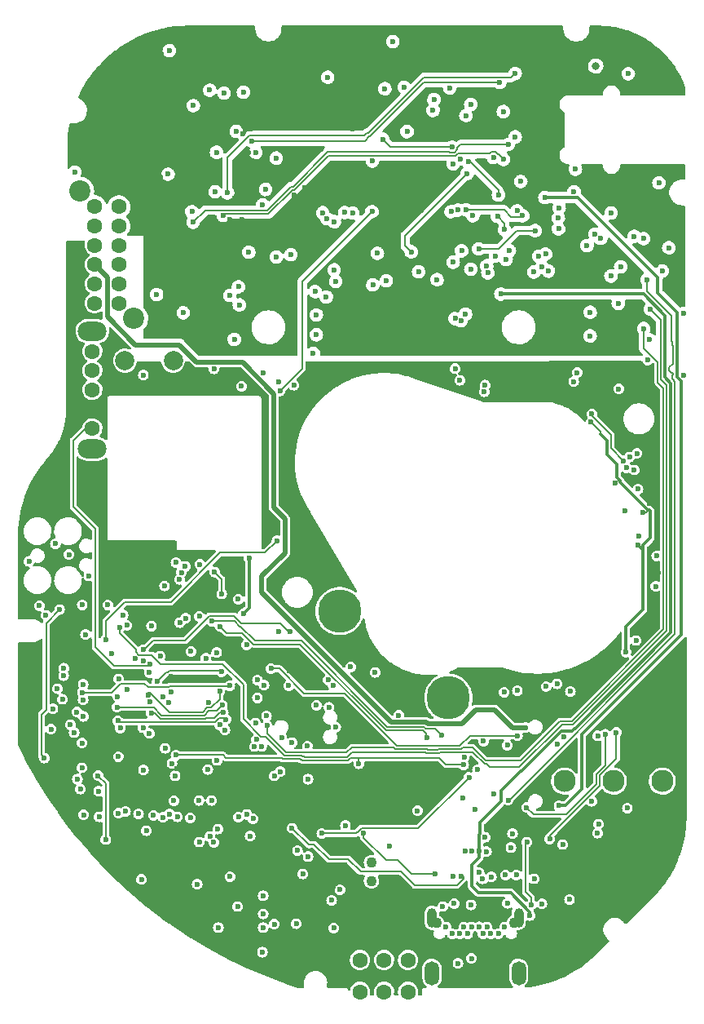
<source format=gbr>
G04 #@! TF.GenerationSoftware,KiCad,Pcbnew,6.0.11+dfsg-1~bpo11+1*
G04 #@! TF.CreationDate,2023-05-24T11:45:55-04:00*
G04 #@! TF.ProjectId,RUSP_Mainboard,52555350-5f4d-4616-996e-626f6172642e,rev?*
G04 #@! TF.SameCoordinates,Original*
G04 #@! TF.FileFunction,Copper,L3,Inr*
G04 #@! TF.FilePolarity,Positive*
%FSLAX46Y46*%
G04 Gerber Fmt 4.6, Leading zero omitted, Abs format (unit mm)*
G04 Created by KiCad (PCBNEW 6.0.11+dfsg-1~bpo11+1) date 2023-05-24 11:45:55*
%MOMM*%
%LPD*%
G01*
G04 APERTURE LIST*
G04 #@! TA.AperFunction,ComponentPad*
%ADD10C,2.300000*%
G04 #@! TD*
G04 #@! TA.AperFunction,ComponentPad*
%ADD11C,1.600000*%
G04 #@! TD*
G04 #@! TA.AperFunction,ComponentPad*
%ADD12C,0.600000*%
G04 #@! TD*
G04 #@! TA.AperFunction,ComponentPad*
%ADD13O,1.000000X2.000000*%
G04 #@! TD*
G04 #@! TA.AperFunction,ComponentPad*
%ADD14O,1.500000X2.500000*%
G04 #@! TD*
G04 #@! TA.AperFunction,ComponentPad*
%ADD15C,1.100000*%
G04 #@! TD*
G04 #@! TA.AperFunction,ComponentPad*
%ADD16C,2.000000*%
G04 #@! TD*
G04 #@! TA.AperFunction,ComponentPad*
%ADD17O,3.000000X2.000000*%
G04 #@! TD*
G04 #@! TA.AperFunction,ComponentPad*
%ADD18C,2.200000*%
G04 #@! TD*
G04 #@! TA.AperFunction,ComponentPad*
%ADD19C,4.500000*%
G04 #@! TD*
G04 #@! TA.AperFunction,ViaPad*
%ADD20C,0.600000*%
G04 #@! TD*
G04 #@! TA.AperFunction,ViaPad*
%ADD21C,0.800000*%
G04 #@! TD*
G04 #@! TA.AperFunction,Conductor*
%ADD22C,0.200000*%
G04 #@! TD*
G04 #@! TA.AperFunction,Conductor*
%ADD23C,0.180000*%
G04 #@! TD*
G04 #@! TA.AperFunction,Conductor*
%ADD24C,0.350000*%
G04 #@! TD*
G04 #@! TA.AperFunction,Conductor*
%ADD25C,0.500000*%
G04 #@! TD*
G04 APERTURE END LIST*
D10*
X178930000Y-133100000D03*
X173850000Y-133100000D03*
X168770000Y-133100000D03*
D11*
X147510000Y-154972500D03*
X150010000Y-154972500D03*
X152510000Y-154972500D03*
X147510000Y-151672500D03*
X150010000Y-151672500D03*
X152510000Y-151672500D03*
D12*
X162550000Y-148230000D03*
X161900000Y-148930000D03*
X161100000Y-148930000D03*
X160700000Y-148230000D03*
X160300000Y-148930000D03*
X159900000Y-148230000D03*
X159100000Y-148230000D03*
X158700000Y-148930000D03*
X158300000Y-148230000D03*
X157900000Y-148930000D03*
X157100000Y-148930000D03*
X156450000Y-148230000D03*
D13*
X164000000Y-147280000D03*
D14*
X164000000Y-153030000D03*
D13*
X155000000Y-147280000D03*
D14*
X155000000Y-153030000D03*
D15*
X163550000Y-147830000D03*
X155450000Y-147830000D03*
D16*
X128100000Y-89460000D03*
X123100000Y-89460000D03*
D15*
X148700000Y-141550000D03*
X148700000Y-143450000D03*
D17*
X119700000Y-86400000D03*
X119700000Y-98600000D03*
D11*
X119700000Y-96500000D03*
X119700000Y-92500000D03*
X119700000Y-90500000D03*
X119700000Y-88500000D03*
D18*
X118400000Y-71900000D03*
X124000000Y-85100000D03*
D11*
X119950000Y-73500000D03*
X119950000Y-75500000D03*
X119950000Y-77500000D03*
X119950000Y-79500000D03*
X119950000Y-81500000D03*
X119950000Y-83500000D03*
X122450000Y-73500000D03*
X122450000Y-75500000D03*
X122450000Y-77500000D03*
X122450000Y-79500000D03*
X122450000Y-81500000D03*
X122450000Y-83500000D03*
D19*
X156700000Y-124450000D03*
X145400000Y-115450000D03*
D20*
X118800000Y-136600000D03*
X116300000Y-115300000D03*
X114700000Y-130700000D03*
X181179011Y-84552065D03*
X160350000Y-128950000D03*
X117813864Y-128068089D03*
X126761642Y-120124531D03*
X160682080Y-79618887D03*
X165591939Y-80264500D03*
X140100000Y-123190500D03*
X127270000Y-129690000D03*
X146550612Y-121251713D03*
X144300000Y-125450000D03*
X169282949Y-145374500D03*
X138616501Y-132550022D03*
X166424001Y-145825000D03*
X124800000Y-143300000D03*
X139060000Y-117610000D03*
X135725500Y-118950000D03*
X157400000Y-90300000D03*
X157194989Y-69043714D03*
X163650000Y-66250000D03*
X127574936Y-70119523D03*
X140900000Y-147900000D03*
X158200000Y-134860000D03*
X134000000Y-143000000D03*
X158330000Y-130650000D03*
X142122279Y-132900000D03*
X122340250Y-124308774D03*
X158477511Y-84630652D03*
X118745693Y-124656497D03*
X127700003Y-57299997D03*
X130874260Y-110599502D03*
X159250000Y-74425000D03*
X133150000Y-113675000D03*
X128400002Y-110400001D03*
X159030111Y-79980111D03*
X126403025Y-82596975D03*
X118650000Y-114800000D03*
X173587195Y-80693617D03*
X129150000Y-84500000D03*
X119350000Y-111810000D03*
X166851029Y-123282469D03*
X118641966Y-129152356D03*
X144716820Y-123141028D03*
X117275000Y-109600000D03*
X124973324Y-120599000D03*
X162625000Y-142850000D03*
X136849500Y-122600500D03*
X157200000Y-143000000D03*
X156100000Y-146100000D03*
X137450010Y-148300000D03*
X127200000Y-112850000D03*
X159499020Y-136050000D03*
X128400000Y-110400000D03*
X181122243Y-91014065D03*
X129895340Y-136921118D03*
X129949500Y-119650000D03*
X125643008Y-121849880D03*
X179600000Y-77750000D03*
X132400000Y-111400500D03*
X137296779Y-129505989D03*
X159050000Y-145950000D03*
X136400000Y-137000000D03*
X137378476Y-150856308D03*
X132800000Y-148300000D03*
X134875000Y-136825000D03*
X163360000Y-138540000D03*
X118457058Y-133914514D03*
X113122343Y-110293032D03*
X146000000Y-137700000D03*
X162824399Y-129372918D03*
X114200000Y-114899996D03*
X124500000Y-136500000D03*
X123350500Y-123550000D03*
X158833958Y-132710879D03*
X115860000Y-108460000D03*
X143537863Y-138520999D03*
X125307886Y-138244710D03*
X127890000Y-123860000D03*
X162500000Y-123875000D03*
X114883338Y-115897623D03*
X147400000Y-131300000D03*
X118150000Y-132900000D03*
X128400000Y-130400000D03*
X158284154Y-131398099D03*
X129357430Y-110803789D03*
X115600000Y-125600000D03*
X134800000Y-146100000D03*
X159100000Y-151500000D03*
X138600000Y-147950000D03*
X157700000Y-152000000D03*
X116600000Y-124600000D03*
X128967063Y-111443607D03*
X115400000Y-127700000D03*
X161800000Y-74500000D03*
X162525000Y-75875000D03*
D21*
X172000000Y-58900500D03*
D20*
X158016468Y-132670500D03*
X168650000Y-130900500D03*
X129700000Y-114200000D03*
X144750000Y-144050000D03*
X167100000Y-80175989D03*
X128450000Y-115850000D03*
X177600500Y-104256581D03*
X174378862Y-120493677D03*
X118450000Y-116100000D03*
X177600000Y-87300000D03*
X150930000Y-56350000D03*
X127705378Y-112244622D03*
X144917713Y-118850011D03*
X134881641Y-81803134D03*
X178525000Y-111450000D03*
X142000000Y-152000000D03*
X161445041Y-129517929D03*
X135400000Y-61600000D03*
X152590000Y-122950000D03*
X141850000Y-125239500D03*
X178350500Y-108263411D03*
X128470084Y-131820051D03*
X133400000Y-61700000D03*
X115754055Y-109644213D03*
X140155200Y-121634800D03*
X127904763Y-122229298D03*
X178272695Y-115475989D03*
X131900000Y-61400000D03*
X138081782Y-133256773D03*
X139780000Y-120010000D03*
X130900000Y-147500000D03*
X138400000Y-150100000D03*
X118598468Y-130376300D03*
X164225000Y-70875000D03*
X137894061Y-140318967D03*
X128020000Y-127540000D03*
X144013452Y-82866548D03*
X171425000Y-86900000D03*
X159850000Y-77850000D03*
X165700000Y-75975000D03*
X171437642Y-84437376D03*
X137450010Y-146885986D03*
X165169554Y-147042081D03*
X162149044Y-82563288D03*
X159920751Y-140340978D03*
X163850000Y-73925000D03*
X157198812Y-79249130D03*
X145000000Y-127500000D03*
X136850000Y-124450000D03*
X127979037Y-131253812D03*
X168022838Y-129235339D03*
X164850012Y-139430015D03*
X159721655Y-131905457D03*
X151546582Y-126271498D03*
X124987893Y-127564330D03*
X165325000Y-145900000D03*
X126066488Y-136643599D03*
X119000000Y-117900000D03*
X122600989Y-127600000D03*
X117425999Y-127226919D03*
X132338159Y-90324500D03*
X135403513Y-115739500D03*
X133992878Y-82707122D03*
X136000000Y-109949500D03*
X132619368Y-119759332D03*
X144800000Y-148350000D03*
X145428351Y-144368734D03*
X148550000Y-70000000D03*
X129800000Y-78000000D03*
X127300000Y-64100000D03*
X129200000Y-60600000D03*
X152248765Y-70308265D03*
X126750000Y-70400000D03*
X127000000Y-67100002D03*
X119600000Y-67900000D03*
X125300000Y-67150000D03*
X139400000Y-64300000D03*
X149170000Y-80210000D03*
X125300000Y-68250000D03*
X157800000Y-88500000D03*
X179300000Y-59900000D03*
X123900000Y-63700000D03*
X122850000Y-64550000D03*
X129100000Y-62450000D03*
X119900000Y-68750000D03*
X156380000Y-63880000D03*
X129500000Y-72500000D03*
X153900000Y-73849989D03*
X127300000Y-71150000D03*
X141731444Y-71501444D03*
X119850000Y-66200000D03*
X125500000Y-71800000D03*
X123700000Y-62250000D03*
X132500000Y-64500000D03*
X125150000Y-66200000D03*
X123550000Y-60300000D03*
X123350000Y-70100000D03*
X122000000Y-64650000D03*
X124800000Y-64000000D03*
X146800000Y-65400000D03*
X126349997Y-66649997D03*
X127800000Y-65600000D03*
X125700000Y-65200000D03*
X135890599Y-67864015D03*
X127900000Y-71950000D03*
X124900000Y-57850000D03*
X126250000Y-69750000D03*
X128100000Y-64100000D03*
X141406185Y-78418322D03*
X122400000Y-70350000D03*
X119800000Y-67050000D03*
X129092582Y-59600011D03*
X129200000Y-61550000D03*
X132500000Y-65750000D03*
X135360000Y-65920000D03*
X125550000Y-69150000D03*
X129050000Y-58700000D03*
X127300000Y-64900000D03*
X136990000Y-78120000D03*
X123600000Y-61250000D03*
X128600000Y-65900000D03*
X133952047Y-74810500D03*
X126850000Y-57650000D03*
X128700000Y-67500000D03*
X143500000Y-67500000D03*
X125500000Y-64400000D03*
X124200000Y-70500000D03*
X150001485Y-74401485D03*
X121500000Y-70250000D03*
X128800000Y-63600000D03*
X125900000Y-66000000D03*
X129500000Y-67500000D03*
X156150000Y-76250000D03*
X136000000Y-69900000D03*
X136800000Y-61000000D03*
X128550000Y-72300000D03*
X126950000Y-73350000D03*
X121150000Y-65000000D03*
X120500000Y-65550000D03*
X134489882Y-72612770D03*
X120777856Y-69534553D03*
X135218913Y-74810500D03*
X128450000Y-57950000D03*
X140706018Y-72298907D03*
X124206000Y-58420000D03*
X149138556Y-71474500D03*
X136170000Y-65450000D03*
X127800000Y-67400000D03*
X124500000Y-65600000D03*
X134250000Y-64250000D03*
X129500000Y-65900000D03*
X123800000Y-65100000D03*
X124900000Y-71100000D03*
X127300000Y-82500000D03*
X125900000Y-57750000D03*
X173650000Y-58200000D03*
X126200000Y-72600000D03*
X155521196Y-81050500D03*
X132600000Y-67850498D03*
X137400000Y-73300000D03*
X169900000Y-69600000D03*
X124126110Y-120410332D03*
X161400500Y-134437862D03*
X176475000Y-107650000D03*
X157300000Y-145799499D03*
X140456670Y-137969779D03*
X158000000Y-143000000D03*
X138280000Y-121420000D03*
X163875500Y-128375512D03*
X133582115Y-126682259D03*
X122360000Y-126840000D03*
X125840000Y-126059500D03*
X133316512Y-125981396D03*
X163040005Y-78056896D03*
X162699993Y-78969764D03*
X166798580Y-78412573D03*
X166079278Y-78623191D03*
X161616598Y-78593479D03*
X121300000Y-114800000D03*
X117900000Y-69900000D03*
X139212897Y-92612967D03*
X138889500Y-108150000D03*
X142122279Y-140930649D03*
X160520999Y-138924500D03*
X121100000Y-118400000D03*
X148760000Y-74010000D03*
X126416867Y-122778798D03*
X150600000Y-139850000D03*
X133120000Y-121750000D03*
X132127751Y-116499500D03*
X156030000Y-128330000D03*
X131512068Y-120334751D03*
X149095378Y-121814622D03*
X168150000Y-75789500D03*
X118769375Y-126385500D03*
X172210082Y-138488090D03*
X127050000Y-136850000D03*
X162836444Y-145780989D03*
X144562098Y-145467734D03*
X178925000Y-80175000D03*
X128525000Y-136800000D03*
X171592212Y-135184899D03*
X163750000Y-142850000D03*
X174350000Y-83525000D03*
X128300000Y-132550000D03*
X125674711Y-124876525D03*
X177400000Y-89400000D03*
X165625806Y-143223694D03*
X172225000Y-128400000D03*
X136653901Y-127049500D03*
X176425000Y-108575000D03*
X176880378Y-105244622D03*
X175148391Y-119724147D03*
X171531031Y-95850551D03*
X174010435Y-102197674D03*
X175530199Y-99449500D03*
X176199992Y-118499992D03*
X178350500Y-109720100D03*
X175025000Y-105075000D03*
X175288211Y-135894238D03*
X147900000Y-138520999D03*
X155300000Y-142750500D03*
X125850000Y-117000000D03*
X125672241Y-120957022D03*
X168569806Y-139669806D03*
X123150500Y-136238774D03*
X128800000Y-116650000D03*
X162400000Y-63625000D03*
X122425291Y-136428050D03*
X137450010Y-144999979D03*
X120361717Y-134146580D03*
X158422103Y-140349247D03*
X163200000Y-140000000D03*
X130200000Y-63000000D03*
X129399602Y-116200298D03*
X121099243Y-139157793D03*
X120300000Y-132525000D03*
X130831066Y-115991822D03*
X141023279Y-140300000D03*
X131700000Y-131900000D03*
X142980000Y-84720000D03*
X136545458Y-129505989D03*
X134870000Y-114210000D03*
X133487973Y-127800004D03*
X144825500Y-80045512D03*
X132938473Y-127262533D03*
X144980000Y-81240000D03*
X131800000Y-124930000D03*
X163860000Y-123710000D03*
X144210549Y-122588360D03*
X154440000Y-128550000D03*
X132980000Y-117049000D03*
X140280000Y-117580000D03*
X124982444Y-119472261D03*
X137413676Y-90749432D03*
X116718845Y-122152957D03*
X116725500Y-121382500D03*
X135197098Y-92127402D03*
X159023533Y-62870000D03*
X128750000Y-112160989D03*
X162900000Y-135075000D03*
X177350000Y-81050000D03*
X167215339Y-139097630D03*
X174150000Y-128050000D03*
X171919045Y-76344317D03*
X173000000Y-128247863D03*
X172530000Y-76780000D03*
X164825663Y-135831139D03*
X169375000Y-123799500D03*
X171105271Y-77515469D03*
X160260719Y-143242631D03*
X159903252Y-142576141D03*
X161158188Y-143023512D03*
X160666444Y-140416444D03*
X137850000Y-127325000D03*
X177000000Y-86125000D03*
X172312635Y-137550095D03*
X127716214Y-136506618D03*
X116061170Y-123492234D03*
X160797263Y-80359486D03*
X168125000Y-74675999D03*
X128175000Y-135125000D03*
X176000000Y-76575000D03*
X177683236Y-84116764D03*
X122561920Y-117115329D03*
X178575000Y-71025000D03*
X168689210Y-128519318D03*
X137799440Y-126340560D03*
X130800000Y-135099502D03*
X174400000Y-92400000D03*
X157900000Y-91500000D03*
X144156444Y-60056444D03*
X142660000Y-88720000D03*
X150250000Y-81175000D03*
X148850000Y-81597112D03*
X142980000Y-86780000D03*
X170075000Y-90700000D03*
X160440000Y-92690000D03*
X158075000Y-78075000D03*
X169725000Y-91650000D03*
X160500000Y-92000000D03*
X158010516Y-85310516D03*
X157400000Y-85100000D03*
X168000000Y-123000000D03*
X164725000Y-127550000D03*
X139223613Y-132110512D03*
X132650498Y-130949500D03*
X166425000Y-79725000D03*
X118100000Y-125925000D03*
X140646555Y-92006555D03*
X136749255Y-128784727D03*
X134449502Y-87250385D03*
X118751574Y-123051574D03*
X125000000Y-90950500D03*
X157090619Y-67312351D03*
X168200000Y-135650000D03*
X161375000Y-68375000D03*
X135960500Y-78200000D03*
X149900000Y-66500000D03*
X148800000Y-68750500D03*
X166725000Y-72550000D03*
X157957845Y-68546003D03*
X175400000Y-59700000D03*
X122435500Y-122480632D03*
X134967878Y-83682122D03*
X135750000Y-136550002D03*
X125630775Y-128149225D03*
X122400000Y-130549500D03*
X118624056Y-131703277D03*
X123287462Y-116925236D03*
X127040000Y-124370000D03*
X122900000Y-115850000D03*
X133210000Y-125239500D03*
X122260000Y-125409500D03*
X139025261Y-91682978D03*
X125017385Y-131952356D03*
X155200000Y-62369500D03*
X133760000Y-72050000D03*
X163640000Y-59650000D03*
X162032208Y-60609500D03*
X136303556Y-66679500D03*
X130170000Y-75110000D03*
X162900000Y-67050000D03*
X162430000Y-68580000D03*
X133323518Y-74402204D03*
X130050000Y-74010000D03*
X168210000Y-73620000D03*
X169747963Y-71924500D03*
X132450000Y-71930000D03*
X158761782Y-68838218D03*
X161900000Y-72275000D03*
X158550000Y-73825000D03*
X164420000Y-74430000D03*
X138825000Y-78700000D03*
X140325000Y-78475000D03*
X143641906Y-74121866D03*
X144080000Y-74730000D03*
X144849499Y-75050501D03*
X145940000Y-74090000D03*
X146760000Y-74150000D03*
X120400000Y-136800000D03*
X132739257Y-138075000D03*
X136100000Y-138799988D03*
X132100000Y-135100016D03*
X121710331Y-119894149D03*
X127646689Y-124958776D03*
X156980000Y-74010000D03*
X152400000Y-65700000D03*
X155100000Y-63500000D03*
X157708958Y-73835717D03*
X177000500Y-76800000D03*
X176400000Y-102800000D03*
X178249500Y-112900000D03*
X174915728Y-99878662D03*
X171600000Y-95000000D03*
X175200000Y-100600000D03*
X176300000Y-99100000D03*
X176000000Y-100800000D03*
X158519404Y-64037626D03*
X156830000Y-61170500D03*
X150100000Y-61250000D03*
X152834584Y-78171409D03*
X158650000Y-70050000D03*
X174600000Y-79725000D03*
X130809699Y-139411025D03*
X139381045Y-128555860D03*
X132934885Y-123795114D03*
X125538514Y-124139500D03*
X118669370Y-123910890D03*
X133980000Y-123190500D03*
X153480000Y-136170000D03*
X159171514Y-140360932D03*
X140440000Y-129100000D03*
X131913682Y-138840539D03*
X143000000Y-125239500D03*
X132331350Y-139463479D03*
X142042969Y-129460500D03*
X130600000Y-143800000D03*
X141572779Y-142725149D03*
X152100000Y-61100000D03*
X138800000Y-68450500D03*
X153600000Y-80250000D03*
X137700000Y-71700000D03*
X134649637Y-65680966D03*
X142850000Y-82300000D03*
X136670000Y-67850498D03*
X137540000Y-123150000D03*
X149325000Y-78325000D03*
X173600000Y-74125000D03*
D22*
X114900000Y-116700000D02*
X114900000Y-125671755D01*
X114400001Y-130400001D02*
X114700000Y-130700000D01*
X114400001Y-126171754D02*
X114400001Y-130400001D01*
X114900000Y-125671755D02*
X114400001Y-126171754D01*
X116300000Y-115300000D02*
X114900000Y-116700000D01*
X132400000Y-111400500D02*
X133150000Y-112150500D01*
X133150000Y-112150500D02*
X133150000Y-113675000D01*
X147672389Y-137971499D02*
X147350500Y-138293388D01*
X158833958Y-132710879D02*
X153573338Y-137971499D01*
X153573338Y-137971499D02*
X147672389Y-137971499D01*
X147142889Y-138520999D02*
X143537863Y-138520999D01*
X147350500Y-138313388D02*
X147142889Y-138520999D01*
X147350500Y-138293388D02*
X147350500Y-138313388D01*
X133300018Y-130400000D02*
X133578162Y-130678144D01*
X147321856Y-130678144D02*
X147321856Y-131221856D01*
X146285404Y-130939022D02*
X146546281Y-130678144D01*
X141664598Y-130939022D02*
X146285404Y-130939022D01*
X133578162Y-130678144D02*
X137004779Y-130678144D01*
X147321856Y-131221856D02*
X147400000Y-131300000D01*
X139427197Y-130726622D02*
X139514598Y-130814022D01*
X156447712Y-131398099D02*
X158284154Y-131398099D01*
X139514598Y-130814022D02*
X141289597Y-130814022D01*
X141464598Y-130889022D02*
X141489598Y-130914022D01*
X137004779Y-130678144D02*
X137011364Y-130684729D01*
X141289597Y-130814022D02*
X141364598Y-130889022D01*
X137011364Y-130684729D02*
X137013665Y-130684729D01*
X141639598Y-130914022D02*
X141664598Y-130939022D01*
X147321856Y-130678144D02*
X155727757Y-130678144D01*
X137013665Y-130684729D02*
X137055558Y-130726622D01*
X141489598Y-130914022D02*
X141639598Y-130914022D01*
X137055558Y-130726622D02*
X139427197Y-130726622D01*
X155727757Y-130678144D02*
X156447712Y-131398099D01*
X128400000Y-130400000D02*
X133300018Y-130400000D01*
X146546281Y-130678144D02*
X147321856Y-130678144D01*
X141364598Y-130889022D02*
X141464598Y-130889022D01*
D23*
X162525000Y-75225000D02*
X161800000Y-74500000D01*
X162525000Y-75875000D02*
X162525000Y-75225000D01*
X163800000Y-75975000D02*
X165700000Y-75975000D01*
X159850000Y-77850000D02*
X161925000Y-77850000D01*
X161925000Y-77850000D02*
X163800000Y-75975000D01*
D24*
X165169554Y-147042081D02*
X165169554Y-146669554D01*
X159920751Y-141004249D02*
X159920751Y-140340978D01*
X169816469Y-127639022D02*
X169580491Y-127875000D01*
X168450350Y-127875000D02*
X164253241Y-132072109D01*
X179828523Y-91804220D02*
X179828523Y-117651969D01*
X163175000Y-144675000D02*
X159825000Y-144675000D01*
X164253241Y-132072109D02*
X164177891Y-132072109D01*
X177012939Y-82563288D02*
X179225978Y-84776327D01*
X169580491Y-127875000D02*
X168450350Y-127875000D01*
X159896499Y-139183177D02*
X159920751Y-139207429D01*
X159150000Y-141775000D02*
X159920751Y-141004249D01*
X169841470Y-127639022D02*
X169816469Y-127639022D01*
X162150000Y-135225000D02*
X159991992Y-137383008D01*
X162150000Y-134100000D02*
X162150000Y-135225000D01*
X159150000Y-144000000D02*
X159150000Y-141775000D01*
X159825000Y-144675000D02*
X159150000Y-144000000D01*
X162149044Y-82563288D02*
X177012939Y-82563288D01*
X179225978Y-84776327D02*
X179225978Y-91201675D01*
X179225978Y-91201675D02*
X179828523Y-91804220D01*
X179828523Y-117651969D02*
X169841470Y-127639022D01*
X165169554Y-146669554D02*
X163175000Y-144675000D01*
X164177891Y-132072109D02*
X162150000Y-134100000D01*
X159920751Y-139207429D02*
X159920751Y-140340978D01*
X159991992Y-137383008D02*
X159991992Y-138546330D01*
X159991992Y-138546330D02*
X159896499Y-138641823D01*
X159896499Y-138641823D02*
X159896499Y-139183177D01*
D22*
X165325000Y-145200000D02*
X165325000Y-145900000D01*
X164700499Y-139579528D02*
X164700499Y-144575499D01*
X164850012Y-139430015D02*
X164700499Y-139579528D01*
X164700499Y-144575499D02*
X165325000Y-145200000D01*
D24*
X136000000Y-109949500D02*
X136000000Y-115143013D01*
X136000000Y-115143013D02*
X135403513Y-115739500D01*
D22*
X134041547Y-74900000D02*
X133952047Y-74810500D01*
X134300000Y-74900000D02*
X134041547Y-74900000D01*
X142726027Y-139649989D02*
X142270795Y-139649989D01*
X147600000Y-142500000D02*
X146300000Y-141200000D01*
X151792820Y-142500000D02*
X147600000Y-142500000D01*
X142203837Y-139716946D02*
X140456670Y-137969779D01*
X142270795Y-139649989D02*
X142203837Y-139716946D01*
X157573432Y-143903691D02*
X153196511Y-143903691D01*
X158250000Y-143227123D02*
X157573432Y-143903691D01*
X146300000Y-141200000D02*
X144276038Y-141200000D01*
X144276038Y-141200000D02*
X142726027Y-139649989D01*
X153196511Y-143903691D02*
X151792820Y-142500000D01*
X158250000Y-143000000D02*
X158250000Y-143227123D01*
X158919456Y-128375512D02*
X157895467Y-129399501D01*
X141730000Y-124000000D02*
X139150000Y-121420000D01*
X151304533Y-129399501D02*
X145905032Y-124000000D01*
X145905032Y-124000000D02*
X141730000Y-124000000D01*
X139150000Y-121420000D02*
X138280000Y-121420000D01*
X163875500Y-128375512D02*
X158919456Y-128375512D01*
X157895467Y-129399501D02*
X151304533Y-129399501D01*
X122468509Y-126948509D02*
X122360000Y-126840000D01*
X133430752Y-126530896D02*
X132892999Y-126530896D01*
X132892999Y-126530896D02*
X132475386Y-126948509D01*
X132475386Y-126948509D02*
X122468509Y-126948509D01*
X133582115Y-126682259D02*
X133430752Y-126530896D01*
X131478312Y-126569501D02*
X132360125Y-126569501D01*
X132360125Y-126569501D02*
X132948230Y-125981396D01*
X126768876Y-126599002D02*
X131448811Y-126599002D01*
X125840000Y-126059500D02*
X126229374Y-126059500D01*
X131448811Y-126599002D02*
X131478312Y-126569501D01*
X132948230Y-125981396D02*
X133316512Y-125981396D01*
X126229374Y-126059500D02*
X126768876Y-126599002D01*
X127877607Y-114500480D02*
X132978087Y-109400000D01*
X127521077Y-121835873D02*
X127359792Y-121835873D01*
X127677152Y-121679798D02*
X127521077Y-121835873D01*
X123080971Y-114500480D02*
X127877607Y-114500480D01*
X133049798Y-121679798D02*
X127677152Y-121679798D01*
X137639500Y-109400000D02*
X138889500Y-108150000D01*
X121100000Y-118400000D02*
X121100000Y-116481451D01*
X141510999Y-90314865D02*
X141510999Y-81259001D01*
X139212897Y-92612967D02*
X141510999Y-90314865D01*
X133120000Y-121750000D02*
X133049798Y-121679798D01*
X141510999Y-81259001D02*
X148760000Y-74010000D01*
X121100000Y-116481451D02*
X123080971Y-114500480D01*
X132978087Y-109400000D02*
X137639500Y-109400000D01*
X127359792Y-121835873D02*
X126416867Y-122778798D01*
X155330000Y-127630000D02*
X154344270Y-127630000D01*
X141443096Y-118549511D02*
X136599511Y-118549511D01*
X135005231Y-117039501D02*
X134465230Y-116499500D01*
X150364084Y-127470499D02*
X141443096Y-118549511D01*
X134465230Y-116499500D02*
X132127751Y-116499500D01*
X154184769Y-127470499D02*
X150364084Y-127470499D01*
X136599511Y-118549511D02*
X135089501Y-117039501D01*
X156030000Y-128330000D02*
X155330000Y-127630000D01*
X154344270Y-127630000D02*
X154184769Y-127470499D01*
X135089501Y-117039501D02*
X135005231Y-117039501D01*
D24*
X177675000Y-105050000D02*
X177675000Y-107875000D01*
X176925000Y-115325000D02*
X175148391Y-117101609D01*
X177575000Y-104950000D02*
X177675000Y-105050000D01*
X174200000Y-100200000D02*
X173175000Y-99175000D01*
X175148391Y-117101609D02*
X175148391Y-119724147D01*
X177575000Y-104950000D02*
X177410740Y-104950000D01*
D22*
X177280378Y-105244622D02*
X176880378Y-105244622D01*
D24*
X177675000Y-107875000D02*
X176925000Y-108625000D01*
X176925000Y-108625000D02*
X176925000Y-115325000D01*
D22*
X172479802Y-97049302D02*
X172479802Y-96799322D01*
D24*
X176925000Y-109075000D02*
X176425000Y-108575000D01*
D22*
X177575000Y-104950000D02*
X177280378Y-105244622D01*
D24*
X174200000Y-101575000D02*
X174200000Y-100200000D01*
X177410740Y-104950000D02*
X174550000Y-102089260D01*
X173175000Y-97744500D02*
X172479802Y-97049302D01*
D22*
X174550000Y-101925000D02*
X174283109Y-101925000D01*
X172479802Y-96799322D02*
X171531031Y-95850551D01*
X174283109Y-101925000D02*
X174010435Y-102197674D01*
D24*
X174550000Y-101925000D02*
X174200000Y-101575000D01*
X174550000Y-102089260D02*
X174550000Y-101925000D01*
X173175000Y-99175000D02*
X173175000Y-97744500D01*
D22*
X155300000Y-142750500D02*
X152850500Y-142750500D01*
X150200000Y-141300000D02*
X147900000Y-139000000D01*
X151400000Y-141300000D02*
X150200000Y-141300000D01*
X152850500Y-142750500D02*
X151400000Y-141300000D01*
X147900000Y-139000000D02*
X147900000Y-138520999D01*
X120100000Y-96500000D02*
X118968630Y-96500000D01*
X118968630Y-96500000D02*
X117700000Y-97768630D01*
X120000000Y-106900000D02*
X120000000Y-119200000D01*
X120000000Y-119200000D02*
X121948500Y-121148500D01*
X121948500Y-121148500D02*
X125480763Y-121148500D01*
X125480763Y-121148500D02*
X125672241Y-120957022D01*
X117700000Y-97768630D02*
X117700000Y-104600000D01*
X117700000Y-104600000D02*
X120000000Y-106900000D01*
X121099243Y-133324243D02*
X120300000Y-132525000D01*
X121099243Y-139157793D02*
X121099243Y-133324243D01*
X141298314Y-118899012D02*
X136454742Y-118899012D01*
X136454742Y-118899012D02*
X135265730Y-117710000D01*
X135265730Y-117710000D02*
X133641000Y-117710000D01*
X154390000Y-128170000D02*
X154040000Y-127820000D01*
X154040000Y-127820000D02*
X150219302Y-127820000D01*
X133641000Y-117710000D02*
X132980000Y-117049000D01*
X154440000Y-128550000D02*
X154390000Y-128500000D01*
X150219302Y-127820000D02*
X141298314Y-118899012D01*
X154390000Y-128500000D02*
X154390000Y-128170000D01*
X131590000Y-116190000D02*
X131590000Y-116260000D01*
X125050000Y-119490000D02*
X125000183Y-119490000D01*
X139210000Y-116690000D02*
X135150000Y-116690000D01*
X135150000Y-116690000D02*
X134410000Y-115950000D01*
X140100000Y-117580000D02*
X139210000Y-116690000D01*
X140280000Y-117580000D02*
X140100000Y-117580000D01*
X126040000Y-118500000D02*
X125050000Y-119490000D01*
X125000183Y-119490000D02*
X124982444Y-119472261D01*
X131590000Y-116260000D02*
X129350000Y-118500000D01*
X134410000Y-115950000D02*
X131830000Y-115950000D01*
X129350000Y-118500000D02*
X126040000Y-118500000D01*
X131830000Y-115950000D02*
X131590000Y-116190000D01*
X180000489Y-90949161D02*
X179975489Y-90974161D01*
X163005839Y-135075000D02*
X162900000Y-135075000D01*
X180000489Y-87900839D02*
X180000489Y-89799161D01*
X179925489Y-87494967D02*
X179925489Y-87825838D01*
X179925490Y-87474160D02*
X179925489Y-87494967D01*
X179900489Y-87425838D02*
X179937151Y-87462500D01*
X177350000Y-81050000D02*
X177350000Y-82299999D01*
X179975489Y-91124877D02*
X179975492Y-91124880D01*
X180000489Y-89799161D02*
X179650489Y-90149161D01*
X179650489Y-90149161D02*
X179650489Y-90500839D01*
X179975495Y-91124889D02*
X179975492Y-91325842D01*
X179900489Y-84850490D02*
X179900489Y-87425838D01*
X179975492Y-91124886D02*
X179975495Y-91124889D01*
X180000489Y-91350840D02*
X180000489Y-91350843D01*
X179975492Y-91124880D02*
X179975492Y-91124886D01*
X180000493Y-91350848D02*
X180000493Y-91375828D01*
X180253031Y-91628366D02*
X180253031Y-117827808D01*
X180000489Y-91350843D02*
X180000493Y-91350848D01*
X177350000Y-82299999D02*
X179900489Y-84850490D01*
X180000493Y-91375828D02*
X180253031Y-91628366D01*
X179937151Y-87462500D02*
X179925490Y-87474160D01*
X180253031Y-117827808D02*
X163005839Y-135075000D01*
X179975489Y-90974161D02*
X179975489Y-91124877D01*
X179975492Y-91325842D02*
X180000489Y-91350840D01*
X179925489Y-87825838D02*
X180000489Y-87900839D01*
X180000489Y-90749511D02*
X180000489Y-90949161D01*
X179899161Y-90749511D02*
X180000489Y-90749511D01*
X179650489Y-90500839D02*
X179899161Y-90749511D01*
X174150000Y-130820791D02*
X172450489Y-132520302D01*
X174150000Y-128050000D02*
X174150000Y-130820791D01*
X172450489Y-133549495D02*
X167215339Y-138784645D01*
X167215339Y-138784645D02*
X167215339Y-139097630D01*
X172450489Y-132520302D02*
X172450489Y-133549495D01*
X172100978Y-132375529D02*
X172980778Y-131495730D01*
X165544523Y-136549999D02*
X168950001Y-136549999D01*
X168950001Y-136549999D02*
X172100978Y-133399022D01*
X172980778Y-131495730D02*
X172980778Y-128267085D01*
X172980778Y-128267085D02*
X173000000Y-128247863D01*
X172100978Y-133399022D02*
X172100978Y-132375529D01*
X164825663Y-135831139D02*
X165544523Y-136549999D01*
D23*
X168275000Y-126875000D02*
X164175000Y-130975000D01*
X179064501Y-117335499D02*
X169525000Y-126875000D01*
X169525000Y-126875000D02*
X168275000Y-126875000D01*
X154467494Y-129739002D02*
X151163906Y-129739002D01*
X151013907Y-129589002D02*
X146660998Y-129589002D01*
X146125000Y-130125000D02*
X139800000Y-130125000D01*
X178461956Y-89656853D02*
X178461956Y-91743141D01*
X154566992Y-129838501D02*
X154467494Y-129739002D01*
X160600000Y-130975000D02*
X159214002Y-129589002D01*
X177000000Y-86125000D02*
X177000000Y-88194897D01*
X178461956Y-91743141D02*
X179064501Y-92345686D01*
X164175000Y-130975000D02*
X160600000Y-130975000D01*
X158036092Y-129739002D02*
X155692505Y-129739002D01*
X159214002Y-129589002D02*
X158186093Y-129589002D01*
X137850000Y-128175000D02*
X137850000Y-127325000D01*
X179064501Y-92345686D02*
X179064501Y-117335499D01*
X158186093Y-129589002D02*
X158036092Y-129739002D01*
X146660998Y-129589002D02*
X146125000Y-130125000D01*
X155692505Y-129739002D02*
X155593003Y-129838503D01*
X155593003Y-129838503D02*
X154566992Y-129838501D01*
X139800000Y-130125000D02*
X137850000Y-128175000D01*
X151163906Y-129739002D02*
X151013907Y-129589002D01*
X177000000Y-88194897D02*
X178461956Y-89656853D01*
D22*
X154426364Y-130178001D02*
X154326867Y-130078503D01*
X146140631Y-130589511D02*
X141809370Y-130589511D01*
X154326867Y-130078503D02*
X146651639Y-130078503D01*
X124542389Y-120049500D02*
X124220500Y-119727611D01*
X141434370Y-130464511D02*
X139659370Y-130464511D01*
X124220500Y-119444770D02*
X122561920Y-117786190D01*
X135400000Y-123108653D02*
X133241827Y-120950480D01*
X137669858Y-128475000D02*
X137216641Y-128475000D01*
X141809370Y-130589511D02*
X141784370Y-130564511D01*
X160659370Y-131314511D02*
X160459370Y-131314511D01*
X169665631Y-127214511D02*
X168510489Y-127214511D01*
X125025350Y-120021761D02*
X124997611Y-120049500D01*
X177683236Y-84116764D02*
X178801467Y-85234995D01*
X159223362Y-130078503D02*
X155833130Y-130078503D01*
X124220500Y-119727611D02*
X124220500Y-119444770D01*
X125881761Y-120021761D02*
X125025350Y-120021761D01*
X178801467Y-91377515D02*
X179404012Y-91980060D01*
X160992457Y-131647598D02*
X160659370Y-131314511D01*
X141634370Y-130564511D02*
X141609370Y-130539511D01*
X160459370Y-131314511D02*
X159223362Y-130078503D01*
X179404012Y-91980060D02*
X179404012Y-117476130D01*
X124997611Y-120049500D02*
X124542389Y-120049500D01*
X168510489Y-127214511D02*
X164077402Y-131647598D01*
X146651639Y-130078503D02*
X146140631Y-130589511D01*
X141609370Y-130539511D02*
X141509370Y-130539511D01*
X137216641Y-128475000D02*
X135400000Y-126658359D01*
X178801467Y-85234995D02*
X178801467Y-91377515D01*
X164077402Y-131647598D02*
X160992457Y-131647598D01*
X126810480Y-120950480D02*
X125881761Y-120021761D01*
X135400000Y-126658359D02*
X135400000Y-123108653D01*
X141509370Y-130539511D02*
X141434370Y-130464511D01*
X133241827Y-120950480D02*
X126810480Y-120950480D01*
X179404012Y-117476130D02*
X169665631Y-127214511D01*
X155733627Y-130178005D02*
X154426364Y-130178001D01*
X122561920Y-117786190D02*
X122561920Y-117115329D01*
X139659370Y-130464511D02*
X137669858Y-128475000D01*
X141784370Y-130564511D02*
X141634370Y-130564511D01*
X155833130Y-130078503D02*
X155733627Y-130178005D01*
D25*
X137325000Y-113525000D02*
X150770998Y-126970998D01*
X119950000Y-79500000D02*
X121250489Y-80800489D01*
X154391670Y-126970998D02*
X154550671Y-127130000D01*
X163382726Y-127550000D02*
X164725000Y-127550000D01*
X130550000Y-89625000D02*
X135300000Y-89625000D01*
X135300000Y-89625000D02*
X138575000Y-92900000D01*
X121250489Y-80800489D02*
X121250489Y-84925489D01*
X124150000Y-87825000D02*
X128750000Y-87825000D01*
X150770998Y-126970998D02*
X154391670Y-126970998D01*
X159592982Y-125666775D02*
X161499501Y-125666775D01*
X139750000Y-105925000D02*
X139750000Y-109425000D01*
X161499501Y-125666775D02*
X163382726Y-127550000D01*
X139750000Y-109425000D02*
X137325000Y-111850000D01*
X154550671Y-127130000D02*
X158129757Y-127130000D01*
X128750000Y-87825000D02*
X130550000Y-89625000D01*
X158129757Y-127130000D02*
X159592982Y-125666775D01*
X138575000Y-104750000D02*
X139750000Y-105925000D01*
X138575000Y-92900000D02*
X138575000Y-104750000D01*
X121250489Y-84925489D02*
X124150000Y-87825000D01*
X137325000Y-111850000D02*
X137325000Y-113525000D01*
D24*
X180850000Y-91625000D02*
X180850000Y-117950000D01*
D22*
X149900000Y-66500000D02*
X150650489Y-67250489D01*
D24*
X178400000Y-82450000D02*
X180425000Y-84475000D01*
X180425000Y-91200000D02*
X180850000Y-91625000D01*
X180850000Y-117950000D02*
X170575000Y-128225000D01*
D22*
X152650489Y-67250489D02*
X152670489Y-67270489D01*
D24*
X178400000Y-80850000D02*
X178400000Y-82450000D01*
X168825000Y-135650000D02*
X168200000Y-135650000D01*
X170575000Y-133900000D02*
X168825000Y-135650000D01*
X180425000Y-84475000D02*
X180425000Y-91200000D01*
D22*
X150650489Y-67250489D02*
X152650489Y-67250489D01*
D24*
X170100000Y-72550000D02*
X178400000Y-80850000D01*
X170575000Y-128225000D02*
X170575000Y-133900000D01*
D22*
X157048757Y-67270489D02*
X157090619Y-67312351D01*
D24*
X166725000Y-72550000D02*
X170100000Y-72550000D01*
D22*
X152670489Y-67270489D02*
X157048757Y-67270489D01*
D23*
X131327736Y-126259501D02*
X126909501Y-126259501D01*
X133210000Y-125239500D02*
X132630499Y-125819001D01*
X131768237Y-125819001D02*
X131327736Y-126259501D01*
X132630499Y-125819001D02*
X131768237Y-125819001D01*
X126909501Y-126259501D02*
X126107000Y-125457000D01*
X122307500Y-125457000D02*
X122260000Y-125409500D01*
X126107000Y-125457000D02*
X122307500Y-125457000D01*
D22*
X163230000Y-60060000D02*
X163640000Y-59650000D01*
X148380000Y-65870000D02*
X154120000Y-60130000D01*
X133760000Y-72050000D02*
X133760000Y-68420000D01*
X154190000Y-60060000D02*
X163230000Y-60060000D01*
X154120000Y-60130000D02*
X154190000Y-60060000D01*
X136050000Y-66130000D02*
X147970000Y-66130000D01*
X148230000Y-65870000D02*
X148380000Y-65870000D01*
X147970000Y-66130000D02*
X148230000Y-65870000D01*
X133760000Y-68420000D02*
X136050000Y-66130000D01*
X148034783Y-66679500D02*
X148494772Y-66219511D01*
X148524772Y-66219511D02*
X154134783Y-60609500D01*
X136303556Y-66679500D02*
X148034783Y-66679500D01*
X148494772Y-66219511D02*
X148524772Y-66219511D01*
X154134783Y-60609500D02*
X162032208Y-60609500D01*
X140558714Y-71399906D02*
X144169667Y-67788953D01*
X137880840Y-73852703D02*
X140333639Y-71399906D01*
X157318230Y-67861851D02*
X157640119Y-67539962D01*
X156790110Y-67788953D02*
X156863008Y-67861851D01*
X140333639Y-71399906D02*
X140558714Y-71399906D01*
X144169667Y-67788953D02*
X156790110Y-67788953D01*
X157640119Y-67394166D02*
X157984285Y-67050000D01*
X156863008Y-67861851D02*
X157318230Y-67861851D01*
X131427297Y-73852703D02*
X137880840Y-73852703D01*
X157640119Y-67539962D02*
X157640119Y-67394166D01*
X157984285Y-67050000D02*
X162900000Y-67050000D01*
X130170000Y-75110000D02*
X131427297Y-73852703D01*
X156693239Y-68186352D02*
X144266538Y-68186352D01*
X133464723Y-74260999D02*
X133323518Y-74402204D01*
X144266538Y-68186352D02*
X140703482Y-71749407D01*
X161602612Y-67825499D02*
X161147388Y-67825499D01*
X161147388Y-67825499D02*
X160976385Y-67996502D01*
X137966813Y-74260999D02*
X133464723Y-74260999D01*
X140703482Y-71749407D02*
X140478407Y-71749407D01*
X161910000Y-68060000D02*
X161837113Y-68060000D01*
X160976385Y-67996502D02*
X157677849Y-67996502D01*
X161837113Y-68060000D02*
X161602612Y-67825499D01*
X140478407Y-71749407D02*
X137966813Y-74260999D01*
X156718239Y-68211352D02*
X156693239Y-68186352D01*
X157677849Y-67996502D02*
X157462998Y-68211352D01*
X157462998Y-68211352D02*
X156718239Y-68211352D01*
X162430000Y-68580000D02*
X161910000Y-68060000D01*
X158761782Y-68838218D02*
X158938218Y-68838218D01*
X158938218Y-68838218D02*
X161900000Y-71800000D01*
X161900000Y-71800000D02*
X161900000Y-72275000D01*
X164300001Y-74549999D02*
X163199999Y-74549999D01*
X163199999Y-74549999D02*
X162475000Y-73825000D01*
X164420000Y-74430000D02*
X164300001Y-74549999D01*
X162475000Y-73825000D02*
X158550000Y-73825000D01*
D23*
X173590000Y-97146550D02*
X171600000Y-95156550D01*
X174915728Y-99878662D02*
X173590000Y-98552934D01*
X171600000Y-95156550D02*
X171600000Y-95000000D01*
X173590000Y-98552934D02*
X173590000Y-97146550D01*
X158650000Y-70050000D02*
X152225000Y-76475000D01*
X152225000Y-77561825D02*
X152834584Y-78171409D01*
X152225000Y-77550000D02*
X152225000Y-77561825D01*
X152225000Y-76475000D02*
X152225000Y-77550000D01*
D22*
X127686147Y-125920000D02*
X131187111Y-125920000D01*
X131187111Y-125920000D02*
X131627611Y-125479500D01*
X131627611Y-125479500D02*
X132027611Y-125479500D01*
X125464494Y-123900000D02*
X125666147Y-123900000D01*
X125666147Y-123900000D02*
X127686147Y-125920000D01*
X132027611Y-125479500D02*
X132934885Y-124572226D01*
X132934885Y-124572226D02*
X132934885Y-123795114D01*
X127632889Y-123340000D02*
X127722889Y-123250000D01*
X121729110Y-123910890D02*
X122650000Y-122990000D01*
X132707274Y-123245614D02*
X133162496Y-123245614D01*
X127722889Y-123250000D02*
X132702888Y-123250000D01*
X118669370Y-123910890D02*
X121729110Y-123910890D01*
X125480000Y-123340000D02*
X127632889Y-123340000D01*
X132702888Y-123250000D02*
X132707274Y-123245614D01*
X122650000Y-122990000D02*
X125130000Y-122990000D01*
X133162496Y-123245614D02*
X133166882Y-123250000D01*
X133166882Y-123250000D02*
X133920500Y-123250000D01*
X133920500Y-123250000D02*
X133980000Y-123190500D01*
X125130000Y-122990000D02*
X125480000Y-123340000D01*
G04 #@! TA.AperFunction,Conductor*
G36*
X118829434Y-77016025D02*
G01*
X118897523Y-77036135D01*
X118943931Y-77089865D01*
X118953923Y-77160155D01*
X118949338Y-77180115D01*
X118917484Y-77280532D01*
X118916798Y-77286649D01*
X118916797Y-77286653D01*
X118896942Y-77463670D01*
X118894520Y-77485262D01*
X118895036Y-77491406D01*
X118911073Y-77682379D01*
X118911759Y-77690553D01*
X118913458Y-77696478D01*
X118965005Y-77876243D01*
X118968544Y-77888586D01*
X118971359Y-77894063D01*
X118971360Y-77894066D01*
X119054732Y-78056291D01*
X119062712Y-78071818D01*
X119190677Y-78233270D01*
X119195370Y-78237264D01*
X119195371Y-78237265D01*
X119322625Y-78345566D01*
X119347564Y-78366791D01*
X119387023Y-78388844D01*
X119436727Y-78439537D01*
X119451135Y-78509056D01*
X119425671Y-78575329D01*
X119383929Y-78610491D01*
X119372002Y-78616726D01*
X119367201Y-78620586D01*
X119367198Y-78620588D01*
X119246513Y-78717621D01*
X119211447Y-78745815D01*
X119079024Y-78903630D01*
X119076056Y-78909028D01*
X119076053Y-78909033D01*
X119009414Y-79030250D01*
X118979776Y-79084162D01*
X118917484Y-79280532D01*
X118916798Y-79286649D01*
X118916797Y-79286653D01*
X118911668Y-79332379D01*
X118894520Y-79485262D01*
X118911759Y-79690553D01*
X118913458Y-79696478D01*
X118959596Y-79857379D01*
X118968544Y-79888586D01*
X118971359Y-79894063D01*
X118971360Y-79894066D01*
X119059897Y-80066341D01*
X119062712Y-80071818D01*
X119190677Y-80233270D01*
X119195370Y-80237264D01*
X119195371Y-80237265D01*
X119338981Y-80359486D01*
X119347564Y-80366791D01*
X119387023Y-80388844D01*
X119436727Y-80439537D01*
X119451135Y-80509056D01*
X119425671Y-80575329D01*
X119383929Y-80610491D01*
X119372002Y-80616726D01*
X119367201Y-80620586D01*
X119367198Y-80620588D01*
X119319957Y-80658571D01*
X119211447Y-80745815D01*
X119079024Y-80903630D01*
X119076056Y-80909028D01*
X119076053Y-80909033D01*
X118999388Y-81048488D01*
X118979776Y-81084162D01*
X118917484Y-81280532D01*
X118916798Y-81286649D01*
X118916797Y-81286653D01*
X118895678Y-81474942D01*
X118894520Y-81485262D01*
X118911759Y-81690553D01*
X118968544Y-81888586D01*
X118971359Y-81894063D01*
X118971360Y-81894066D01*
X119035639Y-82019139D01*
X119062712Y-82071818D01*
X119190677Y-82233270D01*
X119195370Y-82237264D01*
X119195371Y-82237265D01*
X119335227Y-82356291D01*
X119347564Y-82366791D01*
X119387023Y-82388844D01*
X119436727Y-82439537D01*
X119451135Y-82509056D01*
X119425671Y-82575329D01*
X119383929Y-82610491D01*
X119372002Y-82616726D01*
X119367201Y-82620586D01*
X119367198Y-82620588D01*
X119250988Y-82714023D01*
X119211447Y-82745815D01*
X119079024Y-82903630D01*
X119076056Y-82909028D01*
X119076053Y-82909033D01*
X119032208Y-82988788D01*
X118979776Y-83084162D01*
X118917484Y-83280532D01*
X118916798Y-83286649D01*
X118916797Y-83286653D01*
X118906182Y-83381291D01*
X118894520Y-83485262D01*
X118895036Y-83491406D01*
X118909925Y-83668709D01*
X118911759Y-83690553D01*
X118913458Y-83696478D01*
X118966692Y-83882126D01*
X118968544Y-83888586D01*
X118971359Y-83894063D01*
X118971360Y-83894066D01*
X119057322Y-84061330D01*
X119062712Y-84071818D01*
X119190677Y-84233270D01*
X119195370Y-84237264D01*
X119195371Y-84237265D01*
X119335227Y-84356291D01*
X119347564Y-84366791D01*
X119352942Y-84369797D01*
X119352944Y-84369798D01*
X119432602Y-84414317D01*
X119527398Y-84467297D01*
X119587862Y-84486943D01*
X119717471Y-84529056D01*
X119717475Y-84529057D01*
X119723329Y-84530959D01*
X119927894Y-84555351D01*
X119934029Y-84554879D01*
X119934031Y-84554879D01*
X119990039Y-84550569D01*
X120133300Y-84539546D01*
X120139230Y-84537890D01*
X120139232Y-84537890D01*
X120263104Y-84503304D01*
X120331725Y-84484145D01*
X120337214Y-84481372D01*
X120337220Y-84481370D01*
X120472637Y-84412965D01*
X120515610Y-84391258D01*
X120546416Y-84367190D01*
X120612411Y-84341013D01*
X120682081Y-84354671D01*
X120733308Y-84403827D01*
X120749989Y-84466480D01*
X120749989Y-84855308D01*
X120748661Y-84867193D01*
X120749171Y-84867234D01*
X120748451Y-84876180D01*
X120746470Y-84884936D01*
X120747026Y-84893896D01*
X120749747Y-84937753D01*
X120749989Y-84945556D01*
X120749989Y-84961429D01*
X120750624Y-84965863D01*
X120751437Y-84971539D01*
X120752467Y-84981595D01*
X120753229Y-84993880D01*
X120755348Y-85028027D01*
X120758396Y-85036471D01*
X120759165Y-85040183D01*
X120762835Y-85054904D01*
X120763894Y-85058523D01*
X120764068Y-85059741D01*
X120764068Y-85059849D01*
X120764103Y-85059988D01*
X120765165Y-85067402D01*
X120764060Y-85067560D01*
X120763993Y-85130119D01*
X120725544Y-85189804D01*
X120660932Y-85219227D01*
X120596139Y-85211397D01*
X120568107Y-85200128D01*
X120568095Y-85200124D01*
X120562895Y-85198034D01*
X120557407Y-85196897D01*
X120557402Y-85196896D01*
X120392845Y-85162818D01*
X120344310Y-85152767D01*
X120339697Y-85152501D01*
X120289474Y-85149605D01*
X120289470Y-85149605D01*
X120287651Y-85149500D01*
X119143370Y-85149500D01*
X119140583Y-85149749D01*
X119140577Y-85149749D01*
X119071003Y-85155959D01*
X118977661Y-85164289D01*
X118972247Y-85165770D01*
X118972242Y-85165771D01*
X118884394Y-85189804D01*
X118762349Y-85223192D01*
X118757291Y-85225604D01*
X118757287Y-85225606D01*
X118672852Y-85265880D01*
X118560871Y-85319292D01*
X118379595Y-85449552D01*
X118375688Y-85453584D01*
X118244780Y-85588670D01*
X118224251Y-85609854D01*
X118099750Y-85795132D01*
X118010026Y-85999529D01*
X118008718Y-86004977D01*
X118008716Y-86004983D01*
X117959225Y-86211128D01*
X117957915Y-86216585D01*
X117957592Y-86222190D01*
X117946766Y-86409961D01*
X117945066Y-86439438D01*
X117971883Y-86661044D01*
X118037519Y-86874400D01*
X118139901Y-87072759D01*
X118143310Y-87077201D01*
X118143312Y-87077205D01*
X118229975Y-87190146D01*
X118275790Y-87249854D01*
X118440893Y-87400086D01*
X118629990Y-87518707D01*
X118837105Y-87601966D01*
X118842597Y-87603103D01*
X118847969Y-87604725D01*
X118847367Y-87606721D01*
X118901949Y-87635814D01*
X118936601Y-87697780D01*
X118932251Y-87768643D01*
X118910280Y-87806793D01*
X118829024Y-87903630D01*
X118826056Y-87909028D01*
X118826053Y-87909033D01*
X118746436Y-88053857D01*
X118729776Y-88084162D01*
X118667484Y-88280532D01*
X118666798Y-88286649D01*
X118666797Y-88286653D01*
X118648904Y-88446181D01*
X118644520Y-88485262D01*
X118661759Y-88690553D01*
X118663458Y-88696478D01*
X118711411Y-88863709D01*
X118718544Y-88888586D01*
X118721359Y-88894063D01*
X118721360Y-88894066D01*
X118799952Y-89046990D01*
X118812712Y-89071818D01*
X118940677Y-89233270D01*
X118945370Y-89237264D01*
X118945371Y-89237265D01*
X119015889Y-89297280D01*
X119097564Y-89366791D01*
X119137023Y-89388844D01*
X119186727Y-89439537D01*
X119201135Y-89509056D01*
X119175671Y-89575329D01*
X119133929Y-89610491D01*
X119122002Y-89616726D01*
X119117201Y-89620586D01*
X119117198Y-89620588D01*
X118993123Y-89720347D01*
X118961447Y-89745815D01*
X118829024Y-89903630D01*
X118826056Y-89909028D01*
X118826053Y-89909033D01*
X118749863Y-90047623D01*
X118729776Y-90084162D01*
X118667484Y-90280532D01*
X118666798Y-90286649D01*
X118666797Y-90286653D01*
X118651793Y-90420423D01*
X118644520Y-90485262D01*
X118645036Y-90491406D01*
X118660275Y-90672875D01*
X118661759Y-90690553D01*
X118663458Y-90696478D01*
X118709679Y-90857669D01*
X118718544Y-90888586D01*
X118721359Y-90894063D01*
X118721360Y-90894066D01*
X118767671Y-90984178D01*
X118812712Y-91071818D01*
X118940677Y-91233270D01*
X118945370Y-91237264D01*
X118945371Y-91237265D01*
X119087047Y-91357840D01*
X119097564Y-91366791D01*
X119137023Y-91388844D01*
X119186727Y-91439537D01*
X119201135Y-91509056D01*
X119175671Y-91575329D01*
X119133929Y-91610491D01*
X119122002Y-91616726D01*
X119117201Y-91620586D01*
X119117198Y-91620588D01*
X118972959Y-91736559D01*
X118961447Y-91745815D01*
X118829024Y-91903630D01*
X118826056Y-91909028D01*
X118826053Y-91909033D01*
X118756214Y-92036071D01*
X118729776Y-92084162D01*
X118727913Y-92090035D01*
X118670473Y-92271111D01*
X118667484Y-92280532D01*
X118666798Y-92286649D01*
X118666797Y-92286653D01*
X118651840Y-92420004D01*
X118644520Y-92485262D01*
X118645036Y-92491406D01*
X118661224Y-92684178D01*
X118661759Y-92690553D01*
X118663458Y-92696478D01*
X118704277Y-92838830D01*
X118718544Y-92888586D01*
X118721359Y-92894063D01*
X118721360Y-92894066D01*
X118785760Y-93019375D01*
X118812712Y-93071818D01*
X118940677Y-93233270D01*
X118945370Y-93237264D01*
X118945371Y-93237265D01*
X119009617Y-93291942D01*
X119097564Y-93366791D01*
X119102942Y-93369797D01*
X119102944Y-93369798D01*
X119134563Y-93387469D01*
X119277398Y-93467297D01*
X119372238Y-93498112D01*
X119467471Y-93529056D01*
X119467475Y-93529057D01*
X119473329Y-93530959D01*
X119677894Y-93555351D01*
X119684029Y-93554879D01*
X119684031Y-93554879D01*
X119740039Y-93550569D01*
X119883300Y-93539546D01*
X119889230Y-93537890D01*
X119889232Y-93537890D01*
X120075797Y-93485800D01*
X120075796Y-93485800D01*
X120081725Y-93484145D01*
X120087214Y-93481372D01*
X120087220Y-93481370D01*
X120224207Y-93412172D01*
X120265610Y-93391258D01*
X120427951Y-93264424D01*
X120444502Y-93245250D01*
X120558540Y-93113134D01*
X120558540Y-93113133D01*
X120562564Y-93108472D01*
X120577250Y-93082621D01*
X120624731Y-92999038D01*
X120664323Y-92929344D01*
X120729351Y-92733863D01*
X120755171Y-92529474D01*
X120755583Y-92500000D01*
X120735480Y-92294970D01*
X120684888Y-92127402D01*
X134641848Y-92127402D01*
X134660768Y-92271111D01*
X134716237Y-92405027D01*
X134804477Y-92520023D01*
X134919473Y-92608263D01*
X135053389Y-92663732D01*
X135197098Y-92682652D01*
X135340807Y-92663732D01*
X135474723Y-92608263D01*
X135589719Y-92520023D01*
X135677959Y-92405027D01*
X135733428Y-92271111D01*
X135752348Y-92127402D01*
X135733428Y-91983693D01*
X135677959Y-91849777D01*
X135589719Y-91734781D01*
X135474723Y-91646541D01*
X135340807Y-91591072D01*
X135197098Y-91572152D01*
X135053389Y-91591072D01*
X134919473Y-91646541D01*
X134804477Y-91734781D01*
X134716237Y-91849777D01*
X134660768Y-91983693D01*
X134641848Y-92127402D01*
X120684888Y-92127402D01*
X120675935Y-92097749D01*
X120579218Y-91915849D01*
X120494185Y-91811588D01*
X120452906Y-91760975D01*
X120452903Y-91760972D01*
X120449011Y-91756200D01*
X120431786Y-91741950D01*
X120295025Y-91628811D01*
X120295021Y-91628809D01*
X120290275Y-91624882D01*
X120266491Y-91612022D01*
X120216082Y-91562027D01*
X120200705Y-91492716D01*
X120225241Y-91426094D01*
X120258906Y-91394800D01*
X120260107Y-91394038D01*
X120265610Y-91391258D01*
X120427951Y-91264424D01*
X120438371Y-91252353D01*
X120558540Y-91113134D01*
X120558540Y-91113133D01*
X120562564Y-91108472D01*
X120567816Y-91099228D01*
X120633173Y-90984178D01*
X120652305Y-90950500D01*
X124444750Y-90950500D01*
X124463670Y-91094209D01*
X124519139Y-91228125D01*
X124607379Y-91343121D01*
X124722375Y-91431361D01*
X124856291Y-91486830D01*
X125000000Y-91505750D01*
X125143709Y-91486830D01*
X125277625Y-91431361D01*
X125392621Y-91343121D01*
X125480861Y-91228125D01*
X125536330Y-91094209D01*
X125555250Y-90950500D01*
X125536330Y-90806791D01*
X125480861Y-90672875D01*
X125392621Y-90557879D01*
X125277625Y-90469639D01*
X125143709Y-90414170D01*
X125000000Y-90395250D01*
X124856291Y-90414170D01*
X124722375Y-90469639D01*
X124607379Y-90557879D01*
X124519139Y-90672875D01*
X124463670Y-90806791D01*
X124444750Y-90950500D01*
X120652305Y-90950500D01*
X120664323Y-90929344D01*
X120729351Y-90733863D01*
X120755171Y-90529474D01*
X120755583Y-90500000D01*
X120735480Y-90294970D01*
X120675935Y-90097749D01*
X120579218Y-89915849D01*
X120483015Y-89797893D01*
X120452906Y-89760975D01*
X120452903Y-89760972D01*
X120449011Y-89756200D01*
X120436458Y-89745815D01*
X120295025Y-89628811D01*
X120295021Y-89628809D01*
X120290275Y-89624882D01*
X120266491Y-89612022D01*
X120216082Y-89562027D01*
X120200705Y-89492716D01*
X120225241Y-89426094D01*
X120258906Y-89394800D01*
X120260107Y-89394038D01*
X120265610Y-89391258D01*
X120427951Y-89264424D01*
X120434938Y-89256330D01*
X120558540Y-89113134D01*
X120558540Y-89113133D01*
X120562564Y-89108472D01*
X120582148Y-89073999D01*
X120625534Y-88997625D01*
X120664323Y-88929344D01*
X120729351Y-88733863D01*
X120755171Y-88529474D01*
X120755583Y-88500000D01*
X120735480Y-88294970D01*
X120675935Y-88097749D01*
X120579218Y-87915849D01*
X120569253Y-87903630D01*
X120489329Y-87805635D01*
X120486196Y-87801794D01*
X120458643Y-87736364D01*
X120470838Y-87666422D01*
X120518910Y-87614177D01*
X120550592Y-87600625D01*
X120586770Y-87590728D01*
X120637651Y-87576808D01*
X120642709Y-87574396D01*
X120642713Y-87574394D01*
X120759462Y-87518707D01*
X120839129Y-87480708D01*
X121020405Y-87350448D01*
X121117888Y-87249854D01*
X121171846Y-87194174D01*
X121171848Y-87194171D01*
X121175749Y-87190146D01*
X121300250Y-87004868D01*
X121314345Y-86972760D01*
X121346284Y-86900000D01*
X121389974Y-86800471D01*
X121391282Y-86795023D01*
X121391284Y-86795017D01*
X121440775Y-86588872D01*
X121440775Y-86588871D01*
X121442085Y-86583415D01*
X121449479Y-86455180D01*
X121454611Y-86366169D01*
X121454611Y-86366166D01*
X121454934Y-86360562D01*
X121428117Y-86138956D01*
X121427443Y-86136764D01*
X121432766Y-86067018D01*
X121475584Y-86010386D01*
X121542222Y-85985894D01*
X121611523Y-86001316D01*
X121639705Y-86022519D01*
X123714108Y-88096922D01*
X123748134Y-88159234D01*
X123743069Y-88230049D01*
X123700522Y-88286885D01*
X123634002Y-88311696D01*
X123571763Y-88300212D01*
X123534312Y-88282748D01*
X123534311Y-88282747D01*
X123529330Y-88280425D01*
X123524022Y-88279003D01*
X123524020Y-88279002D01*
X123439261Y-88256291D01*
X123317977Y-88223793D01*
X123100000Y-88204723D01*
X122882023Y-88223793D01*
X122760739Y-88256291D01*
X122675980Y-88279002D01*
X122675978Y-88279003D01*
X122670670Y-88280425D01*
X122665690Y-88282747D01*
X122665688Y-88282748D01*
X122477343Y-88370575D01*
X122477340Y-88370577D01*
X122472362Y-88372898D01*
X122293123Y-88498402D01*
X122138402Y-88653123D01*
X122012898Y-88832362D01*
X122010577Y-88837340D01*
X122010575Y-88837343D01*
X121935834Y-88997625D01*
X121920425Y-89030670D01*
X121863793Y-89242023D01*
X121844723Y-89460000D01*
X121863793Y-89677977D01*
X121920425Y-89889330D01*
X121922747Y-89894310D01*
X121922748Y-89894312D01*
X122005455Y-90071676D01*
X122012898Y-90087638D01*
X122138402Y-90266877D01*
X122293123Y-90421598D01*
X122297631Y-90424755D01*
X122297634Y-90424757D01*
X122467852Y-90543945D01*
X122472361Y-90547102D01*
X122477343Y-90549425D01*
X122477348Y-90549428D01*
X122665688Y-90637252D01*
X122670670Y-90639575D01*
X122675978Y-90640997D01*
X122675980Y-90640998D01*
X122741745Y-90658620D01*
X122882023Y-90696207D01*
X123100000Y-90715277D01*
X123317977Y-90696207D01*
X123458255Y-90658620D01*
X123524020Y-90640998D01*
X123524022Y-90640997D01*
X123529330Y-90639575D01*
X123534312Y-90637252D01*
X123722652Y-90549428D01*
X123722657Y-90549425D01*
X123727639Y-90547102D01*
X123732148Y-90543945D01*
X123902366Y-90424757D01*
X123902369Y-90424755D01*
X123906877Y-90421598D01*
X124061598Y-90266877D01*
X124187102Y-90087638D01*
X124194546Y-90071676D01*
X124277252Y-89894312D01*
X124277253Y-89894310D01*
X124279575Y-89889330D01*
X124336207Y-89677977D01*
X124340178Y-89632588D01*
X124366042Y-89566470D01*
X124423545Y-89524831D01*
X124492336Y-89520418D01*
X124499994Y-89522075D01*
X124500000Y-89525000D01*
X124513493Y-89524995D01*
X124513495Y-89524995D01*
X126239230Y-89524303D01*
X126734822Y-89524104D01*
X126802951Y-89544079D01*
X126849466Y-89597716D01*
X126860394Y-89639122D01*
X126863793Y-89677977D01*
X126920425Y-89889330D01*
X126922747Y-89894310D01*
X126922748Y-89894312D01*
X127005455Y-90071676D01*
X127012898Y-90087638D01*
X127138402Y-90266877D01*
X127293123Y-90421598D01*
X127297631Y-90424755D01*
X127297634Y-90424757D01*
X127467852Y-90543945D01*
X127472361Y-90547102D01*
X127477343Y-90549425D01*
X127477348Y-90549428D01*
X127665688Y-90637252D01*
X127670670Y-90639575D01*
X127675978Y-90640997D01*
X127675980Y-90640998D01*
X127741745Y-90658620D01*
X127882023Y-90696207D01*
X128100000Y-90715277D01*
X128317977Y-90696207D01*
X128458255Y-90658620D01*
X128524020Y-90640998D01*
X128524022Y-90640997D01*
X128529330Y-90639575D01*
X128534312Y-90637252D01*
X128722652Y-90549428D01*
X128722657Y-90549425D01*
X128727639Y-90547102D01*
X128732148Y-90543945D01*
X128902366Y-90424757D01*
X128902369Y-90424755D01*
X128906877Y-90421598D01*
X129061598Y-90266877D01*
X129187102Y-90087638D01*
X129194546Y-90071676D01*
X129277252Y-89894312D01*
X129277253Y-89894310D01*
X129279575Y-89889330D01*
X129336207Y-89677977D01*
X129339702Y-89638028D01*
X129365566Y-89571910D01*
X129423069Y-89530271D01*
X129465172Y-89523010D01*
X129590256Y-89522959D01*
X129687866Y-89522920D01*
X129755994Y-89542895D01*
X129777011Y-89559825D01*
X130146466Y-89929280D01*
X130153932Y-89938624D01*
X130154322Y-89938292D01*
X130160140Y-89945128D01*
X130164930Y-89952720D01*
X130171658Y-89958662D01*
X130171659Y-89958663D01*
X130204600Y-89987755D01*
X130210288Y-89993102D01*
X130221506Y-90004320D01*
X130225094Y-90007009D01*
X130225095Y-90007010D01*
X130229684Y-90010450D01*
X130237523Y-90016832D01*
X130252438Y-90030004D01*
X130272388Y-90047623D01*
X130280511Y-90051437D01*
X130283664Y-90053508D01*
X130296676Y-90061327D01*
X130299994Y-90063143D01*
X130307176Y-90068526D01*
X130350741Y-90084858D01*
X130360050Y-90088780D01*
X130402163Y-90108553D01*
X130411036Y-90109935D01*
X130414658Y-90111042D01*
X130429328Y-90114891D01*
X130433017Y-90115702D01*
X130441419Y-90118852D01*
X130450364Y-90119517D01*
X130450374Y-90119519D01*
X130487828Y-90122302D01*
X130497855Y-90123452D01*
X130511009Y-90125500D01*
X130526203Y-90125500D01*
X130535541Y-90125846D01*
X130584391Y-90129476D01*
X130593167Y-90127603D01*
X130602124Y-90126992D01*
X130602124Y-90126998D01*
X130616317Y-90125500D01*
X131665432Y-90125500D01*
X131733553Y-90145502D01*
X131780046Y-90199158D01*
X131790354Y-90267946D01*
X131783987Y-90316310D01*
X131782909Y-90324500D01*
X131801829Y-90468209D01*
X131857298Y-90602125D01*
X131945538Y-90717121D01*
X132060534Y-90805361D01*
X132194450Y-90860830D01*
X132338159Y-90879750D01*
X132481868Y-90860830D01*
X132615784Y-90805361D01*
X132730780Y-90717121D01*
X132819020Y-90602125D01*
X132874489Y-90468209D01*
X132893409Y-90324500D01*
X132892331Y-90316310D01*
X132885964Y-90267946D01*
X132896904Y-90197797D01*
X132944032Y-90144699D01*
X133010886Y-90125500D01*
X135040496Y-90125500D01*
X135108617Y-90145502D01*
X135129591Y-90162405D01*
X138037595Y-93070409D01*
X138071621Y-93132721D01*
X138074500Y-93159504D01*
X138074500Y-104679819D01*
X138073172Y-104691704D01*
X138073682Y-104691745D01*
X138072962Y-104700691D01*
X138070981Y-104709447D01*
X138071537Y-104718407D01*
X138074258Y-104762264D01*
X138074500Y-104770067D01*
X138074500Y-104785940D01*
X138075135Y-104790374D01*
X138075948Y-104796050D01*
X138076978Y-104806106D01*
X138077891Y-104820818D01*
X138079859Y-104852538D01*
X138082907Y-104860982D01*
X138083676Y-104864694D01*
X138087343Y-104879399D01*
X138088404Y-104883027D01*
X138089677Y-104891918D01*
X138108939Y-104934282D01*
X138112746Y-104943637D01*
X138125491Y-104978943D01*
X138125493Y-104978947D01*
X138128540Y-104987387D01*
X138133835Y-104994635D01*
X138135611Y-104997975D01*
X138143274Y-105011089D01*
X138145303Y-105014261D01*
X138149016Y-105022428D01*
X138154871Y-105029223D01*
X138154873Y-105029226D01*
X138179387Y-105057675D01*
X138185675Y-105065595D01*
X138193522Y-105076336D01*
X138204265Y-105087079D01*
X138210623Y-105093925D01*
X138242600Y-105131037D01*
X138250134Y-105135920D01*
X138256896Y-105141819D01*
X138256892Y-105141824D01*
X138267981Y-105150795D01*
X139212596Y-106095409D01*
X139246620Y-106157720D01*
X139249500Y-106184503D01*
X139249500Y-107514688D01*
X139229498Y-107582809D01*
X139175842Y-107629302D01*
X139105568Y-107639406D01*
X139075282Y-107631097D01*
X139033209Y-107613670D01*
X138889500Y-107594750D01*
X138745791Y-107613670D01*
X138611875Y-107669139D01*
X138496879Y-107757379D01*
X138408639Y-107872375D01*
X138353170Y-108006291D01*
X138334250Y-108150000D01*
X138335156Y-108156885D01*
X138315326Y-108224421D01*
X138298423Y-108245395D01*
X137531223Y-109012595D01*
X137468911Y-109046621D01*
X137442128Y-109049500D01*
X137378987Y-109049500D01*
X137310866Y-109029498D01*
X137264373Y-108975842D01*
X137252987Y-108923500D01*
X137252987Y-108912171D01*
X137255408Y-108900000D01*
X137252921Y-108887496D01*
X137250500Y-108862915D01*
X137250500Y-93437085D01*
X137252921Y-93412504D01*
X137252987Y-93412172D01*
X137252987Y-93412171D01*
X137255408Y-93400000D01*
X137235966Y-93302260D01*
X137180601Y-93219399D01*
X137097740Y-93164034D01*
X137024674Y-93149500D01*
X137000000Y-93144592D01*
X136987829Y-93147013D01*
X136987828Y-93147013D01*
X136987496Y-93147079D01*
X136962915Y-93149500D01*
X121537085Y-93149500D01*
X121512504Y-93147079D01*
X121512172Y-93147013D01*
X121512171Y-93147013D01*
X121500000Y-93144592D01*
X121475326Y-93149500D01*
X121402260Y-93164034D01*
X121319399Y-93219399D01*
X121264034Y-93302260D01*
X121244592Y-93400000D01*
X121247013Y-93412171D01*
X121247013Y-93412172D01*
X121247079Y-93412504D01*
X121249500Y-93437085D01*
X121249500Y-97579144D01*
X121229498Y-97647265D01*
X121175842Y-97693758D01*
X121105568Y-97703862D01*
X121038700Y-97672338D01*
X121022310Y-97657424D01*
X120959107Y-97599914D01*
X120770010Y-97481293D01*
X120562895Y-97398034D01*
X120557403Y-97396897D01*
X120552031Y-97395275D01*
X120552614Y-97393345D01*
X120497816Y-97364139D01*
X120463163Y-97302174D01*
X120467511Y-97231311D01*
X120490624Y-97191816D01*
X120558540Y-97113134D01*
X120558540Y-97113133D01*
X120562564Y-97108472D01*
X120567203Y-97100307D01*
X120615753Y-97014842D01*
X120664323Y-96929344D01*
X120729351Y-96733863D01*
X120755171Y-96529474D01*
X120755583Y-96500000D01*
X120735480Y-96294970D01*
X120675935Y-96097749D01*
X120579218Y-95915849D01*
X120481911Y-95796539D01*
X120452906Y-95760975D01*
X120452903Y-95760972D01*
X120449011Y-95756200D01*
X120444262Y-95752271D01*
X120295025Y-95628811D01*
X120295021Y-95628809D01*
X120290275Y-95624882D01*
X120109055Y-95526897D01*
X119912254Y-95465977D01*
X119906129Y-95465333D01*
X119906128Y-95465333D01*
X119713498Y-95445087D01*
X119713496Y-95445087D01*
X119707369Y-95444443D01*
X119620529Y-95452346D01*
X119508342Y-95462555D01*
X119508339Y-95462556D01*
X119502203Y-95463114D01*
X119304572Y-95521280D01*
X119122002Y-95616726D01*
X119117201Y-95620586D01*
X119117198Y-95620588D01*
X118966254Y-95741950D01*
X118961447Y-95745815D01*
X118829024Y-95903630D01*
X118826056Y-95909028D01*
X118826053Y-95909033D01*
X118779200Y-95994260D01*
X118729776Y-96084162D01*
X118727913Y-96090035D01*
X118671381Y-96268248D01*
X118667484Y-96280532D01*
X118666423Y-96280196D01*
X118635143Y-96337805D01*
X117488101Y-97484847D01*
X117473147Y-97496925D01*
X117469595Y-97500157D01*
X117460848Y-97505805D01*
X117454402Y-97513982D01*
X117441998Y-97529716D01*
X117438501Y-97533651D01*
X117438605Y-97533739D01*
X117435250Y-97537698D01*
X117431572Y-97541376D01*
X117428553Y-97545601D01*
X117428546Y-97545609D01*
X117421328Y-97555710D01*
X117417764Y-97560457D01*
X117411143Y-97568856D01*
X117388608Y-97597441D01*
X117385807Y-97605417D01*
X117380889Y-97612299D01*
X117367381Y-97657466D01*
X117365559Y-97663072D01*
X117352572Y-97700053D01*
X117352571Y-97700059D01*
X117349945Y-97707536D01*
X117349500Y-97712674D01*
X117349500Y-97715393D01*
X117349405Y-97717575D01*
X117349245Y-97718110D01*
X117349218Y-97718109D01*
X117349211Y-97718227D01*
X117347456Y-97724094D01*
X117347865Y-97734502D01*
X117349403Y-97773649D01*
X117349500Y-97778596D01*
X117349500Y-104549176D01*
X117347467Y-104568275D01*
X117347240Y-104573083D01*
X117345049Y-104583261D01*
X117348035Y-104608486D01*
X117348627Y-104613491D01*
X117348937Y-104618746D01*
X117349072Y-104618735D01*
X117349500Y-104623914D01*
X117349500Y-104629115D01*
X117350354Y-104634243D01*
X117350354Y-104634249D01*
X117352389Y-104646473D01*
X117353226Y-104652349D01*
X117356186Y-104677353D01*
X117358764Y-104699138D01*
X117362423Y-104706758D01*
X117363812Y-104715103D01*
X117368757Y-104724267D01*
X117386192Y-104756580D01*
X117388884Y-104761865D01*
X117409274Y-104804326D01*
X117412592Y-104808274D01*
X117414525Y-104810207D01*
X117415990Y-104811804D01*
X117416254Y-104812294D01*
X117416234Y-104812313D01*
X117416313Y-104812402D01*
X117419222Y-104817794D01*
X117426870Y-104824864D01*
X117426871Y-104824865D01*
X117455636Y-104851455D01*
X117459202Y-104854884D01*
X119612595Y-107008277D01*
X119646621Y-107070589D01*
X119649500Y-107097372D01*
X119649500Y-107931329D01*
X119629498Y-107999450D01*
X119575842Y-108045943D01*
X119505568Y-108056047D01*
X119466199Y-108043546D01*
X119348321Y-107983354D01*
X119348319Y-107983353D01*
X119341805Y-107980027D01*
X119334699Y-107978288D01*
X119334696Y-107978287D01*
X119235339Y-107953975D01*
X119172834Y-107938680D01*
X119167232Y-107938332D01*
X119167229Y-107938332D01*
X119163812Y-107938120D01*
X119163803Y-107938120D01*
X119161873Y-107938000D01*
X119036437Y-107938000D01*
X118966902Y-107946107D01*
X118914484Y-107952218D01*
X118914481Y-107952219D01*
X118907214Y-107953066D01*
X118900339Y-107955562D01*
X118900337Y-107955562D01*
X118750579Y-108009922D01*
X118750577Y-108009923D01*
X118743698Y-108012420D01*
X118598221Y-108107798D01*
X118560564Y-108147550D01*
X118485080Y-108227232D01*
X118480623Y-108229825D01*
X118478292Y-108234593D01*
X118391215Y-108384508D01*
X118389094Y-108391512D01*
X118389092Y-108391516D01*
X118367788Y-108461857D01*
X118340791Y-108550995D01*
X118330020Y-108724617D01*
X118331260Y-108731833D01*
X118331260Y-108731835D01*
X118355916Y-108875326D01*
X118359479Y-108896061D01*
X118427589Y-109056129D01*
X118431922Y-109062017D01*
X118431925Y-109062022D01*
X118470079Y-109113866D01*
X118530696Y-109196235D01*
X118536274Y-109200974D01*
X118536277Y-109200977D01*
X118601535Y-109256417D01*
X118663268Y-109308863D01*
X118743633Y-109349899D01*
X118786879Y-109371982D01*
X118818195Y-109387973D01*
X118825301Y-109389712D01*
X118825304Y-109389713D01*
X118905672Y-109409379D01*
X118987166Y-109429320D01*
X118992768Y-109429668D01*
X118992771Y-109429668D01*
X118996188Y-109429880D01*
X118996197Y-109429880D01*
X118998127Y-109430000D01*
X119123563Y-109430000D01*
X119193098Y-109421893D01*
X119245516Y-109415782D01*
X119245519Y-109415781D01*
X119252786Y-109414934D01*
X119259661Y-109412438D01*
X119259663Y-109412438D01*
X119409421Y-109358078D01*
X119409423Y-109358077D01*
X119416302Y-109355580D01*
X119454418Y-109330590D01*
X119522352Y-109309969D01*
X119590652Y-109329350D01*
X119637632Y-109382580D01*
X119649500Y-109435964D01*
X119649500Y-109963329D01*
X119629498Y-110031450D01*
X119575842Y-110077943D01*
X119505568Y-110088047D01*
X119466199Y-110075546D01*
X119348321Y-110015354D01*
X119348319Y-110015353D01*
X119341805Y-110012027D01*
X119334699Y-110010288D01*
X119334696Y-110010287D01*
X119254328Y-109990621D01*
X119172834Y-109970680D01*
X119167232Y-109970332D01*
X119167229Y-109970332D01*
X119163812Y-109970120D01*
X119163803Y-109970120D01*
X119161873Y-109970000D01*
X119036437Y-109970000D01*
X118966902Y-109978107D01*
X118914484Y-109984218D01*
X118914481Y-109984219D01*
X118907214Y-109985066D01*
X118900339Y-109987562D01*
X118900337Y-109987562D01*
X118750579Y-110041922D01*
X118750577Y-110041923D01*
X118743698Y-110044420D01*
X118598221Y-110139798D01*
X118478587Y-110266086D01*
X118474912Y-110272413D01*
X118474909Y-110272417D01*
X118437526Y-110336778D01*
X118391215Y-110416508D01*
X118389094Y-110423512D01*
X118389092Y-110423516D01*
X118359988Y-110519611D01*
X118340791Y-110582995D01*
X118330020Y-110756617D01*
X118331260Y-110763833D01*
X118331260Y-110763835D01*
X118356417Y-110910242D01*
X118359479Y-110928061D01*
X118427589Y-111088129D01*
X118431922Y-111094017D01*
X118431925Y-111094022D01*
X118490497Y-111173611D01*
X118530696Y-111228235D01*
X118536274Y-111232974D01*
X118536277Y-111232977D01*
X118589779Y-111278430D01*
X118663268Y-111340863D01*
X118795035Y-111408147D01*
X118846606Y-111456939D01*
X118863613Y-111525869D01*
X118854142Y-111568580D01*
X118820113Y-111650736D01*
X118813670Y-111666291D01*
X118808947Y-111702163D01*
X118796115Y-111799632D01*
X118767392Y-111864559D01*
X118708127Y-111903650D01*
X118637136Y-111904495D01*
X118576957Y-111866825D01*
X118551428Y-111822331D01*
X118506788Y-111685756D01*
X118506787Y-111685754D01*
X118505182Y-111680843D01*
X118445222Y-111565661D01*
X118398385Y-111475687D01*
X118398384Y-111475686D01*
X118395996Y-111471098D01*
X118385366Y-111456939D01*
X118257124Y-111286137D01*
X118257122Y-111286134D01*
X118254019Y-111282002D01*
X118083064Y-111118634D01*
X118056128Y-111100259D01*
X117892002Y-110988300D01*
X117887723Y-110985381D01*
X117746093Y-110919639D01*
X117677935Y-110888001D01*
X117677932Y-110888000D01*
X117673240Y-110885822D01*
X117445378Y-110822630D01*
X117440244Y-110822081D01*
X117440242Y-110822081D01*
X117255669Y-110802356D01*
X117255662Y-110802356D01*
X117252334Y-110802000D01*
X117115058Y-110802000D01*
X117112485Y-110802212D01*
X117112474Y-110802212D01*
X117013015Y-110810389D01*
X116939332Y-110816447D01*
X116709994Y-110874053D01*
X116493143Y-110968343D01*
X116439798Y-111002853D01*
X116298944Y-111093975D01*
X116298941Y-111093977D01*
X116294604Y-111096783D01*
X116119709Y-111255925D01*
X115973155Y-111441496D01*
X115858876Y-111648511D01*
X115830265Y-111729307D01*
X115792402Y-111836228D01*
X115779943Y-111871410D01*
X115779036Y-111876503D01*
X115779035Y-111876506D01*
X115740263Y-112094178D01*
X115738476Y-112104208D01*
X115738139Y-112131765D01*
X115735891Y-112315812D01*
X115735587Y-112340654D01*
X115755024Y-112467676D01*
X115769237Y-112560558D01*
X115771354Y-112574396D01*
X115805915Y-112680134D01*
X115834282Y-112766921D01*
X115844818Y-112799157D01*
X115954004Y-113008902D01*
X115957107Y-113013035D01*
X115957109Y-113013038D01*
X116092876Y-113193863D01*
X116095981Y-113197998D01*
X116099719Y-113201570D01*
X116236913Y-113332675D01*
X116266936Y-113361366D01*
X116271208Y-113364280D01*
X116271209Y-113364281D01*
X116303532Y-113386330D01*
X116462277Y-113494619D01*
X116556609Y-113538406D01*
X116672065Y-113591999D01*
X116672068Y-113592000D01*
X116676760Y-113594178D01*
X116904622Y-113657370D01*
X116909756Y-113657919D01*
X116909758Y-113657919D01*
X117094331Y-113677644D01*
X117094338Y-113677644D01*
X117097666Y-113678000D01*
X117234942Y-113678000D01*
X117237515Y-113677788D01*
X117237526Y-113677788D01*
X117336985Y-113669611D01*
X117410668Y-113663553D01*
X117640006Y-113605947D01*
X117856857Y-113511657D01*
X117971708Y-113437357D01*
X118051056Y-113386025D01*
X118051059Y-113386023D01*
X118055396Y-113383217D01*
X118230291Y-113224075D01*
X118376845Y-113038504D01*
X118491124Y-112831489D01*
X118562474Y-112630004D01*
X118568331Y-112613465D01*
X118568332Y-112613461D01*
X118570057Y-112608590D01*
X118579364Y-112556341D01*
X118610618Y-112380881D01*
X118610619Y-112380875D01*
X118611524Y-112375792D01*
X118612954Y-112258777D01*
X118614350Y-112144515D01*
X118614350Y-112144513D01*
X118614413Y-112139346D01*
X118613631Y-112134232D01*
X118612507Y-112126891D01*
X118610122Y-112111305D01*
X118619589Y-112040945D01*
X118665594Y-111986870D01*
X118733531Y-111966252D01*
X118801830Y-111985637D01*
X118851081Y-112044029D01*
X118869139Y-112087625D01*
X118957379Y-112202621D01*
X119072375Y-112290861D01*
X119206291Y-112346330D01*
X119350000Y-112365250D01*
X119493709Y-112346330D01*
X119494378Y-112346053D01*
X119561861Y-112347658D01*
X119620658Y-112387450D01*
X119648608Y-112452713D01*
X119649500Y-112467676D01*
X119649500Y-117470967D01*
X119629498Y-117539088D01*
X119575842Y-117585581D01*
X119505568Y-117595685D01*
X119440988Y-117566191D01*
X119423544Y-117547678D01*
X119392621Y-117507379D01*
X119277625Y-117419139D01*
X119143709Y-117363670D01*
X119000000Y-117344750D01*
X118856291Y-117363670D01*
X118722375Y-117419139D01*
X118607379Y-117507379D01*
X118519139Y-117622375D01*
X118463670Y-117756291D01*
X118444750Y-117900000D01*
X118463670Y-118043709D01*
X118519139Y-118177625D01*
X118607379Y-118292621D01*
X118722375Y-118380861D01*
X118856291Y-118436330D01*
X119000000Y-118455250D01*
X119143709Y-118436330D01*
X119277625Y-118380861D01*
X119392621Y-118292621D01*
X119423540Y-118252327D01*
X119480875Y-118210462D01*
X119551746Y-118206240D01*
X119613649Y-118241004D01*
X119646930Y-118303716D01*
X119649500Y-118329033D01*
X119649500Y-119149176D01*
X119647467Y-119168275D01*
X119647240Y-119173083D01*
X119645049Y-119183261D01*
X119647513Y-119204082D01*
X119648627Y-119213491D01*
X119648937Y-119218746D01*
X119649072Y-119218735D01*
X119649500Y-119223914D01*
X119649500Y-119229115D01*
X119650354Y-119234243D01*
X119650354Y-119234249D01*
X119652389Y-119246473D01*
X119653226Y-119252349D01*
X119653227Y-119252353D01*
X119658764Y-119299138D01*
X119662423Y-119306758D01*
X119663812Y-119315103D01*
X119678372Y-119342087D01*
X119686192Y-119356580D01*
X119688884Y-119361865D01*
X119709274Y-119404326D01*
X119712592Y-119408274D01*
X119714525Y-119410207D01*
X119715990Y-119411804D01*
X119716254Y-119412294D01*
X119716234Y-119412313D01*
X119716313Y-119412402D01*
X119719222Y-119417794D01*
X119726870Y-119424864D01*
X119726871Y-119424865D01*
X119755636Y-119451455D01*
X119759202Y-119454884D01*
X121664717Y-121360399D01*
X121676795Y-121375353D01*
X121680027Y-121378905D01*
X121685675Y-121387652D01*
X121693852Y-121394098D01*
X121709586Y-121406502D01*
X121713521Y-121409999D01*
X121713609Y-121409895D01*
X121717568Y-121413250D01*
X121721246Y-121416928D01*
X121725471Y-121419947D01*
X121725479Y-121419954D01*
X121735580Y-121427172D01*
X121740327Y-121430736D01*
X121748585Y-121437246D01*
X121777311Y-121459892D01*
X121785287Y-121462693D01*
X121792169Y-121467611D01*
X121802147Y-121470595D01*
X121802149Y-121470596D01*
X121837309Y-121481111D01*
X121842957Y-121482946D01*
X121879923Y-121495928D01*
X121879929Y-121495929D01*
X121887406Y-121498555D01*
X121892544Y-121499000D01*
X121895249Y-121499000D01*
X121897445Y-121499095D01*
X121897980Y-121499255D01*
X121897979Y-121499282D01*
X121898095Y-121499289D01*
X121903963Y-121501044D01*
X121953519Y-121499097D01*
X121958466Y-121499000D01*
X125003918Y-121499000D01*
X125072039Y-121519002D01*
X125118532Y-121572658D01*
X125128636Y-121642932D01*
X125120328Y-121673216D01*
X125106678Y-121706171D01*
X125087758Y-121849880D01*
X125106678Y-121993589D01*
X125162147Y-122127505D01*
X125250387Y-122242501D01*
X125365383Y-122330741D01*
X125499299Y-122386210D01*
X125643008Y-122405130D01*
X125778612Y-122387277D01*
X125848760Y-122398216D01*
X125901859Y-122445344D01*
X125921049Y-122513698D01*
X125911467Y-122560416D01*
X125880537Y-122635089D01*
X125861617Y-122778798D01*
X125862695Y-122786986D01*
X125862695Y-122786987D01*
X125870603Y-122847054D01*
X125859664Y-122917202D01*
X125812536Y-122970301D01*
X125745681Y-122989500D01*
X125677372Y-122989500D01*
X125609251Y-122969498D01*
X125588277Y-122952595D01*
X125413783Y-122778101D01*
X125401705Y-122763147D01*
X125398473Y-122759595D01*
X125392825Y-122750848D01*
X125368914Y-122731998D01*
X125364979Y-122728501D01*
X125364891Y-122728605D01*
X125360932Y-122725250D01*
X125357254Y-122721572D01*
X125353029Y-122718553D01*
X125353021Y-122718546D01*
X125342920Y-122711328D01*
X125338173Y-122707764D01*
X125314735Y-122689287D01*
X125301189Y-122678608D01*
X125293213Y-122675807D01*
X125286331Y-122670889D01*
X125241164Y-122657381D01*
X125235558Y-122655559D01*
X125198577Y-122642572D01*
X125198571Y-122642571D01*
X125191094Y-122639945D01*
X125185956Y-122639500D01*
X125183237Y-122639500D01*
X125181055Y-122639405D01*
X125180520Y-122639245D01*
X125180521Y-122639218D01*
X125180403Y-122639211D01*
X125174536Y-122637456D01*
X125124981Y-122639403D01*
X125120034Y-122639500D01*
X123113510Y-122639500D01*
X123045389Y-122619498D01*
X122998896Y-122565842D01*
X122988588Y-122497053D01*
X122989672Y-122488820D01*
X122990750Y-122480632D01*
X122971830Y-122336923D01*
X122916361Y-122203007D01*
X122828121Y-122088011D01*
X122713125Y-121999771D01*
X122579209Y-121944302D01*
X122435500Y-121925382D01*
X122291791Y-121944302D01*
X122157875Y-121999771D01*
X122042879Y-122088011D01*
X121954639Y-122203007D01*
X121899170Y-122336923D01*
X121880250Y-122480632D01*
X121899170Y-122624341D01*
X121954639Y-122758257D01*
X122042879Y-122873253D01*
X122049429Y-122878279D01*
X122058008Y-122884862D01*
X122099875Y-122942200D01*
X122104097Y-123013071D01*
X122070399Y-123073919D01*
X121620833Y-123523485D01*
X121558521Y-123557511D01*
X121531738Y-123560390D01*
X119310538Y-123560390D01*
X119242417Y-123540388D01*
X119195924Y-123486732D01*
X119185820Y-123416458D01*
X119210576Y-123357686D01*
X119215484Y-123351290D01*
X119232435Y-123329199D01*
X119287904Y-123195283D01*
X119306824Y-123051574D01*
X119287904Y-122907865D01*
X119232435Y-122773949D01*
X119144195Y-122658953D01*
X119029199Y-122570713D01*
X118895283Y-122515244D01*
X118751574Y-122496324D01*
X118607865Y-122515244D01*
X118473949Y-122570713D01*
X118358953Y-122658953D01*
X118270713Y-122773949D01*
X118215244Y-122907865D01*
X118196324Y-123051574D01*
X118215244Y-123195283D01*
X118270713Y-123329199D01*
X118275740Y-123335750D01*
X118275741Y-123335752D01*
X118288818Y-123352794D01*
X118314418Y-123419014D01*
X118300153Y-123488563D01*
X118280077Y-123515715D01*
X118276749Y-123518269D01*
X118188509Y-123633265D01*
X118133040Y-123767181D01*
X118114120Y-123910890D01*
X118115198Y-123919078D01*
X118130331Y-124034021D01*
X118133040Y-124054599D01*
X118188509Y-124188515D01*
X118193536Y-124195066D01*
X118193537Y-124195068D01*
X118199127Y-124202353D01*
X118244184Y-124261071D01*
X118244997Y-124262131D01*
X118270598Y-124328351D01*
X118261444Y-124387051D01*
X118209363Y-124512788D01*
X118190443Y-124656497D01*
X118209363Y-124800206D01*
X118264832Y-124934122D01*
X118353072Y-125049118D01*
X118468068Y-125137358D01*
X118601984Y-125192827D01*
X118745693Y-125211747D01*
X118889402Y-125192827D01*
X119023318Y-125137358D01*
X119138314Y-125049118D01*
X119226554Y-124934122D01*
X119282023Y-124800206D01*
X119300943Y-124656497D01*
X119282023Y-124512788D01*
X119250054Y-124435606D01*
X119242465Y-124365018D01*
X119274244Y-124301531D01*
X119335302Y-124265304D01*
X119366463Y-124261390D01*
X121668263Y-124261390D01*
X121736384Y-124281392D01*
X121782877Y-124335048D01*
X121793185Y-124370944D01*
X121803920Y-124452483D01*
X121859389Y-124586399D01*
X121947629Y-124701395D01*
X121982866Y-124728433D01*
X122024732Y-124785768D01*
X122028954Y-124856639D01*
X121994191Y-124918543D01*
X121981822Y-124927919D01*
X121982375Y-124928639D01*
X121867379Y-125016879D01*
X121779139Y-125131875D01*
X121723670Y-125265791D01*
X121704750Y-125409500D01*
X121723670Y-125553209D01*
X121779139Y-125687125D01*
X121867379Y-125802121D01*
X121982375Y-125890361D01*
X122116291Y-125945830D01*
X122260000Y-125964750D01*
X122403709Y-125945830D01*
X122537625Y-125890361D01*
X122624710Y-125823538D01*
X122690930Y-125797937D01*
X122701414Y-125797500D01*
X125175568Y-125797500D01*
X125243689Y-125817502D01*
X125290182Y-125871158D01*
X125300490Y-125939946D01*
X125284750Y-126059500D01*
X125303670Y-126203209D01*
X125359139Y-126337125D01*
X125403784Y-126395307D01*
X125429383Y-126461525D01*
X125415118Y-126531074D01*
X125365517Y-126581870D01*
X125303820Y-126598009D01*
X122930340Y-126598009D01*
X122862219Y-126578007D01*
X122830378Y-126548713D01*
X122761303Y-126458694D01*
X122752621Y-126447379D01*
X122637625Y-126359139D01*
X122503709Y-126303670D01*
X122360000Y-126284750D01*
X122216291Y-126303670D01*
X122082375Y-126359139D01*
X121967379Y-126447379D01*
X121879139Y-126562375D01*
X121823670Y-126696291D01*
X121804750Y-126840000D01*
X121823670Y-126983709D01*
X121879139Y-127117625D01*
X121967379Y-127232621D01*
X122034100Y-127283818D01*
X122034796Y-127284352D01*
X122076663Y-127341690D01*
X122080884Y-127412561D01*
X122074500Y-127432531D01*
X122070528Y-127442121D01*
X122064659Y-127456291D01*
X122045739Y-127600000D01*
X122064659Y-127743709D01*
X122120128Y-127877625D01*
X122208368Y-127992621D01*
X122323364Y-128080861D01*
X122457280Y-128136330D01*
X122600989Y-128155250D01*
X122744698Y-128136330D01*
X122878614Y-128080861D01*
X122993610Y-127992621D01*
X123081850Y-127877625D01*
X123137319Y-127743709D01*
X123156239Y-127600000D01*
X123137319Y-127456291D01*
X123136630Y-127454628D01*
X123138249Y-127386644D01*
X123178043Y-127327848D01*
X123243308Y-127299900D01*
X123258266Y-127299009D01*
X124323898Y-127299009D01*
X124392019Y-127319011D01*
X124438512Y-127372667D01*
X124448820Y-127441455D01*
X124432643Y-127564330D01*
X124451563Y-127708039D01*
X124507032Y-127841955D01*
X124595272Y-127956951D01*
X124710268Y-128045191D01*
X124844184Y-128100660D01*
X124959349Y-128115822D01*
X124977244Y-128118178D01*
X125042171Y-128146901D01*
X125081262Y-128206166D01*
X125085719Y-128226653D01*
X125094445Y-128292934D01*
X125149914Y-128426850D01*
X125238154Y-128541846D01*
X125353150Y-128630086D01*
X125487066Y-128685555D01*
X125630775Y-128704475D01*
X125774484Y-128685555D01*
X125908400Y-128630086D01*
X126023396Y-128541846D01*
X126111636Y-128426850D01*
X126167105Y-128292934D01*
X126186025Y-128149225D01*
X126167105Y-128005516D01*
X126111636Y-127871600D01*
X126023396Y-127756604D01*
X125908400Y-127668364D01*
X125774484Y-127612895D01*
X125641424Y-127595377D01*
X125576497Y-127566654D01*
X125537406Y-127507389D01*
X125532949Y-127486901D01*
X125526966Y-127441455D01*
X125537905Y-127371306D01*
X125585034Y-127318208D01*
X125651888Y-127299009D01*
X132277843Y-127299009D01*
X132345964Y-127319011D01*
X132392457Y-127372667D01*
X132399550Y-127392399D01*
X132401065Y-127398053D01*
X132402143Y-127406242D01*
X132405302Y-127413869D01*
X132405303Y-127413872D01*
X132447950Y-127516831D01*
X132457612Y-127540158D01*
X132545852Y-127655154D01*
X132660848Y-127743394D01*
X132668477Y-127746554D01*
X132787134Y-127795703D01*
X132787137Y-127795704D01*
X132794764Y-127798863D01*
X132839149Y-127804706D01*
X132904075Y-127833428D01*
X132943167Y-127892693D01*
X132947624Y-127913182D01*
X132951643Y-127943713D01*
X132954802Y-127951340D01*
X132954803Y-127951343D01*
X133000465Y-128061582D01*
X133007112Y-128077629D01*
X133095352Y-128192625D01*
X133210348Y-128280865D01*
X133344264Y-128336334D01*
X133487973Y-128355254D01*
X133631682Y-128336334D01*
X133765598Y-128280865D01*
X133880594Y-128192625D01*
X133968834Y-128077629D01*
X134024303Y-127943713D01*
X134043223Y-127800004D01*
X134024303Y-127656295D01*
X133968834Y-127522379D01*
X133880594Y-127407383D01*
X133838667Y-127375211D01*
X133796800Y-127317873D01*
X133792578Y-127247002D01*
X133827342Y-127185099D01*
X133852246Y-127166224D01*
X133859740Y-127163120D01*
X133882276Y-127145828D01*
X133968186Y-127079906D01*
X133974736Y-127074880D01*
X134062976Y-126959884D01*
X134118445Y-126825968D01*
X134137365Y-126682259D01*
X134118445Y-126538550D01*
X134062976Y-126404634D01*
X133974736Y-126289638D01*
X133902066Y-126233876D01*
X133860199Y-126176538D01*
X133853848Y-126117468D01*
X133870684Y-125989585D01*
X133870684Y-125989584D01*
X133871762Y-125981396D01*
X133852842Y-125837687D01*
X133797373Y-125703771D01*
X133722278Y-125605906D01*
X133696677Y-125539686D01*
X133705831Y-125480985D01*
X133743168Y-125390843D01*
X133743169Y-125390840D01*
X133746330Y-125383209D01*
X133765250Y-125239500D01*
X133746330Y-125095791D01*
X133690861Y-124961875D01*
X133602621Y-124846879D01*
X133487625Y-124758639D01*
X133479996Y-124755479D01*
X133479993Y-124755477D01*
X133364303Y-124707558D01*
X133309022Y-124663010D01*
X133286617Y-124596096D01*
X133285482Y-124567207D01*
X133285385Y-124562260D01*
X133285385Y-124280523D01*
X133305387Y-124212402D01*
X133321633Y-124192242D01*
X133327506Y-124187735D01*
X133415746Y-124072739D01*
X133471215Y-123938823D01*
X133490135Y-123795114D01*
X133489057Y-123786923D01*
X133487867Y-123777883D01*
X133498807Y-123707734D01*
X133545936Y-123654636D01*
X133614290Y-123635447D01*
X133682168Y-123656259D01*
X133689495Y-123661477D01*
X133702375Y-123671361D01*
X133836291Y-123726830D01*
X133980000Y-123745750D01*
X134123709Y-123726830D01*
X134257625Y-123671361D01*
X134372621Y-123583121D01*
X134460861Y-123468125D01*
X134516330Y-123334209D01*
X134535250Y-123190500D01*
X134516330Y-123046791D01*
X134517316Y-123046661D01*
X134518830Y-122983011D01*
X134558623Y-122924214D01*
X134623886Y-122896264D01*
X134693900Y-122908036D01*
X134727943Y-122932278D01*
X135012595Y-123216930D01*
X135046621Y-123279242D01*
X135049500Y-123306025D01*
X135049500Y-126607535D01*
X135047467Y-126626634D01*
X135047240Y-126631442D01*
X135045049Y-126641620D01*
X135046855Y-126656879D01*
X135048627Y-126671850D01*
X135048937Y-126677105D01*
X135049072Y-126677094D01*
X135049500Y-126682273D01*
X135049500Y-126687474D01*
X135050354Y-126692602D01*
X135050354Y-126692608D01*
X135052389Y-126704832D01*
X135053226Y-126710708D01*
X135056116Y-126735122D01*
X135058764Y-126757497D01*
X135062423Y-126765117D01*
X135063812Y-126773462D01*
X135070402Y-126785675D01*
X135086192Y-126814939D01*
X135088884Y-126820224D01*
X135109274Y-126862685D01*
X135112592Y-126866633D01*
X135114525Y-126868566D01*
X135115990Y-126870163D01*
X135116254Y-126870653D01*
X135116234Y-126870672D01*
X135116313Y-126870761D01*
X135119222Y-126876153D01*
X135126870Y-126883223D01*
X135126871Y-126883224D01*
X135155636Y-126909814D01*
X135159202Y-126913243D01*
X136414281Y-128168322D01*
X136448307Y-128230634D01*
X136443242Y-128301449D01*
X136401891Y-128357379D01*
X136356634Y-128392106D01*
X136268394Y-128507102D01*
X136212925Y-128641018D01*
X136194005Y-128784727D01*
X136212925Y-128928436D01*
X136216086Y-128936067D01*
X136219560Y-128944454D01*
X136227150Y-129015044D01*
X136195372Y-129078531D01*
X136179860Y-129092632D01*
X136152837Y-129113368D01*
X136064597Y-129228364D01*
X136009128Y-129362280D01*
X135990208Y-129505989D01*
X136009128Y-129649698D01*
X136064597Y-129783614D01*
X136152837Y-129898610D01*
X136267833Y-129986850D01*
X136401749Y-130042319D01*
X136545458Y-130061239D01*
X136689167Y-130042319D01*
X136823083Y-129986850D01*
X136844414Y-129970482D01*
X136910634Y-129944881D01*
X136980183Y-129959145D01*
X136997822Y-129970482D01*
X137012600Y-129981822D01*
X137012606Y-129981825D01*
X137019154Y-129986850D01*
X137153070Y-130042319D01*
X137296779Y-130061239D01*
X137440488Y-130042319D01*
X137574404Y-129986850D01*
X137689400Y-129898610D01*
X137777640Y-129783614D01*
X137833109Y-129649698D01*
X137852029Y-129505989D01*
X137846938Y-129467320D01*
X137857877Y-129397172D01*
X137905005Y-129344073D01*
X137973359Y-129324883D01*
X138041237Y-129345694D01*
X138060951Y-129361775D01*
X138860205Y-130161029D01*
X138894229Y-130223339D01*
X138889165Y-130294154D01*
X138846618Y-130350990D01*
X138780098Y-130375801D01*
X138771109Y-130376122D01*
X137221814Y-130376122D01*
X137176737Y-130364550D01*
X137175964Y-130366751D01*
X137172418Y-130365505D01*
X137166980Y-130363228D01*
X137161110Y-130359033D01*
X137115943Y-130345525D01*
X137110337Y-130343703D01*
X137073356Y-130330716D01*
X137073350Y-130330715D01*
X137065873Y-130328089D01*
X137060735Y-130327644D01*
X137058016Y-130327644D01*
X137055834Y-130327549D01*
X137055299Y-130327389D01*
X137055300Y-130327362D01*
X137055182Y-130327355D01*
X137049315Y-130325600D01*
X136999760Y-130327547D01*
X136994813Y-130327644D01*
X133775534Y-130327644D01*
X133707413Y-130307642D01*
X133686439Y-130290739D01*
X133583801Y-130188101D01*
X133571723Y-130173147D01*
X133568491Y-130169595D01*
X133562843Y-130160848D01*
X133538932Y-130141998D01*
X133534997Y-130138501D01*
X133534909Y-130138605D01*
X133530950Y-130135250D01*
X133527272Y-130131572D01*
X133523047Y-130128553D01*
X133523039Y-130128546D01*
X133512938Y-130121328D01*
X133508191Y-130117764D01*
X133497736Y-130109522D01*
X133471207Y-130088608D01*
X133463231Y-130085807D01*
X133456349Y-130080889D01*
X133411182Y-130067381D01*
X133405576Y-130065559D01*
X133368595Y-130052572D01*
X133368589Y-130052571D01*
X133361112Y-130049945D01*
X133355974Y-130049500D01*
X133353255Y-130049500D01*
X133351073Y-130049405D01*
X133350538Y-130049245D01*
X133350539Y-130049218D01*
X133350421Y-130049211D01*
X133344554Y-130047456D01*
X133294999Y-130049403D01*
X133290052Y-130049500D01*
X128885409Y-130049500D01*
X128817288Y-130029498D01*
X128797128Y-130013252D01*
X128792621Y-130007379D01*
X128677625Y-129919139D01*
X128543709Y-129863670D01*
X128400000Y-129844750D01*
X128256291Y-129863670D01*
X128122375Y-129919139D01*
X128007379Y-130007379D01*
X128002354Y-130013928D01*
X127996798Y-130021169D01*
X127939461Y-130063037D01*
X127868590Y-130067259D01*
X127868449Y-130067180D01*
X127896595Y-130120217D01*
X127889574Y-130193751D01*
X127868690Y-130244172D01*
X127863670Y-130256291D01*
X127844750Y-130400000D01*
X127863670Y-130543709D01*
X127866832Y-130551343D01*
X127872739Y-130565605D01*
X127880328Y-130636195D01*
X127848548Y-130699681D01*
X127804548Y-130730231D01*
X127763442Y-130747258D01*
X127701412Y-130772951D01*
X127586416Y-130861191D01*
X127498176Y-130976187D01*
X127442707Y-131110103D01*
X127423787Y-131253812D01*
X127442707Y-131397521D01*
X127498176Y-131531437D01*
X127586416Y-131646433D01*
X127701412Y-131734673D01*
X127835328Y-131790142D01*
X127979037Y-131809062D01*
X128014119Y-131804443D01*
X128084266Y-131815382D01*
X128128181Y-131854358D01*
X128143291Y-131805071D01*
X128200254Y-131758038D01*
X128224200Y-131748119D01*
X128256662Y-131734673D01*
X128371658Y-131646433D01*
X128459898Y-131531437D01*
X128515367Y-131397521D01*
X128534287Y-131253812D01*
X128515367Y-131110103D01*
X128512205Y-131102469D01*
X128506298Y-131088207D01*
X128498709Y-131017617D01*
X128530489Y-130954131D01*
X128574489Y-130923581D01*
X128615595Y-130906554D01*
X128677625Y-130880861D01*
X128792621Y-130792621D01*
X128796849Y-130787111D01*
X128858630Y-130753379D01*
X128885409Y-130750500D01*
X131977771Y-130750500D01*
X132045892Y-130770502D01*
X132092385Y-130824158D01*
X132102693Y-130892946D01*
X132097082Y-130935571D01*
X132095248Y-130949500D01*
X132114168Y-131093209D01*
X132169637Y-131227125D01*
X132217516Y-131289522D01*
X132220251Y-131293086D01*
X132244798Y-131356580D01*
X132306913Y-131379748D01*
X132317958Y-131388223D01*
X132372873Y-131430361D01*
X132506789Y-131485830D01*
X132650498Y-131504750D01*
X132794207Y-131485830D01*
X132928123Y-131430361D01*
X133043119Y-131342121D01*
X133131359Y-131227125D01*
X133186828Y-131093209D01*
X133190972Y-131061733D01*
X133219695Y-130996806D01*
X133278960Y-130957715D01*
X133349952Y-130956870D01*
X133393899Y-130979230D01*
X133398793Y-130983088D01*
X133398796Y-130983090D01*
X133406973Y-130989536D01*
X133414949Y-130992337D01*
X133421831Y-130997255D01*
X133466998Y-131010763D01*
X133472604Y-131012585D01*
X133509585Y-131025572D01*
X133509591Y-131025573D01*
X133517068Y-131028199D01*
X133522206Y-131028644D01*
X133524925Y-131028644D01*
X133527107Y-131028739D01*
X133527642Y-131028899D01*
X133527641Y-131028926D01*
X133527759Y-131028933D01*
X133533626Y-131030688D01*
X133583181Y-131028741D01*
X133588128Y-131028644D01*
X136838522Y-131028644D01*
X136883590Y-131040217D01*
X136884364Y-131038012D01*
X136884368Y-131038014D01*
X136884369Y-131038014D01*
X136887921Y-131039262D01*
X136893358Y-131041539D01*
X136899228Y-131045733D01*
X136944401Y-131059243D01*
X136949998Y-131061062D01*
X136994464Y-131076677D01*
X136999602Y-131077122D01*
X137002307Y-131077122D01*
X137004504Y-131077217D01*
X137005038Y-131077377D01*
X137005037Y-131077404D01*
X137005155Y-131077411D01*
X137011022Y-131079166D01*
X137060577Y-131077219D01*
X137065524Y-131077122D01*
X139238459Y-131077122D01*
X139306580Y-131097124D01*
X139316455Y-131104165D01*
X139343409Y-131125414D01*
X139351386Y-131128215D01*
X139358269Y-131133134D01*
X139394038Y-131143831D01*
X139403394Y-131146629D01*
X139409039Y-131148463D01*
X139446022Y-131161450D01*
X139446025Y-131161451D01*
X139453504Y-131164077D01*
X139458642Y-131164522D01*
X139461347Y-131164522D01*
X139463546Y-131164617D01*
X139464078Y-131164776D01*
X139464077Y-131164804D01*
X139464197Y-131164812D01*
X139470064Y-131166566D01*
X139519619Y-131164619D01*
X139524566Y-131164522D01*
X141104187Y-131164522D01*
X141172308Y-131184524D01*
X141182193Y-131191572D01*
X141193409Y-131200414D01*
X141201388Y-131203216D01*
X141208270Y-131208134D01*
X141218250Y-131211118D01*
X141218251Y-131211119D01*
X141253407Y-131221632D01*
X141259053Y-131223466D01*
X141303504Y-131239077D01*
X141308642Y-131239522D01*
X141311361Y-131239522D01*
X141313546Y-131239617D01*
X141314078Y-131239776D01*
X141314077Y-131239804D01*
X141314197Y-131239812D01*
X141320064Y-131241566D01*
X141335703Y-131240951D01*
X141376747Y-131246136D01*
X141378401Y-131246630D01*
X141384041Y-131248463D01*
X141421021Y-131261450D01*
X141421027Y-131261451D01*
X141428504Y-131264077D01*
X141433642Y-131264522D01*
X141436347Y-131264522D01*
X141438546Y-131264617D01*
X141439078Y-131264776D01*
X141439077Y-131264803D01*
X141439193Y-131264810D01*
X141445061Y-131266565D01*
X141494601Y-131264619D01*
X141499548Y-131264522D01*
X141511196Y-131264522D01*
X141547302Y-131269806D01*
X141553396Y-131271629D01*
X141559035Y-131273461D01*
X141596025Y-131286451D01*
X141596028Y-131286452D01*
X141603504Y-131289077D01*
X141608642Y-131289522D01*
X141611347Y-131289522D01*
X141613546Y-131289617D01*
X141614078Y-131289776D01*
X141614077Y-131289803D01*
X141614193Y-131289810D01*
X141620061Y-131291565D01*
X141669601Y-131289619D01*
X141674548Y-131289522D01*
X146234580Y-131289522D01*
X146253679Y-131291555D01*
X146258487Y-131291782D01*
X146268665Y-131293973D01*
X146298895Y-131290395D01*
X146304150Y-131290085D01*
X146304139Y-131289950D01*
X146309317Y-131289522D01*
X146314519Y-131289522D01*
X146331889Y-131286631D01*
X146337760Y-131285795D01*
X146374204Y-131281482D01*
X146374206Y-131281481D01*
X146384543Y-131280258D01*
X146392164Y-131276599D01*
X146400507Y-131275210D01*
X146409672Y-131270265D01*
X146441976Y-131252835D01*
X146447266Y-131250140D01*
X146482581Y-131233182D01*
X146482585Y-131233179D01*
X146489731Y-131229748D01*
X146493679Y-131226429D01*
X146495615Y-131224493D01*
X146497207Y-131223033D01*
X146497686Y-131222774D01*
X146497708Y-131222798D01*
X146497812Y-131222706D01*
X146503198Y-131219800D01*
X146510262Y-131212158D01*
X146510265Y-131212156D01*
X146536863Y-131183382D01*
X146540291Y-131179817D01*
X146646665Y-131073443D01*
X146708976Y-131039418D01*
X146779792Y-131044482D01*
X146836628Y-131087029D01*
X146861439Y-131153549D01*
X146860682Y-131178984D01*
X146845828Y-131291811D01*
X146844750Y-131300000D01*
X146863670Y-131443709D01*
X146919139Y-131577625D01*
X147007379Y-131692621D01*
X147122375Y-131780861D01*
X147256291Y-131836330D01*
X147400000Y-131855250D01*
X147543709Y-131836330D01*
X147677625Y-131780861D01*
X147792621Y-131692621D01*
X147880861Y-131577625D01*
X147936330Y-131443709D01*
X147955250Y-131300000D01*
X147938278Y-131171089D01*
X147949217Y-131100942D01*
X147996345Y-131047843D01*
X148063200Y-131028644D01*
X155530385Y-131028644D01*
X155598506Y-131048646D01*
X155619480Y-131065549D01*
X156163929Y-131609998D01*
X156176007Y-131624952D01*
X156179239Y-131628504D01*
X156184887Y-131637251D01*
X156198485Y-131647971D01*
X156208798Y-131656101D01*
X156212733Y-131659598D01*
X156212821Y-131659494D01*
X156216780Y-131662849D01*
X156220458Y-131666527D01*
X156224683Y-131669546D01*
X156224691Y-131669553D01*
X156234792Y-131676771D01*
X156239539Y-131680335D01*
X156242108Y-131682360D01*
X156276523Y-131709491D01*
X156284499Y-131712292D01*
X156291381Y-131717210D01*
X156301359Y-131720194D01*
X156301361Y-131720195D01*
X156336521Y-131730710D01*
X156342169Y-131732545D01*
X156379135Y-131745527D01*
X156379141Y-131745528D01*
X156386618Y-131748154D01*
X156391756Y-131748599D01*
X156394461Y-131748599D01*
X156396657Y-131748694D01*
X156397192Y-131748854D01*
X156397191Y-131748881D01*
X156397307Y-131748888D01*
X156403175Y-131750643D01*
X156452731Y-131748696D01*
X156457678Y-131748599D01*
X157798745Y-131748599D01*
X157866866Y-131768601D01*
X157887026Y-131784847D01*
X157891533Y-131790720D01*
X158006529Y-131878960D01*
X158140445Y-131934429D01*
X158284154Y-131953349D01*
X158427863Y-131934429D01*
X158561779Y-131878960D01*
X158676775Y-131790720D01*
X158765015Y-131675724D01*
X158820484Y-131541808D01*
X158839404Y-131398099D01*
X158820484Y-131254390D01*
X158765015Y-131120474D01*
X158762159Y-131116752D01*
X158745810Y-131049364D01*
X158771704Y-130978655D01*
X158810861Y-130927625D01*
X158866330Y-130793709D01*
X158885250Y-130650000D01*
X158883433Y-130636195D01*
X158874909Y-130571449D01*
X158885849Y-130501300D01*
X158932977Y-130448202D01*
X158999831Y-130429003D01*
X159025990Y-130429003D01*
X159094111Y-130449005D01*
X159115085Y-130465908D01*
X159786407Y-131137230D01*
X159820433Y-131199542D01*
X159815368Y-131270357D01*
X159772821Y-131327193D01*
X159713759Y-131351247D01*
X159577946Y-131369127D01*
X159444030Y-131424596D01*
X159329034Y-131512836D01*
X159240794Y-131627832D01*
X159185325Y-131761748D01*
X159166405Y-131905457D01*
X159172197Y-131949454D01*
X159185325Y-132049166D01*
X159183961Y-132049346D01*
X159182477Y-132111656D01*
X159142682Y-132170452D01*
X159077418Y-132198399D01*
X159014243Y-132189699D01*
X158977667Y-132174549D01*
X158833958Y-132155629D01*
X158690249Y-132174549D01*
X158556333Y-132230018D01*
X158441337Y-132318258D01*
X158353097Y-132433254D01*
X158297628Y-132567170D01*
X158278708Y-132710879D01*
X158279614Y-132717764D01*
X158259784Y-132785300D01*
X158242881Y-132806274D01*
X153465061Y-137584094D01*
X153402749Y-137618120D01*
X153375966Y-137620999D01*
X147723213Y-137620999D01*
X147704114Y-137618966D01*
X147699306Y-137618739D01*
X147689128Y-137616548D01*
X147658898Y-137620126D01*
X147653643Y-137620436D01*
X147653654Y-137620571D01*
X147648475Y-137620999D01*
X147643274Y-137620999D01*
X147638146Y-137621853D01*
X147638140Y-137621853D01*
X147625916Y-137623888D01*
X147620040Y-137624725D01*
X147583590Y-137629039D01*
X147583588Y-137629039D01*
X147573251Y-137630263D01*
X147565631Y-137633922D01*
X147557286Y-137635311D01*
X147515809Y-137657691D01*
X147510524Y-137660383D01*
X147468063Y-137680773D01*
X147464115Y-137684091D01*
X147462182Y-137686024D01*
X147460585Y-137687489D01*
X147460095Y-137687753D01*
X147460076Y-137687733D01*
X147459987Y-137687812D01*
X147454595Y-137690721D01*
X147447525Y-137698369D01*
X147447524Y-137698370D01*
X147420934Y-137727135D01*
X147417505Y-137730701D01*
X147138601Y-138009605D01*
X147123647Y-138021683D01*
X147120095Y-138024915D01*
X147111348Y-138030563D01*
X147104902Y-138038740D01*
X147092498Y-138054474D01*
X147089001Y-138058409D01*
X147089105Y-138058497D01*
X147085750Y-138062456D01*
X147082072Y-138066134D01*
X147079053Y-138070359D01*
X147079046Y-138070367D01*
X147071828Y-138080468D01*
X147068264Y-138085215D01*
X147059099Y-138096841D01*
X147039109Y-138122198D01*
X147035880Y-138119653D01*
X146999997Y-138155292D01*
X146939990Y-138170499D01*
X146586499Y-138170499D01*
X146518378Y-138150497D01*
X146471885Y-138096841D01*
X146461781Y-138026567D01*
X146476962Y-137982706D01*
X146480861Y-137977625D01*
X146536330Y-137843709D01*
X146555250Y-137700000D01*
X146536330Y-137556291D01*
X146480861Y-137422375D01*
X146392621Y-137307379D01*
X146277625Y-137219139D01*
X146143709Y-137163670D01*
X146000000Y-137144750D01*
X145856291Y-137163670D01*
X145722375Y-137219139D01*
X145607379Y-137307379D01*
X145519139Y-137422375D01*
X145463670Y-137556291D01*
X145444750Y-137700000D01*
X145463670Y-137843709D01*
X145519139Y-137977625D01*
X145522855Y-137982468D01*
X145539358Y-138050495D01*
X145516137Y-138117586D01*
X145460330Y-138161473D01*
X145413501Y-138170499D01*
X144023272Y-138170499D01*
X143955151Y-138150497D01*
X143934991Y-138134251D01*
X143930484Y-138128378D01*
X143815488Y-138040138D01*
X143681572Y-137984669D01*
X143537863Y-137965749D01*
X143394154Y-137984669D01*
X143260238Y-138040138D01*
X143145242Y-138128378D01*
X143057002Y-138243374D01*
X143001533Y-138377290D01*
X142982613Y-138520999D01*
X143001533Y-138664708D01*
X143057002Y-138798624D01*
X143145242Y-138913620D01*
X143260238Y-139001860D01*
X143394154Y-139057329D01*
X143537863Y-139076249D01*
X143681572Y-139057329D01*
X143815488Y-139001860D01*
X143930484Y-138913620D01*
X143934712Y-138908110D01*
X143996493Y-138874378D01*
X144023272Y-138871499D01*
X147092065Y-138871499D01*
X147111164Y-138873532D01*
X147115972Y-138873759D01*
X147126150Y-138875950D01*
X147156380Y-138872372D01*
X147161635Y-138872062D01*
X147161624Y-138871927D01*
X147166803Y-138871499D01*
X147172004Y-138871499D01*
X147177132Y-138870645D01*
X147177138Y-138870645D01*
X147189362Y-138868610D01*
X147195238Y-138867773D01*
X147231688Y-138863459D01*
X147231690Y-138863459D01*
X147242027Y-138862235D01*
X147249647Y-138858576D01*
X147257992Y-138857187D01*
X147299473Y-138834805D01*
X147304761Y-138832111D01*
X147314897Y-138827244D01*
X147384964Y-138815788D01*
X147450100Y-138844032D01*
X147469399Y-138864124D01*
X147487564Y-138887797D01*
X147507379Y-138913620D01*
X147510590Y-138916084D01*
X147543682Y-138976685D01*
X147545688Y-138988657D01*
X147546237Y-138993299D01*
X147548627Y-139013492D01*
X147548937Y-139018746D01*
X147549072Y-139018735D01*
X147549500Y-139023914D01*
X147549500Y-139029115D01*
X147550354Y-139034243D01*
X147550354Y-139034249D01*
X147552389Y-139046473D01*
X147553226Y-139052349D01*
X147558764Y-139099138D01*
X147562423Y-139106758D01*
X147563812Y-139115103D01*
X147583931Y-139152390D01*
X147586192Y-139156580D01*
X147588884Y-139161865D01*
X147609274Y-139204326D01*
X147612592Y-139208274D01*
X147614525Y-139210207D01*
X147615990Y-139211804D01*
X147616254Y-139212294D01*
X147616234Y-139212313D01*
X147616313Y-139212402D01*
X147619222Y-139217794D01*
X147626870Y-139224864D01*
X147626871Y-139224865D01*
X147655636Y-139251455D01*
X147659202Y-139254884D01*
X148951477Y-140547159D01*
X148985503Y-140609471D01*
X148980438Y-140680286D01*
X148937891Y-140737122D01*
X148871371Y-140761933D01*
X148847463Y-140761368D01*
X148788367Y-140754321D01*
X148705624Y-140744455D01*
X148698621Y-140745191D01*
X148698620Y-140745191D01*
X148534025Y-140762490D01*
X148534021Y-140762491D01*
X148527017Y-140763227D01*
X148520346Y-140765498D01*
X148363677Y-140818832D01*
X148363674Y-140818833D01*
X148357007Y-140821103D01*
X148351009Y-140824793D01*
X148351007Y-140824794D01*
X148311307Y-140849218D01*
X148204045Y-140915206D01*
X148199014Y-140920132D01*
X148199011Y-140920135D01*
X148164581Y-140953852D01*
X148075732Y-141040859D01*
X148071913Y-141046784D01*
X148071912Y-141046786D01*
X148007840Y-141146206D01*
X147978446Y-141191817D01*
X147976037Y-141198437D01*
X147976035Y-141198440D01*
X147957768Y-141248629D01*
X147917022Y-141360578D01*
X147894514Y-141538753D01*
X147912039Y-141717486D01*
X147914262Y-141724168D01*
X147914262Y-141724169D01*
X147945700Y-141818675D01*
X147968726Y-141887896D01*
X147972373Y-141893918D01*
X148011321Y-141958229D01*
X148029500Y-142026858D01*
X148007690Y-142094422D01*
X147952814Y-142139468D01*
X147903545Y-142149500D01*
X147797372Y-142149500D01*
X147729251Y-142129498D01*
X147708277Y-142112595D01*
X146583783Y-140988101D01*
X146571705Y-140973147D01*
X146568473Y-140969595D01*
X146562825Y-140960848D01*
X146538914Y-140941998D01*
X146534979Y-140938501D01*
X146534891Y-140938605D01*
X146530932Y-140935250D01*
X146527254Y-140931572D01*
X146523029Y-140928553D01*
X146523021Y-140928546D01*
X146512920Y-140921328D01*
X146508173Y-140917764D01*
X146486229Y-140900465D01*
X146471189Y-140888608D01*
X146463213Y-140885807D01*
X146456331Y-140880889D01*
X146411164Y-140867381D01*
X146405558Y-140865559D01*
X146368577Y-140852572D01*
X146368571Y-140852571D01*
X146361094Y-140849945D01*
X146355956Y-140849500D01*
X146353237Y-140849500D01*
X146351055Y-140849405D01*
X146350520Y-140849245D01*
X146350521Y-140849218D01*
X146350403Y-140849211D01*
X146344536Y-140847456D01*
X146294981Y-140849403D01*
X146290034Y-140849500D01*
X144473410Y-140849500D01*
X144405289Y-140829498D01*
X144384315Y-140812595D01*
X143009810Y-139438090D01*
X142997732Y-139423136D01*
X142994500Y-139419584D01*
X142988852Y-139410837D01*
X142964941Y-139391987D01*
X142961006Y-139388490D01*
X142960918Y-139388594D01*
X142956959Y-139385239D01*
X142953281Y-139381561D01*
X142949056Y-139378542D01*
X142949048Y-139378535D01*
X142938947Y-139371317D01*
X142934200Y-139367753D01*
X142908680Y-139347635D01*
X142897216Y-139338597D01*
X142889240Y-139335796D01*
X142882358Y-139330878D01*
X142837191Y-139317370D01*
X142831585Y-139315548D01*
X142794604Y-139302561D01*
X142794598Y-139302560D01*
X142787121Y-139299934D01*
X142781983Y-139299489D01*
X142779264Y-139299489D01*
X142777082Y-139299394D01*
X142776547Y-139299234D01*
X142776548Y-139299207D01*
X142776430Y-139299200D01*
X142770563Y-139297445D01*
X142721008Y-139299392D01*
X142716061Y-139299489D01*
X142334252Y-139299489D01*
X142266131Y-139279487D01*
X142245157Y-139262584D01*
X141047747Y-138065174D01*
X141013721Y-138002862D01*
X141010954Y-137977118D01*
X141011920Y-137969779D01*
X140993000Y-137826070D01*
X140937531Y-137692154D01*
X140849291Y-137577158D01*
X140734295Y-137488918D01*
X140600379Y-137433449D01*
X140456670Y-137414529D01*
X140312961Y-137433449D01*
X140179045Y-137488918D01*
X140064049Y-137577158D01*
X139975809Y-137692154D01*
X139920340Y-137826070D01*
X139901420Y-137969779D01*
X139920340Y-138113488D01*
X139975809Y-138247404D01*
X140064049Y-138362400D01*
X140179045Y-138450640D01*
X140312961Y-138506109D01*
X140436420Y-138522363D01*
X140448482Y-138523951D01*
X140456670Y-138525029D01*
X140463555Y-138524123D01*
X140531091Y-138543953D01*
X140552065Y-138560856D01*
X141941231Y-139950022D01*
X141948588Y-139958042D01*
X141973056Y-139987152D01*
X141981976Y-139992523D01*
X141981978Y-139992524D01*
X142006998Y-140007587D01*
X142015266Y-140013018D01*
X142047506Y-140036057D01*
X142057483Y-140039040D01*
X142060718Y-140040625D01*
X142064098Y-140041964D01*
X142073023Y-140047337D01*
X142111768Y-140055679D01*
X142121340Y-140058137D01*
X142159300Y-140069489D01*
X142169704Y-140069080D01*
X142173295Y-140069534D01*
X142176913Y-140069705D01*
X142187095Y-140071897D01*
X142197438Y-140070673D01*
X142197439Y-140070673D01*
X142226443Y-140067241D01*
X142236301Y-140066465D01*
X142265489Y-140065318D01*
X142275897Y-140064909D01*
X142285612Y-140061150D01*
X142289148Y-140060418D01*
X142292628Y-140059407D01*
X142302973Y-140058183D01*
X142338694Y-140041030D01*
X142347768Y-140037104D01*
X142350474Y-140036057D01*
X142384723Y-140022807D01*
X142390866Y-140017643D01*
X142453572Y-140000489D01*
X142528655Y-140000489D01*
X142596776Y-140020491D01*
X142617750Y-140037394D01*
X143992255Y-141411899D01*
X144004333Y-141426853D01*
X144007565Y-141430405D01*
X144013213Y-141439152D01*
X144021390Y-141445598D01*
X144037124Y-141458002D01*
X144041060Y-141461500D01*
X144041148Y-141461396D01*
X144045107Y-141464751D01*
X144048785Y-141468429D01*
X144053010Y-141471448D01*
X144053018Y-141471455D01*
X144063114Y-141478669D01*
X144067864Y-141482236D01*
X144096669Y-141504944D01*
X144096672Y-141504945D01*
X144104849Y-141511392D01*
X144112827Y-141514194D01*
X144119708Y-141519111D01*
X144164881Y-141532621D01*
X144170478Y-141534440D01*
X144214944Y-141550055D01*
X144220082Y-141550500D01*
X144222787Y-141550500D01*
X144224984Y-141550595D01*
X144225518Y-141550755D01*
X144225517Y-141550782D01*
X144225635Y-141550789D01*
X144231502Y-141552544D01*
X144281057Y-141550597D01*
X144286004Y-141550500D01*
X146102628Y-141550500D01*
X146170749Y-141570502D01*
X146191723Y-141587405D01*
X147316217Y-142711899D01*
X147328295Y-142726853D01*
X147331527Y-142730405D01*
X147337175Y-142739152D01*
X147348224Y-142747862D01*
X147361086Y-142758002D01*
X147365022Y-142761500D01*
X147365110Y-142761396D01*
X147369069Y-142764751D01*
X147372747Y-142768429D01*
X147376972Y-142771448D01*
X147376980Y-142771455D01*
X147387076Y-142778669D01*
X147391826Y-142782236D01*
X147420631Y-142804944D01*
X147420634Y-142804945D01*
X147428811Y-142811392D01*
X147436789Y-142814194D01*
X147443670Y-142819111D01*
X147488843Y-142832621D01*
X147494440Y-142834440D01*
X147538906Y-142850055D01*
X147544044Y-142850500D01*
X147546749Y-142850500D01*
X147548946Y-142850595D01*
X147549480Y-142850755D01*
X147549479Y-142850782D01*
X147549597Y-142850789D01*
X147555464Y-142852544D01*
X147605019Y-142850597D01*
X147609966Y-142850500D01*
X147902864Y-142850500D01*
X147970985Y-142870502D01*
X148017478Y-142924158D01*
X148027582Y-142994432D01*
X148008777Y-143044753D01*
X147978446Y-143091817D01*
X147976037Y-143098437D01*
X147976035Y-143098440D01*
X147957943Y-143148149D01*
X147917022Y-143260578D01*
X147894514Y-143438753D01*
X147895201Y-143445760D01*
X147895201Y-143445763D01*
X147900895Y-143503832D01*
X147912039Y-143617486D01*
X147914262Y-143624168D01*
X147914262Y-143624169D01*
X147965390Y-143777866D01*
X147968726Y-143787896D01*
X147972373Y-143793918D01*
X147998059Y-143836330D01*
X148061759Y-143941512D01*
X148186514Y-144070699D01*
X148336789Y-144169036D01*
X148505116Y-144231636D01*
X148512097Y-144232567D01*
X148512099Y-144232568D01*
X148676149Y-144254457D01*
X148676153Y-144254457D01*
X148683130Y-144255388D01*
X148690142Y-144254750D01*
X148690146Y-144254750D01*
X148854960Y-144239751D01*
X148854961Y-144239751D01*
X148861981Y-144239112D01*
X149032782Y-144183615D01*
X149130988Y-144125073D01*
X149180992Y-144095265D01*
X149180994Y-144095264D01*
X149187044Y-144091657D01*
X149317099Y-143967807D01*
X149334570Y-143941512D01*
X149370207Y-143887873D01*
X149416483Y-143818222D01*
X149449228Y-143732021D01*
X149477757Y-143656919D01*
X149477758Y-143656914D01*
X149480257Y-143650336D01*
X149482924Y-143631357D01*
X149504700Y-143476416D01*
X149504700Y-143476411D01*
X149505251Y-143472493D01*
X149505565Y-143450000D01*
X149485546Y-143271528D01*
X149479427Y-143253955D01*
X149433752Y-143122796D01*
X149426485Y-143101927D01*
X149389832Y-143043270D01*
X149370696Y-142974901D01*
X149391561Y-142907039D01*
X149445803Y-142861231D01*
X149496686Y-142850500D01*
X151595448Y-142850500D01*
X151663569Y-142870502D01*
X151684543Y-142887405D01*
X152912726Y-144115588D01*
X152924812Y-144130550D01*
X152928037Y-144134094D01*
X152933686Y-144142843D01*
X152949306Y-144155157D01*
X152957601Y-144161696D01*
X152961531Y-144165189D01*
X152961619Y-144165085D01*
X152965583Y-144168444D01*
X152969258Y-144172119D01*
X152973483Y-144175139D01*
X152973485Y-144175140D01*
X152983570Y-144182347D01*
X152988316Y-144185910D01*
X152990785Y-144187856D01*
X153025322Y-144215083D01*
X153033298Y-144217884D01*
X153040180Y-144222802D01*
X153085347Y-144236310D01*
X153090953Y-144238132D01*
X153127934Y-144251119D01*
X153127940Y-144251120D01*
X153135417Y-144253746D01*
X153140555Y-144254191D01*
X153143274Y-144254191D01*
X153145456Y-144254286D01*
X153145991Y-144254446D01*
X153145990Y-144254473D01*
X153146108Y-144254480D01*
X153151975Y-144256235D01*
X153201530Y-144254288D01*
X153206477Y-144254191D01*
X157522608Y-144254191D01*
X157541707Y-144256224D01*
X157546515Y-144256451D01*
X157556693Y-144258642D01*
X157586923Y-144255064D01*
X157592178Y-144254754D01*
X157592167Y-144254619D01*
X157597346Y-144254191D01*
X157602547Y-144254191D01*
X157607675Y-144253337D01*
X157607681Y-144253337D01*
X157619905Y-144251302D01*
X157625781Y-144250465D01*
X157662231Y-144246151D01*
X157662233Y-144246151D01*
X157672570Y-144244927D01*
X157680190Y-144241268D01*
X157688535Y-144239879D01*
X157730016Y-144217497D01*
X157735302Y-144214804D01*
X157777758Y-144194417D01*
X157781706Y-144191099D01*
X157783639Y-144189166D01*
X157785236Y-144187701D01*
X157785726Y-144187437D01*
X157785745Y-144187457D01*
X157785834Y-144187378D01*
X157791226Y-144184469D01*
X157802643Y-144172119D01*
X157824887Y-144148055D01*
X157828316Y-144144489D01*
X158461899Y-143510906D01*
X158476853Y-143498828D01*
X158480405Y-143495596D01*
X158489152Y-143489948D01*
X158499550Y-143476758D01*
X158557430Y-143435645D01*
X158628350Y-143432351D01*
X158689793Y-143467922D01*
X158722251Y-143531065D01*
X158724500Y-143554764D01*
X158724500Y-144067393D01*
X158731914Y-144090210D01*
X158736528Y-144109429D01*
X158740281Y-144133126D01*
X158744784Y-144141963D01*
X158744784Y-144141964D01*
X158751172Y-144154502D01*
X158758736Y-144172763D01*
X158763085Y-144186147D01*
X158763087Y-144186150D01*
X158766151Y-144195581D01*
X158771980Y-144203604D01*
X158780253Y-144214991D01*
X158790577Y-144231837D01*
X158801472Y-144253220D01*
X158825446Y-144277194D01*
X159476471Y-144928218D01*
X159476472Y-144928220D01*
X159571780Y-145023528D01*
X159593159Y-145034421D01*
X159610012Y-145044749D01*
X159629419Y-145058849D01*
X159638850Y-145061913D01*
X159638851Y-145061914D01*
X159652237Y-145066264D01*
X159670498Y-145073828D01*
X159683036Y-145080216D01*
X159691874Y-145084719D01*
X159715571Y-145088472D01*
X159734790Y-145093086D01*
X159757607Y-145100500D01*
X162447796Y-145100500D01*
X162515917Y-145120502D01*
X162562410Y-145174158D01*
X162572514Y-145244432D01*
X162543020Y-145309012D01*
X162524500Y-145326462D01*
X162443823Y-145388368D01*
X162355583Y-145503364D01*
X162300114Y-145637280D01*
X162281194Y-145780989D01*
X162300114Y-145924698D01*
X162355583Y-146058614D01*
X162443823Y-146173610D01*
X162558819Y-146261850D01*
X162692735Y-146317319D01*
X162836444Y-146336239D01*
X162980153Y-146317319D01*
X163114069Y-146261850D01*
X163177502Y-146213176D01*
X163243722Y-146187575D01*
X163313271Y-146201840D01*
X163364067Y-146251441D01*
X163379983Y-146320630D01*
X163366423Y-146370439D01*
X163303654Y-146493365D01*
X163291781Y-146516616D01*
X163290042Y-146523721D01*
X163290041Y-146523725D01*
X163277291Y-146575832D01*
X163250185Y-146686606D01*
X163249500Y-146697648D01*
X163249500Y-147004542D01*
X163229498Y-147072663D01*
X163189522Y-147111860D01*
X163054045Y-147195206D01*
X163049014Y-147200132D01*
X163049011Y-147200135D01*
X163041807Y-147207190D01*
X162925732Y-147320859D01*
X162921913Y-147326784D01*
X162921912Y-147326786D01*
X162859154Y-147424168D01*
X162828446Y-147471817D01*
X162826037Y-147478437D01*
X162826035Y-147478440D01*
X162779816Y-147605426D01*
X162737722Y-147662597D01*
X162671400Y-147687935D01*
X162644968Y-147687253D01*
X162589907Y-147680004D01*
X162550000Y-147674750D01*
X162406291Y-147693670D01*
X162272375Y-147749139D01*
X162157379Y-147837379D01*
X162069139Y-147952375D01*
X162013670Y-148086291D01*
X161994750Y-148230000D01*
X161995828Y-148238188D01*
X161995828Y-148246447D01*
X161993653Y-148246447D01*
X161984477Y-148305259D01*
X161937345Y-148358354D01*
X161886946Y-148376469D01*
X161756291Y-148393670D01*
X161622375Y-148449139D01*
X161576702Y-148484185D01*
X161510484Y-148509785D01*
X161440935Y-148495521D01*
X161423303Y-148484189D01*
X161377625Y-148449139D01*
X161341126Y-148434021D01*
X161323544Y-148426738D01*
X161268263Y-148382190D01*
X161245842Y-148314826D01*
X161246840Y-148293883D01*
X161254172Y-148238189D01*
X161254172Y-148238188D01*
X161255250Y-148230000D01*
X161236330Y-148086291D01*
X161180861Y-147952375D01*
X161092621Y-147837379D01*
X160977625Y-147749139D01*
X160843709Y-147693670D01*
X160700000Y-147674750D01*
X160556291Y-147693670D01*
X160422375Y-147749139D01*
X160376702Y-147784185D01*
X160310484Y-147809785D01*
X160240935Y-147795521D01*
X160223303Y-147784189D01*
X160177625Y-147749139D01*
X160043709Y-147693670D01*
X159900000Y-147674750D01*
X159756291Y-147693670D01*
X159622375Y-147749139D01*
X159576702Y-147784185D01*
X159510484Y-147809785D01*
X159440935Y-147795521D01*
X159423303Y-147784189D01*
X159377625Y-147749139D01*
X159243709Y-147693670D01*
X159100000Y-147674750D01*
X158956291Y-147693670D01*
X158822375Y-147749139D01*
X158776702Y-147784185D01*
X158710484Y-147809785D01*
X158640935Y-147795521D01*
X158623303Y-147784189D01*
X158577625Y-147749139D01*
X158443709Y-147693670D01*
X158300000Y-147674750D01*
X158156291Y-147693670D01*
X158022375Y-147749139D01*
X157907379Y-147837379D01*
X157819139Y-147952375D01*
X157763670Y-148086291D01*
X157744750Y-148230000D01*
X157745828Y-148238188D01*
X157745828Y-148238189D01*
X157753160Y-148293883D01*
X157742220Y-148364032D01*
X157695092Y-148417130D01*
X157676456Y-148426738D01*
X157658874Y-148434021D01*
X157622375Y-148449139D01*
X157576702Y-148484185D01*
X157510484Y-148509785D01*
X157440935Y-148495521D01*
X157423303Y-148484189D01*
X157377625Y-148449139D01*
X157243709Y-148393670D01*
X157113054Y-148376469D01*
X157048128Y-148347747D01*
X157009036Y-148288481D01*
X157005525Y-148246447D01*
X157004172Y-148246447D01*
X157004172Y-148238188D01*
X157005250Y-148230000D01*
X156986330Y-148086291D01*
X156930861Y-147952375D01*
X156842621Y-147837379D01*
X156727625Y-147749139D01*
X156593709Y-147693670D01*
X156450000Y-147674750D01*
X156354381Y-147687339D01*
X156284233Y-147676400D01*
X156231134Y-147629272D01*
X156218948Y-147603863D01*
X156176485Y-147481927D01*
X156151059Y-147441236D01*
X156085049Y-147335599D01*
X156081316Y-147329625D01*
X156017771Y-147265635D01*
X155959733Y-147207190D01*
X155959729Y-147207187D01*
X155954770Y-147202193D01*
X155943761Y-147195206D01*
X155881953Y-147155982D01*
X155808985Y-147109675D01*
X155762187Y-147056287D01*
X155750500Y-147003291D01*
X155750500Y-146739661D01*
X155770502Y-146671540D01*
X155824158Y-146625047D01*
X155894432Y-146614943D01*
X155924716Y-146623252D01*
X155956291Y-146636330D01*
X156100000Y-146655250D01*
X156243709Y-146636330D01*
X156377625Y-146580861D01*
X156492621Y-146492621D01*
X156580861Y-146377625D01*
X156636330Y-146243709D01*
X156642117Y-146199755D01*
X156670840Y-146134828D01*
X156730106Y-146095737D01*
X156801097Y-146094892D01*
X156861275Y-146132563D01*
X156866981Y-146139472D01*
X156907379Y-146192120D01*
X157022375Y-146280360D01*
X157156291Y-146335829D01*
X157300000Y-146354749D01*
X157443709Y-146335829D01*
X157577625Y-146280360D01*
X157692621Y-146192120D01*
X157780861Y-146077124D01*
X157833517Y-145950000D01*
X158494750Y-145950000D01*
X158513670Y-146093709D01*
X158569139Y-146227625D01*
X158657379Y-146342621D01*
X158772375Y-146430861D01*
X158906291Y-146486330D01*
X159050000Y-146505250D01*
X159193709Y-146486330D01*
X159327625Y-146430861D01*
X159442621Y-146342621D01*
X159530861Y-146227625D01*
X159586330Y-146093709D01*
X159605250Y-145950000D01*
X159586330Y-145806291D01*
X159530861Y-145672375D01*
X159442621Y-145557379D01*
X159327625Y-145469139D01*
X159193709Y-145413670D01*
X159050000Y-145394750D01*
X158906291Y-145413670D01*
X158772375Y-145469139D01*
X158657379Y-145557379D01*
X158569139Y-145672375D01*
X158513670Y-145806291D01*
X158494750Y-145950000D01*
X157833517Y-145950000D01*
X157836330Y-145943208D01*
X157855250Y-145799499D01*
X157836330Y-145655790D01*
X157780861Y-145521874D01*
X157692621Y-145406878D01*
X157577625Y-145318638D01*
X157443709Y-145263169D01*
X157300000Y-145244249D01*
X157156291Y-145263169D01*
X157022375Y-145318638D01*
X156907379Y-145406878D01*
X156819139Y-145521874D01*
X156763670Y-145655790D01*
X156761487Y-145672375D01*
X156757883Y-145699744D01*
X156729160Y-145764671D01*
X156669894Y-145803762D01*
X156598903Y-145804607D01*
X156538725Y-145766936D01*
X156533019Y-145760027D01*
X156492621Y-145707379D01*
X156377625Y-145619139D01*
X156243709Y-145563670D01*
X156100000Y-145544750D01*
X155956291Y-145563670D01*
X155822375Y-145619139D01*
X155707379Y-145707379D01*
X155619139Y-145822375D01*
X155563670Y-145956291D01*
X155553876Y-146030686D01*
X155553722Y-146031853D01*
X155525000Y-146096780D01*
X155465735Y-146135872D01*
X155394743Y-146136717D01*
X155365515Y-146124361D01*
X155337671Y-146108188D01*
X155301298Y-146087061D01*
X155133807Y-146036333D01*
X154959138Y-146025497D01*
X154951922Y-146026737D01*
X154951920Y-146026737D01*
X154793875Y-146053894D01*
X154793873Y-146053895D01*
X154786660Y-146055134D01*
X154625627Y-146123654D01*
X154484676Y-146227383D01*
X154479937Y-146232961D01*
X154479934Y-146232964D01*
X154376107Y-146355176D01*
X154376104Y-146355180D01*
X154371368Y-146360755D01*
X154343152Y-146416013D01*
X154303654Y-146493365D01*
X154291781Y-146516616D01*
X154290042Y-146523721D01*
X154290041Y-146523725D01*
X154277291Y-146575832D01*
X154250185Y-146686606D01*
X154249500Y-146697648D01*
X154249500Y-147823822D01*
X154258230Y-147898703D01*
X154263724Y-147945822D01*
X154264657Y-147953828D01*
X154267153Y-147960705D01*
X154267154Y-147960708D01*
X154321872Y-148111452D01*
X154324369Y-148118331D01*
X154420323Y-148264685D01*
X154547372Y-148385040D01*
X154698702Y-148472939D01*
X154866193Y-148523667D01*
X155036534Y-148534234D01*
X155083732Y-148547036D01*
X155086789Y-148549036D01*
X155093393Y-148551492D01*
X155134149Y-148566649D01*
X155191025Y-148609142D01*
X155215899Y-148675639D01*
X155206637Y-148732966D01*
X155193117Y-148765605D01*
X155193116Y-148765608D01*
X155189956Y-148773238D01*
X155169318Y-148930000D01*
X155189956Y-149086762D01*
X155250464Y-149232841D01*
X155255491Y-149239392D01*
X155340477Y-149350148D01*
X155346718Y-149358282D01*
X155472159Y-149454536D01*
X155618238Y-149515044D01*
X155735639Y-149530500D01*
X155814361Y-149530500D01*
X155931762Y-149515044D01*
X156077841Y-149454536D01*
X156203282Y-149358282D01*
X156209524Y-149350148D01*
X156294509Y-149239392D01*
X156299536Y-149232841D01*
X156348151Y-149115474D01*
X156392699Y-149060193D01*
X156460063Y-149037772D01*
X156528854Y-149055330D01*
X156577232Y-149107292D01*
X156580969Y-149115474D01*
X156619139Y-149207625D01*
X156707379Y-149322621D01*
X156822375Y-149410861D01*
X156956291Y-149466330D01*
X157100000Y-149485250D01*
X157243709Y-149466330D01*
X157377625Y-149410861D01*
X157423298Y-149375815D01*
X157489516Y-149350215D01*
X157559065Y-149364479D01*
X157576697Y-149375811D01*
X157622375Y-149410861D01*
X157756291Y-149466330D01*
X157900000Y-149485250D01*
X158043709Y-149466330D01*
X158177625Y-149410861D01*
X158223298Y-149375815D01*
X158289516Y-149350215D01*
X158359065Y-149364479D01*
X158376697Y-149375811D01*
X158422375Y-149410861D01*
X158556291Y-149466330D01*
X158700000Y-149485250D01*
X158843709Y-149466330D01*
X158977625Y-149410861D01*
X159092621Y-149322621D01*
X159180861Y-149207625D01*
X159236330Y-149073709D01*
X159255250Y-148930000D01*
X159249501Y-148886330D01*
X159246840Y-148866117D01*
X159257780Y-148795968D01*
X159304908Y-148742870D01*
X159323544Y-148733262D01*
X159341290Y-148725911D01*
X159377625Y-148710861D01*
X159423298Y-148675815D01*
X159489516Y-148650215D01*
X159559065Y-148664479D01*
X159576697Y-148675811D01*
X159622375Y-148710861D01*
X159658710Y-148725911D01*
X159676456Y-148733262D01*
X159731737Y-148777810D01*
X159754158Y-148845174D01*
X159753160Y-148866117D01*
X159750499Y-148886330D01*
X159744750Y-148930000D01*
X159763670Y-149073709D01*
X159819139Y-149207625D01*
X159907379Y-149322621D01*
X160022375Y-149410861D01*
X160156291Y-149466330D01*
X160300000Y-149485250D01*
X160443709Y-149466330D01*
X160577625Y-149410861D01*
X160623298Y-149375815D01*
X160689516Y-149350215D01*
X160759065Y-149364479D01*
X160776697Y-149375811D01*
X160822375Y-149410861D01*
X160956291Y-149466330D01*
X161100000Y-149485250D01*
X161243709Y-149466330D01*
X161377625Y-149410861D01*
X161423298Y-149375815D01*
X161489516Y-149350215D01*
X161559065Y-149364479D01*
X161576697Y-149375811D01*
X161622375Y-149410861D01*
X161756291Y-149466330D01*
X161900000Y-149485250D01*
X162043709Y-149466330D01*
X162177625Y-149410861D01*
X162292621Y-149322621D01*
X162380861Y-149207625D01*
X162419031Y-149115474D01*
X162463579Y-149060193D01*
X162530943Y-149037772D01*
X162599734Y-149055330D01*
X162648112Y-149107292D01*
X162651848Y-149115472D01*
X162700464Y-149232841D01*
X162705491Y-149239392D01*
X162790477Y-149350148D01*
X162796718Y-149358282D01*
X162922159Y-149454536D01*
X163068238Y-149515044D01*
X163185639Y-149530500D01*
X163264361Y-149530500D01*
X163381762Y-149515044D01*
X163527841Y-149454536D01*
X163653282Y-149358282D01*
X163659524Y-149350148D01*
X163744509Y-149239392D01*
X163749536Y-149232841D01*
X163810044Y-149086762D01*
X163830682Y-148930000D01*
X163810044Y-148773238D01*
X163806883Y-148765605D01*
X163794306Y-148735244D01*
X163786716Y-148664654D01*
X163818494Y-148601166D01*
X163871775Y-148567192D01*
X163876082Y-148565792D01*
X163882782Y-148563615D01*
X163908465Y-148548305D01*
X163980783Y-148530776D01*
X164040862Y-148534503D01*
X164048078Y-148533263D01*
X164048080Y-148533263D01*
X164206125Y-148506106D01*
X164206127Y-148506105D01*
X164213340Y-148504866D01*
X164332479Y-148454172D01*
X164367640Y-148439211D01*
X164367641Y-148439211D01*
X164374373Y-148436346D01*
X164515324Y-148332617D01*
X164520063Y-148327039D01*
X164520066Y-148327036D01*
X164623893Y-148204824D01*
X164623896Y-148204820D01*
X164628632Y-148199245D01*
X164682522Y-148093709D01*
X164704892Y-148049900D01*
X164704893Y-148049898D01*
X164708219Y-148043384D01*
X164710144Y-148035520D01*
X164739896Y-147913929D01*
X164749815Y-147873394D01*
X164750500Y-147862352D01*
X164750500Y-147652932D01*
X164770502Y-147584811D01*
X164824158Y-147538318D01*
X164894432Y-147528214D01*
X164924715Y-147536522D01*
X165025845Y-147578411D01*
X165169554Y-147597331D01*
X165313263Y-147578411D01*
X165447179Y-147522942D01*
X165562175Y-147434702D01*
X165650415Y-147319706D01*
X165705884Y-147185790D01*
X165724804Y-147042081D01*
X165705884Y-146898372D01*
X165650415Y-146764456D01*
X165621092Y-146726242D01*
X165595491Y-146660021D01*
X165595054Y-146649537D01*
X165595054Y-146602161D01*
X165587640Y-146579344D01*
X165583026Y-146560124D01*
X165580824Y-146546222D01*
X165579273Y-146536428D01*
X165574770Y-146527591D01*
X165571707Y-146518163D01*
X165573910Y-146517447D01*
X165563322Y-146461060D01*
X165590025Y-146395276D01*
X165611989Y-146373676D01*
X165711071Y-146297647D01*
X165717621Y-146292621D01*
X165803315Y-146180943D01*
X165860650Y-146139078D01*
X165931521Y-146134856D01*
X165993424Y-146169620D01*
X166003234Y-146180940D01*
X166031380Y-146217621D01*
X166146376Y-146305861D01*
X166280292Y-146361330D01*
X166424001Y-146380250D01*
X166567710Y-146361330D01*
X166701626Y-146305861D01*
X166816622Y-146217621D01*
X166904862Y-146102625D01*
X166960331Y-145968709D01*
X166979251Y-145825000D01*
X166960331Y-145681291D01*
X166904862Y-145547375D01*
X166816622Y-145432379D01*
X166741193Y-145374500D01*
X168727699Y-145374500D01*
X168746619Y-145518209D01*
X168802088Y-145652125D01*
X168890328Y-145767121D01*
X169005324Y-145855361D01*
X169139240Y-145910830D01*
X169282949Y-145929750D01*
X169426658Y-145910830D01*
X169560574Y-145855361D01*
X169675570Y-145767121D01*
X169763810Y-145652125D01*
X169819279Y-145518209D01*
X169838199Y-145374500D01*
X169819279Y-145230791D01*
X169763810Y-145096875D01*
X169675570Y-144981879D01*
X169560574Y-144893639D01*
X169426658Y-144838170D01*
X169282949Y-144819250D01*
X169139240Y-144838170D01*
X169005324Y-144893639D01*
X168890328Y-144981879D01*
X168802088Y-145096875D01*
X168746619Y-145230791D01*
X168727699Y-145374500D01*
X166741193Y-145374500D01*
X166701626Y-145344139D01*
X166567710Y-145288670D01*
X166424001Y-145269750D01*
X166280292Y-145288670D01*
X166146376Y-145344139D01*
X166031380Y-145432379D01*
X165945686Y-145544057D01*
X165888351Y-145585922D01*
X165817480Y-145590144D01*
X165755577Y-145555380D01*
X165745764Y-145544056D01*
X165717621Y-145507379D01*
X165712111Y-145503151D01*
X165678379Y-145441370D01*
X165675500Y-145414591D01*
X165675500Y-145250824D01*
X165677533Y-145231725D01*
X165677760Y-145226917D01*
X165679951Y-145216739D01*
X165676373Y-145186509D01*
X165676063Y-145181254D01*
X165675928Y-145181265D01*
X165675500Y-145176086D01*
X165675500Y-145170885D01*
X165674333Y-145163869D01*
X165672611Y-145153527D01*
X165671774Y-145147651D01*
X165667460Y-145111201D01*
X165667460Y-145111199D01*
X165666236Y-145100862D01*
X165662577Y-145093242D01*
X165661188Y-145084897D01*
X165638806Y-145043416D01*
X165636113Y-145038130D01*
X165634330Y-145034417D01*
X165615726Y-144995674D01*
X165612408Y-144991726D01*
X165610475Y-144989793D01*
X165609010Y-144988196D01*
X165608746Y-144987706D01*
X165608766Y-144987687D01*
X165608687Y-144987598D01*
X165605778Y-144982206D01*
X165569364Y-144948545D01*
X165565798Y-144945116D01*
X165087904Y-144467222D01*
X165053878Y-144404910D01*
X165050999Y-144378127D01*
X165050999Y-143732021D01*
X165071001Y-143663900D01*
X165124657Y-143617407D01*
X165194931Y-143607303D01*
X165253703Y-143632059D01*
X165348181Y-143704555D01*
X165482097Y-143760024D01*
X165625806Y-143778944D01*
X165769515Y-143760024D01*
X165903431Y-143704555D01*
X166018427Y-143616315D01*
X166106667Y-143501319D01*
X166162136Y-143367403D01*
X166181056Y-143223694D01*
X166162136Y-143079985D01*
X166106667Y-142946069D01*
X166018427Y-142831073D01*
X165903431Y-142742833D01*
X165769515Y-142687364D01*
X165625806Y-142668444D01*
X165482097Y-142687364D01*
X165348181Y-142742833D01*
X165289534Y-142787835D01*
X165253703Y-142815329D01*
X165187483Y-142840930D01*
X165117934Y-142826665D01*
X165067138Y-142777064D01*
X165050999Y-142715367D01*
X165050999Y-140026624D01*
X165071001Y-139958503D01*
X165113999Y-139917505D01*
X165120007Y-139914036D01*
X165127637Y-139910876D01*
X165138745Y-139902353D01*
X165236083Y-139827662D01*
X165242633Y-139822636D01*
X165330873Y-139707640D01*
X165336025Y-139695203D01*
X165346544Y-139669806D01*
X168014556Y-139669806D01*
X168033476Y-139813515D01*
X168088945Y-139947431D01*
X168177185Y-140062427D01*
X168292181Y-140150667D01*
X168426097Y-140206136D01*
X168569806Y-140225056D01*
X168713515Y-140206136D01*
X168847431Y-140150667D01*
X168962427Y-140062427D01*
X169050667Y-139947431D01*
X169106136Y-139813515D01*
X169125056Y-139669806D01*
X169106136Y-139526097D01*
X169050667Y-139392181D01*
X168962427Y-139277185D01*
X168847431Y-139188945D01*
X168713515Y-139133476D01*
X168569806Y-139114556D01*
X168426097Y-139133476D01*
X168292181Y-139188945D01*
X168177185Y-139277185D01*
X168088945Y-139392181D01*
X168033476Y-139526097D01*
X168014556Y-139669806D01*
X165346544Y-139669806D01*
X165353555Y-139652880D01*
X165386342Y-139573724D01*
X165405262Y-139430015D01*
X165386342Y-139286306D01*
X165330873Y-139152390D01*
X165242633Y-139037394D01*
X165127637Y-138949154D01*
X164993721Y-138893685D01*
X164850012Y-138874765D01*
X164706303Y-138893685D01*
X164572387Y-138949154D01*
X164457391Y-139037394D01*
X164369151Y-139152390D01*
X164313682Y-139286306D01*
X164294762Y-139430015D01*
X164313682Y-139573724D01*
X164324151Y-139598999D01*
X164340408Y-139638247D01*
X164349999Y-139686465D01*
X164349999Y-142362091D01*
X164329997Y-142430212D01*
X164276341Y-142476705D01*
X164206067Y-142486809D01*
X164143157Y-142458078D01*
X164142621Y-142457379D01*
X164136566Y-142452733D01*
X164136563Y-142452730D01*
X164092743Y-142419106D01*
X164027625Y-142369139D01*
X163893709Y-142313670D01*
X163750000Y-142294750D01*
X163606291Y-142313670D01*
X163472375Y-142369139D01*
X163357379Y-142457379D01*
X163352353Y-142463929D01*
X163287462Y-142548496D01*
X163230124Y-142590363D01*
X163159253Y-142594585D01*
X163097350Y-142559821D01*
X163087538Y-142548496D01*
X163022647Y-142463929D01*
X163017621Y-142457379D01*
X162902625Y-142369139D01*
X162768709Y-142313670D01*
X162625000Y-142294750D01*
X162481291Y-142313670D01*
X162347375Y-142369139D01*
X162232379Y-142457379D01*
X162144139Y-142572375D01*
X162088670Y-142706291D01*
X162069750Y-142850000D01*
X162088670Y-142993709D01*
X162144139Y-143127625D01*
X162232379Y-143242621D01*
X162347375Y-143330861D01*
X162481291Y-143386330D01*
X162625000Y-143405250D01*
X162768709Y-143386330D01*
X162902625Y-143330861D01*
X163017621Y-143242621D01*
X163077581Y-143164480D01*
X163087538Y-143151504D01*
X163144876Y-143109637D01*
X163215747Y-143105415D01*
X163277650Y-143140179D01*
X163287462Y-143151504D01*
X163297419Y-143164480D01*
X163357379Y-143242621D01*
X163472375Y-143330861D01*
X163606291Y-143386330D01*
X163750000Y-143405250D01*
X163893709Y-143386330D01*
X164027625Y-143330861D01*
X164142621Y-143242621D01*
X164143691Y-143244016D01*
X164197216Y-143214788D01*
X164268031Y-143219853D01*
X164324867Y-143262400D01*
X164349678Y-143328920D01*
X164349999Y-143337909D01*
X164349999Y-144524675D01*
X164347966Y-144543774D01*
X164347739Y-144548582D01*
X164345548Y-144558760D01*
X164346772Y-144569099D01*
X164349126Y-144588990D01*
X164349436Y-144594245D01*
X164349571Y-144594234D01*
X164349999Y-144599413D01*
X164349999Y-144604614D01*
X164350853Y-144609742D01*
X164350853Y-144609748D01*
X164352888Y-144621972D01*
X164353725Y-144627848D01*
X164356692Y-144652912D01*
X164359263Y-144674637D01*
X164362922Y-144682257D01*
X164364311Y-144690602D01*
X164369256Y-144699766D01*
X164386691Y-144732079D01*
X164389383Y-144737364D01*
X164409773Y-144779825D01*
X164413091Y-144783773D01*
X164415024Y-144785706D01*
X164416489Y-144787303D01*
X164416753Y-144787793D01*
X164416733Y-144787812D01*
X164416812Y-144787901D01*
X164419721Y-144793293D01*
X164427369Y-144800363D01*
X164427370Y-144800364D01*
X164456123Y-144826943D01*
X164459689Y-144830371D01*
X164715589Y-145086270D01*
X164937595Y-145308276D01*
X164971620Y-145370589D01*
X164974500Y-145397372D01*
X164974500Y-145414591D01*
X164954498Y-145482712D01*
X164938252Y-145502872D01*
X164932379Y-145507379D01*
X164879493Y-145576301D01*
X164822158Y-145618166D01*
X164751287Y-145622388D01*
X164690438Y-145588690D01*
X163428220Y-144326472D01*
X163406837Y-144315577D01*
X163389991Y-144305253D01*
X163378604Y-144296980D01*
X163370581Y-144291151D01*
X163361150Y-144288087D01*
X163361147Y-144288085D01*
X163347763Y-144283736D01*
X163329502Y-144276172D01*
X163316964Y-144269784D01*
X163316963Y-144269784D01*
X163308126Y-144265281D01*
X163284429Y-144261528D01*
X163265210Y-144256914D01*
X163242393Y-144249500D01*
X160053438Y-144249500D01*
X159985317Y-144229498D01*
X159964342Y-144212595D01*
X159612404Y-143860656D01*
X159578379Y-143798344D01*
X159575500Y-143771561D01*
X159575500Y-143625115D01*
X159595502Y-143556994D01*
X159649158Y-143510501D01*
X159719432Y-143500397D01*
X159784012Y-143529891D01*
X159801462Y-143548411D01*
X159811061Y-143560920D01*
X159868098Y-143635252D01*
X159983094Y-143723492D01*
X160117010Y-143778961D01*
X160260719Y-143797881D01*
X160404428Y-143778961D01*
X160538344Y-143723492D01*
X160653340Y-143635252D01*
X160726089Y-143540444D01*
X160783427Y-143498577D01*
X160854298Y-143494355D01*
X160880450Y-143504645D01*
X160880563Y-143504373D01*
X161014479Y-143559842D01*
X161158188Y-143578762D01*
X161301897Y-143559842D01*
X161435813Y-143504373D01*
X161550809Y-143416133D01*
X161639049Y-143301137D01*
X161694518Y-143167221D01*
X161713438Y-143023512D01*
X161694518Y-142879803D01*
X161639049Y-142745887D01*
X161550809Y-142630891D01*
X161435813Y-142542651D01*
X161301897Y-142487182D01*
X161158188Y-142468262D01*
X161014479Y-142487182D01*
X160880563Y-142542651D01*
X160765567Y-142630891D01*
X160695369Y-142722375D01*
X160692818Y-142725699D01*
X160635480Y-142767566D01*
X160564609Y-142771788D01*
X160538456Y-142761499D01*
X160538344Y-142761770D01*
X160528781Y-142757809D01*
X160527401Y-142756697D01*
X160523566Y-142754483D01*
X160523911Y-142753885D01*
X160473500Y-142713262D01*
X160451078Y-142645899D01*
X160452076Y-142624954D01*
X160457424Y-142584331D01*
X160457424Y-142584329D01*
X160458502Y-142576141D01*
X160439582Y-142432432D01*
X160384113Y-142298516D01*
X160295873Y-142183520D01*
X160180877Y-142095280D01*
X160046961Y-142039811D01*
X159903252Y-142020891D01*
X159895064Y-142021969D01*
X159895063Y-142021969D01*
X159813614Y-142032692D01*
X159743466Y-142021753D01*
X159690367Y-141974625D01*
X159671177Y-141906271D01*
X159691988Y-141838393D01*
X159708073Y-141818675D01*
X160269279Y-141257469D01*
X160280169Y-141236095D01*
X160290495Y-141219243D01*
X160304601Y-141199829D01*
X160309130Y-141185891D01*
X160312016Y-141177010D01*
X160319582Y-141158743D01*
X160325970Y-141146206D01*
X160330470Y-141137375D01*
X160332021Y-141127583D01*
X160332022Y-141127580D01*
X160334224Y-141113680D01*
X160338838Y-141094461D01*
X160343187Y-141081076D01*
X160343188Y-141081069D01*
X160346251Y-141071642D01*
X160346251Y-141061727D01*
X160347802Y-141051933D01*
X160350896Y-141052423D01*
X160366253Y-141000123D01*
X160419909Y-140953630D01*
X160490183Y-140943526D01*
X160506953Y-140948128D01*
X160507128Y-140947476D01*
X160515104Y-140949613D01*
X160522735Y-140952774D01*
X160666444Y-140971694D01*
X160810153Y-140952774D01*
X160944069Y-140897305D01*
X161059065Y-140809065D01*
X161147305Y-140694069D01*
X161202774Y-140560153D01*
X161221694Y-140416444D01*
X161202774Y-140272735D01*
X161147305Y-140138819D01*
X161059065Y-140023823D01*
X161028018Y-140000000D01*
X162644750Y-140000000D01*
X162663670Y-140143709D01*
X162719139Y-140277625D01*
X162807379Y-140392621D01*
X162922375Y-140480861D01*
X163056291Y-140536330D01*
X163200000Y-140555250D01*
X163343709Y-140536330D01*
X163477625Y-140480861D01*
X163592621Y-140392621D01*
X163680861Y-140277625D01*
X163736330Y-140143709D01*
X163755250Y-140000000D01*
X163736330Y-139856291D01*
X163680861Y-139722375D01*
X163592621Y-139607379D01*
X163477625Y-139519139D01*
X163343709Y-139463670D01*
X163200000Y-139444750D01*
X163056291Y-139463670D01*
X162922375Y-139519139D01*
X162807379Y-139607379D01*
X162719139Y-139722375D01*
X162663670Y-139856291D01*
X162644750Y-140000000D01*
X161028018Y-140000000D01*
X160944069Y-139935583D01*
X160810153Y-139880114D01*
X160666444Y-139861194D01*
X160522735Y-139880114D01*
X160515104Y-139883275D01*
X160507128Y-139885412D01*
X160506365Y-139882566D01*
X160449898Y-139888645D01*
X160386406Y-139856875D01*
X160350170Y-139795823D01*
X160346251Y-139764644D01*
X160346251Y-139600419D01*
X160366253Y-139532298D01*
X160419909Y-139485805D01*
X160488697Y-139475497D01*
X160520999Y-139479750D01*
X160664708Y-139460830D01*
X160798624Y-139405361D01*
X160913620Y-139317121D01*
X161001860Y-139202125D01*
X161057329Y-139068209D01*
X161076249Y-138924500D01*
X161057329Y-138780791D01*
X161001860Y-138646875D01*
X160919851Y-138540000D01*
X162804750Y-138540000D01*
X162823670Y-138683709D01*
X162879139Y-138817625D01*
X162967379Y-138932621D01*
X163082375Y-139020861D01*
X163216291Y-139076330D01*
X163360000Y-139095250D01*
X163503709Y-139076330D01*
X163637625Y-139020861D01*
X163752621Y-138932621D01*
X163840861Y-138817625D01*
X163896330Y-138683709D01*
X163915250Y-138540000D01*
X163896330Y-138396291D01*
X163840861Y-138262375D01*
X163752621Y-138147379D01*
X163637625Y-138059139D01*
X163503709Y-138003670D01*
X163360000Y-137984750D01*
X163216291Y-138003670D01*
X163082375Y-138059139D01*
X162967379Y-138147379D01*
X162879139Y-138262375D01*
X162823670Y-138396291D01*
X162804750Y-138540000D01*
X160919851Y-138540000D01*
X160913620Y-138531879D01*
X160798624Y-138443639D01*
X160664708Y-138388170D01*
X160527045Y-138370046D01*
X160462118Y-138341323D01*
X160423027Y-138282058D01*
X160417492Y-138245124D01*
X160417492Y-137611446D01*
X160437494Y-137543325D01*
X160454397Y-137522351D01*
X162403216Y-135573531D01*
X162403219Y-135573529D01*
X162430233Y-135546515D01*
X162492545Y-135512489D01*
X162563360Y-135517554D01*
X162596030Y-135535646D01*
X162604526Y-135542165D01*
X162622375Y-135555861D01*
X162756291Y-135611330D01*
X162900000Y-135630250D01*
X163043709Y-135611330D01*
X163177625Y-135555861D01*
X163292621Y-135467621D01*
X163380861Y-135352625D01*
X163436330Y-135218709D01*
X163442652Y-135170690D01*
X163471375Y-135105763D01*
X163478479Y-135098042D01*
X169934405Y-128642116D01*
X169996717Y-128608090D01*
X170067532Y-128613155D01*
X170124368Y-128655702D01*
X170149179Y-128722222D01*
X170149500Y-128731211D01*
X170149500Y-132227147D01*
X170129498Y-132295268D01*
X170075842Y-132341761D01*
X170005568Y-132351865D01*
X169940988Y-132322371D01*
X169917708Y-132295587D01*
X169886215Y-132246906D01*
X169886213Y-132246903D01*
X169883405Y-132242563D01*
X169871957Y-132229981D01*
X169731890Y-132076051D01*
X169731889Y-132076050D01*
X169728412Y-132072229D01*
X169724361Y-132069030D01*
X169724357Y-132069026D01*
X169551735Y-131932697D01*
X169551730Y-131932693D01*
X169547681Y-131929496D01*
X169543165Y-131927003D01*
X169543162Y-131927001D01*
X169350589Y-131820695D01*
X169350585Y-131820693D01*
X169346065Y-131818198D01*
X169341196Y-131816474D01*
X169341192Y-131816472D01*
X169133853Y-131743049D01*
X169133849Y-131743048D01*
X169128978Y-131741323D01*
X169123885Y-131740416D01*
X169123882Y-131740415D01*
X168997430Y-131717891D01*
X168902250Y-131700937D01*
X168815802Y-131699881D01*
X168677141Y-131698186D01*
X168677139Y-131698186D01*
X168671971Y-131698123D01*
X168444325Y-131732958D01*
X168225424Y-131804506D01*
X168202438Y-131816472D01*
X168031225Y-131905600D01*
X168021149Y-131910845D01*
X167836984Y-132049119D01*
X167677877Y-132215616D01*
X167674963Y-132219888D01*
X167674962Y-132219889D01*
X167603835Y-132324157D01*
X167548099Y-132405863D01*
X167545923Y-132410552D01*
X167545919Y-132410558D01*
X167461988Y-132591373D01*
X167451136Y-132614752D01*
X167389592Y-132836673D01*
X167389043Y-132841810D01*
X167368341Y-133035520D01*
X167365119Y-133065665D01*
X167365416Y-133070817D01*
X167365416Y-133070821D01*
X167373384Y-133208999D01*
X167378376Y-133295580D01*
X167379513Y-133300626D01*
X167379514Y-133300632D01*
X167401226Y-133396975D01*
X167429006Y-133520242D01*
X167430948Y-133525024D01*
X167430949Y-133525028D01*
X167476371Y-133636889D01*
X167515649Y-133733618D01*
X167518348Y-133738022D01*
X167624430Y-133911131D01*
X167635979Y-133929978D01*
X167786763Y-134104048D01*
X167963953Y-134251154D01*
X168162790Y-134367345D01*
X168377934Y-134449501D01*
X168383000Y-134450532D01*
X168383001Y-134450532D01*
X168445179Y-134463182D01*
X168603607Y-134495414D01*
X168733352Y-134500172D01*
X168828585Y-134503664D01*
X168828589Y-134503664D01*
X168833749Y-134503853D01*
X168838869Y-134503197D01*
X168838871Y-134503197D01*
X168908272Y-134494307D01*
X169062178Y-134474591D01*
X169067134Y-134473104D01*
X169072188Y-134472030D01*
X169072594Y-134473942D01*
X169135175Y-134473575D01*
X169195125Y-134511608D01*
X169224995Y-134576015D01*
X169215303Y-134646347D01*
X169189480Y-134683772D01*
X168685657Y-135187595D01*
X168623345Y-135221621D01*
X168596562Y-135224500D01*
X168592544Y-135224500D01*
X168524423Y-135204498D01*
X168515839Y-135198462D01*
X168484175Y-135174165D01*
X168477625Y-135169139D01*
X168343709Y-135113670D01*
X168200000Y-135094750D01*
X168056291Y-135113670D01*
X167922375Y-135169139D01*
X167807379Y-135257379D01*
X167719139Y-135372375D01*
X167663670Y-135506291D01*
X167644750Y-135650000D01*
X167663670Y-135793709D01*
X167719139Y-135927625D01*
X167772217Y-135996797D01*
X167797816Y-136063015D01*
X167783551Y-136132564D01*
X167733950Y-136183360D01*
X167672253Y-136199499D01*
X165903236Y-136199499D01*
X165835115Y-136179497D01*
X165788622Y-136125841D01*
X165778518Y-136055567D01*
X165808012Y-135990987D01*
X165867738Y-135952603D01*
X165888645Y-135948347D01*
X165908874Y-135945989D01*
X165908877Y-135945988D01*
X165916144Y-135945141D01*
X165923019Y-135942645D01*
X165923021Y-135942645D01*
X166075963Y-135887129D01*
X166075964Y-135887129D01*
X166082839Y-135884633D01*
X166088956Y-135880622D01*
X166088959Y-135880621D01*
X166225024Y-135791413D01*
X166225025Y-135791412D01*
X166231143Y-135787401D01*
X166353102Y-135658659D01*
X166442172Y-135505313D01*
X166493576Y-135335590D01*
X166504557Y-135158593D01*
X166499643Y-135129996D01*
X166475765Y-134991032D01*
X166475764Y-134991029D01*
X166474525Y-134983818D01*
X166470203Y-134973660D01*
X166407958Y-134827376D01*
X166407957Y-134827374D01*
X166405091Y-134820639D01*
X166299981Y-134677810D01*
X166164832Y-134562992D01*
X166006894Y-134482345D01*
X165999784Y-134480605D01*
X165999781Y-134480604D01*
X165872673Y-134449501D01*
X165834639Y-134440194D01*
X165829042Y-134439847D01*
X165829037Y-134439846D01*
X165825391Y-134439620D01*
X165825382Y-134439620D01*
X165823452Y-134439500D01*
X165695595Y-134439500D01*
X165625638Y-134447656D01*
X165571126Y-134454011D01*
X165571123Y-134454012D01*
X165563856Y-134454859D01*
X165556981Y-134457355D01*
X165556979Y-134457355D01*
X165404037Y-134512871D01*
X165397161Y-134515367D01*
X165391044Y-134519378D01*
X165391041Y-134519379D01*
X165277013Y-134594139D01*
X165248857Y-134612599D01*
X165126898Y-134741341D01*
X165037828Y-134894687D01*
X164986424Y-135064410D01*
X164983739Y-135107690D01*
X164980467Y-135160428D01*
X164956285Y-135227180D01*
X164899854Y-135270261D01*
X164838262Y-135277548D01*
X164825663Y-135275889D01*
X164681954Y-135294809D01*
X164548038Y-135350278D01*
X164433042Y-135438518D01*
X164344802Y-135553514D01*
X164289333Y-135687430D01*
X164270413Y-135831139D01*
X164289333Y-135974848D01*
X164344802Y-136108764D01*
X164433042Y-136223760D01*
X164548038Y-136312000D01*
X164681954Y-136367469D01*
X164817475Y-136385311D01*
X164825663Y-136386389D01*
X164832548Y-136385483D01*
X164900084Y-136405313D01*
X164921058Y-136422216D01*
X165260740Y-136761898D01*
X165272818Y-136776852D01*
X165276050Y-136780404D01*
X165281698Y-136789151D01*
X165289875Y-136795597D01*
X165305609Y-136808001D01*
X165309545Y-136811499D01*
X165309633Y-136811395D01*
X165313592Y-136814750D01*
X165317270Y-136818428D01*
X165321495Y-136821447D01*
X165321503Y-136821454D01*
X165331599Y-136828668D01*
X165336349Y-136832235D01*
X165365154Y-136854943D01*
X165365157Y-136854944D01*
X165373334Y-136861391D01*
X165381312Y-136864193D01*
X165388193Y-136869110D01*
X165433366Y-136882620D01*
X165438963Y-136884439D01*
X165483429Y-136900054D01*
X165488567Y-136900499D01*
X165491272Y-136900499D01*
X165493469Y-136900594D01*
X165494003Y-136900754D01*
X165494002Y-136900781D01*
X165494120Y-136900788D01*
X165499987Y-136902543D01*
X165549542Y-136900596D01*
X165554489Y-136900499D01*
X168299613Y-136900499D01*
X168367734Y-136920501D01*
X168414227Y-136974157D01*
X168424331Y-137044431D01*
X168394837Y-137109011D01*
X168388708Y-137115594D01*
X167003440Y-138500862D01*
X166988486Y-138512940D01*
X166984934Y-138516172D01*
X166976187Y-138521820D01*
X166958739Y-138543953D01*
X166957337Y-138545731D01*
X166953840Y-138549666D01*
X166953944Y-138549754D01*
X166950589Y-138553713D01*
X166946911Y-138557391D01*
X166943892Y-138561616D01*
X166943885Y-138561624D01*
X166936667Y-138571725D01*
X166933103Y-138576472D01*
X166903947Y-138613456D01*
X166901146Y-138621432D01*
X166896228Y-138628314D01*
X166894443Y-138634285D01*
X166859908Y-138676471D01*
X166829273Y-138699978D01*
X166829268Y-138699983D01*
X166822718Y-138705009D01*
X166817692Y-138711559D01*
X166817689Y-138711562D01*
X166791111Y-138746200D01*
X166734478Y-138820005D01*
X166679009Y-138953921D01*
X166660089Y-139097630D01*
X166679009Y-139241339D01*
X166734478Y-139375255D01*
X166822718Y-139490251D01*
X166937714Y-139578491D01*
X167071630Y-139633960D01*
X167215339Y-139652880D01*
X167359048Y-139633960D01*
X167492964Y-139578491D01*
X167607960Y-139490251D01*
X167696200Y-139375255D01*
X167751669Y-139241339D01*
X167770589Y-139097630D01*
X167751669Y-138953921D01*
X167743912Y-138935193D01*
X167722402Y-138883262D01*
X167714813Y-138812673D01*
X167749716Y-138745950D01*
X168007576Y-138488090D01*
X171654832Y-138488090D01*
X171673752Y-138631799D01*
X171729221Y-138765715D01*
X171817461Y-138880711D01*
X171932457Y-138968951D01*
X172066373Y-139024420D01*
X172210082Y-139043340D01*
X172353791Y-139024420D01*
X172487707Y-138968951D01*
X172602703Y-138880711D01*
X172690943Y-138765715D01*
X172746412Y-138631799D01*
X172765332Y-138488090D01*
X172746412Y-138344381D01*
X172690943Y-138210465D01*
X172643637Y-138148814D01*
X172618037Y-138082598D01*
X172632301Y-138013049D01*
X172666896Y-137972151D01*
X172698706Y-137947742D01*
X172705256Y-137942716D01*
X172793496Y-137827720D01*
X172848965Y-137693804D01*
X172867885Y-137550095D01*
X172848965Y-137406386D01*
X172793496Y-137272470D01*
X172705256Y-137157474D01*
X172590260Y-137069234D01*
X172456344Y-137013765D01*
X172312635Y-136994845D01*
X172168926Y-137013765D01*
X172035010Y-137069234D01*
X171920014Y-137157474D01*
X171831774Y-137272470D01*
X171776305Y-137406386D01*
X171757385Y-137550095D01*
X171776305Y-137693804D01*
X171831774Y-137827720D01*
X171879080Y-137889371D01*
X171904680Y-137955587D01*
X171890416Y-138025136D01*
X171855821Y-138066034D01*
X171830824Y-138085215D01*
X171817461Y-138095469D01*
X171729221Y-138210465D01*
X171673752Y-138344381D01*
X171654832Y-138488090D01*
X168007576Y-138488090D01*
X170601428Y-135894238D01*
X174732961Y-135894238D01*
X174751881Y-136037947D01*
X174785511Y-136119139D01*
X174804065Y-136163931D01*
X174807350Y-136171863D01*
X174895590Y-136286859D01*
X175010586Y-136375099D01*
X175144502Y-136430568D01*
X175288211Y-136449488D01*
X175431920Y-136430568D01*
X175565836Y-136375099D01*
X175680832Y-136286859D01*
X175769072Y-136171863D01*
X175772358Y-136163931D01*
X175790911Y-136119139D01*
X175824541Y-136037947D01*
X175843461Y-135894238D01*
X175824541Y-135750529D01*
X175769072Y-135616613D01*
X175680832Y-135501617D01*
X175565836Y-135413377D01*
X175431920Y-135357908D01*
X175288211Y-135338988D01*
X175144502Y-135357908D01*
X175010586Y-135413377D01*
X174895590Y-135501617D01*
X174807350Y-135616613D01*
X174751881Y-135750529D01*
X174732961Y-135894238D01*
X170601428Y-135894238D01*
X170975801Y-135519865D01*
X171038113Y-135485839D01*
X171108928Y-135490904D01*
X171164857Y-135532255D01*
X171199591Y-135577520D01*
X171314587Y-135665760D01*
X171448503Y-135721229D01*
X171592212Y-135740149D01*
X171735921Y-135721229D01*
X171869837Y-135665760D01*
X171984833Y-135577520D01*
X172073073Y-135462524D01*
X172128542Y-135328608D01*
X172147462Y-135184899D01*
X172128542Y-135041190D01*
X172073073Y-134907274D01*
X171984833Y-134792278D01*
X171939568Y-134757544D01*
X171897701Y-134700206D01*
X171893480Y-134629335D01*
X171927178Y-134568488D01*
X172550509Y-133945157D01*
X172612821Y-133911131D01*
X172683636Y-133916196D01*
X172734841Y-133951754D01*
X172827068Y-134058223D01*
X172866763Y-134104048D01*
X173043953Y-134251154D01*
X173242790Y-134367345D01*
X173457934Y-134449501D01*
X173463000Y-134450532D01*
X173463001Y-134450532D01*
X173525179Y-134463182D01*
X173683607Y-134495414D01*
X173813352Y-134500172D01*
X173908585Y-134503664D01*
X173908589Y-134503664D01*
X173913749Y-134503853D01*
X173918869Y-134503197D01*
X173918871Y-134503197D01*
X173988272Y-134494307D01*
X174142178Y-134474591D01*
X174147126Y-134473106D01*
X174147133Y-134473105D01*
X174357811Y-134409898D01*
X174357810Y-134409898D01*
X174362761Y-134408413D01*
X174569574Y-134307096D01*
X174757062Y-134173363D01*
X174920190Y-134010803D01*
X174978269Y-133929978D01*
X175051559Y-133827983D01*
X175054577Y-133823783D01*
X175057592Y-133817684D01*
X175146946Y-133636889D01*
X175156615Y-133617325D01*
X175206185Y-133454172D01*
X175222059Y-133401927D01*
X175222060Y-133401921D01*
X175223563Y-133396975D01*
X175237620Y-133290200D01*
X175253185Y-133171971D01*
X175253185Y-133171965D01*
X175253622Y-133168649D01*
X175254910Y-133115969D01*
X175255218Y-133103364D01*
X175255218Y-133103360D01*
X175255300Y-133100000D01*
X175252477Y-133065665D01*
X177525119Y-133065665D01*
X177525416Y-133070817D01*
X177525416Y-133070821D01*
X177533384Y-133208999D01*
X177538376Y-133295580D01*
X177539513Y-133300626D01*
X177539514Y-133300632D01*
X177561226Y-133396975D01*
X177589006Y-133520242D01*
X177590948Y-133525024D01*
X177590949Y-133525028D01*
X177636371Y-133636889D01*
X177675649Y-133733618D01*
X177678348Y-133738022D01*
X177784430Y-133911131D01*
X177795979Y-133929978D01*
X177946763Y-134104048D01*
X178123953Y-134251154D01*
X178322790Y-134367345D01*
X178537934Y-134449501D01*
X178543000Y-134450532D01*
X178543001Y-134450532D01*
X178605179Y-134463182D01*
X178763607Y-134495414D01*
X178893352Y-134500172D01*
X178988585Y-134503664D01*
X178988589Y-134503664D01*
X178993749Y-134503853D01*
X178998869Y-134503197D01*
X178998871Y-134503197D01*
X179068272Y-134494307D01*
X179222178Y-134474591D01*
X179227126Y-134473106D01*
X179227133Y-134473105D01*
X179437811Y-134409898D01*
X179437810Y-134409898D01*
X179442761Y-134408413D01*
X179649574Y-134307096D01*
X179837062Y-134173363D01*
X180000190Y-134010803D01*
X180058269Y-133929978D01*
X180131559Y-133827983D01*
X180134577Y-133823783D01*
X180137592Y-133817684D01*
X180226946Y-133636889D01*
X180236615Y-133617325D01*
X180286185Y-133454172D01*
X180302059Y-133401927D01*
X180302060Y-133401921D01*
X180303563Y-133396975D01*
X180317620Y-133290200D01*
X180333185Y-133171971D01*
X180333185Y-133171965D01*
X180333622Y-133168649D01*
X180334910Y-133115969D01*
X180335218Y-133103364D01*
X180335218Y-133103360D01*
X180335300Y-133100000D01*
X180316430Y-132870478D01*
X180260326Y-132647120D01*
X180200148Y-132508719D01*
X180170556Y-132440661D01*
X180170554Y-132440658D01*
X180168496Y-132435924D01*
X180079319Y-132298078D01*
X180046215Y-132246906D01*
X180046213Y-132246903D01*
X180043405Y-132242563D01*
X180031957Y-132229981D01*
X179891890Y-132076051D01*
X179891889Y-132076050D01*
X179888412Y-132072229D01*
X179884361Y-132069030D01*
X179884357Y-132069026D01*
X179711735Y-131932697D01*
X179711730Y-131932693D01*
X179707681Y-131929496D01*
X179703165Y-131927003D01*
X179703162Y-131927001D01*
X179510589Y-131820695D01*
X179510585Y-131820693D01*
X179506065Y-131818198D01*
X179501196Y-131816474D01*
X179501192Y-131816472D01*
X179293853Y-131743049D01*
X179293849Y-131743048D01*
X179288978Y-131741323D01*
X179283885Y-131740416D01*
X179283882Y-131740415D01*
X179157430Y-131717891D01*
X179062250Y-131700937D01*
X178975802Y-131699881D01*
X178837141Y-131698186D01*
X178837139Y-131698186D01*
X178831971Y-131698123D01*
X178604325Y-131732958D01*
X178385424Y-131804506D01*
X178362438Y-131816472D01*
X178191225Y-131905600D01*
X178181149Y-131910845D01*
X177996984Y-132049119D01*
X177837877Y-132215616D01*
X177834963Y-132219888D01*
X177834962Y-132219889D01*
X177763835Y-132324157D01*
X177708099Y-132405863D01*
X177705923Y-132410552D01*
X177705919Y-132410558D01*
X177621988Y-132591373D01*
X177611136Y-132614752D01*
X177549592Y-132836673D01*
X177549043Y-132841810D01*
X177528341Y-133035520D01*
X177525119Y-133065665D01*
X175252477Y-133065665D01*
X175236430Y-132870478D01*
X175180326Y-132647120D01*
X175120148Y-132508719D01*
X175090556Y-132440661D01*
X175090554Y-132440658D01*
X175088496Y-132435924D01*
X174999319Y-132298078D01*
X174966215Y-132246906D01*
X174966213Y-132246903D01*
X174963405Y-132242563D01*
X174951957Y-132229981D01*
X174811890Y-132076051D01*
X174811889Y-132076050D01*
X174808412Y-132072229D01*
X174804361Y-132069030D01*
X174804357Y-132069026D01*
X174631735Y-131932697D01*
X174631730Y-131932693D01*
X174627681Y-131929496D01*
X174623165Y-131927003D01*
X174623162Y-131927001D01*
X174430589Y-131820695D01*
X174430585Y-131820693D01*
X174426065Y-131818198D01*
X174421196Y-131816474D01*
X174421192Y-131816472D01*
X174213853Y-131743049D01*
X174213849Y-131743048D01*
X174208978Y-131741323D01*
X174203888Y-131740416D01*
X174203883Y-131740415D01*
X174077430Y-131717891D01*
X174036086Y-131710527D01*
X173972530Y-131678889D01*
X173936167Y-131617912D01*
X173938543Y-131546955D01*
X173969088Y-131497385D01*
X174361899Y-131104574D01*
X174376853Y-131092496D01*
X174380405Y-131089264D01*
X174389152Y-131083616D01*
X174408002Y-131059705D01*
X174411500Y-131055769D01*
X174411396Y-131055681D01*
X174414751Y-131051722D01*
X174418429Y-131048044D01*
X174421448Y-131043819D01*
X174421455Y-131043811D01*
X174428669Y-131033715D01*
X174432236Y-131028965D01*
X174454944Y-131000160D01*
X174454945Y-131000157D01*
X174461392Y-130991980D01*
X174464194Y-130984002D01*
X174469111Y-130977121D01*
X174482621Y-130931948D01*
X174484442Y-130926344D01*
X174486671Y-130919996D01*
X174500055Y-130881885D01*
X174500500Y-130876747D01*
X174500500Y-130874042D01*
X174500595Y-130871845D01*
X174500755Y-130871311D01*
X174500782Y-130871312D01*
X174500789Y-130871194D01*
X174502544Y-130865327D01*
X174500597Y-130815772D01*
X174500500Y-130810825D01*
X174500500Y-128535409D01*
X174520502Y-128467288D01*
X174536748Y-128447128D01*
X174542621Y-128442621D01*
X174630861Y-128327625D01*
X174686330Y-128193709D01*
X174705250Y-128050000D01*
X174686330Y-127906291D01*
X174630861Y-127772375D01*
X174542621Y-127657379D01*
X174427625Y-127569139D01*
X174293709Y-127513670D01*
X174150000Y-127494750D01*
X174006291Y-127513670D01*
X173872375Y-127569139D01*
X173757379Y-127657379D01*
X173669139Y-127772375D01*
X173665980Y-127780002D01*
X173665977Y-127780007D01*
X173633425Y-127858597D01*
X173588877Y-127913878D01*
X173521514Y-127936300D01*
X173452723Y-127918742D01*
X173417055Y-127887085D01*
X173392621Y-127855242D01*
X173277625Y-127767002D01*
X173143709Y-127711533D01*
X173000000Y-127692613D01*
X172856291Y-127711533D01*
X172722375Y-127767002D01*
X172669608Y-127807492D01*
X172613932Y-127850213D01*
X172613929Y-127850216D01*
X172607379Y-127855242D01*
X172602354Y-127861791D01*
X172596510Y-127867635D01*
X172595129Y-127866254D01*
X172546438Y-127901814D01*
X172475567Y-127906041D01*
X172455587Y-127899655D01*
X172376343Y-127866832D01*
X172368709Y-127863670D01*
X172225000Y-127844750D01*
X172081291Y-127863670D01*
X171947375Y-127919139D01*
X171832379Y-128007379D01*
X171744139Y-128122375D01*
X171688670Y-128256291D01*
X171669750Y-128400000D01*
X171688670Y-128543709D01*
X171744139Y-128677625D01*
X171832379Y-128792621D01*
X171947375Y-128880861D01*
X172081291Y-128936330D01*
X172225000Y-128955250D01*
X172368709Y-128936330D01*
X172384754Y-128929684D01*
X172456061Y-128900149D01*
X172526651Y-128892560D01*
X172590138Y-128924340D01*
X172626364Y-128985399D01*
X172630278Y-129016558D01*
X172630278Y-131298357D01*
X172610276Y-131366478D01*
X172593373Y-131387453D01*
X172240840Y-131739985D01*
X171889076Y-132091749D01*
X171874132Y-132103817D01*
X171870571Y-132107057D01*
X171861826Y-132112704D01*
X171850278Y-132127353D01*
X171842976Y-132136615D01*
X171839479Y-132140550D01*
X171839583Y-132140638D01*
X171836228Y-132144597D01*
X171832550Y-132148275D01*
X171829531Y-132152500D01*
X171829524Y-132152508D01*
X171822306Y-132162609D01*
X171818742Y-132167356D01*
X171813072Y-132174549D01*
X171789586Y-132204340D01*
X171786785Y-132212316D01*
X171781867Y-132219198D01*
X171778883Y-132229176D01*
X171778882Y-132229178D01*
X171768367Y-132264338D01*
X171766532Y-132269986D01*
X171753550Y-132306952D01*
X171753549Y-132306958D01*
X171750923Y-132314435D01*
X171750478Y-132319573D01*
X171750478Y-132322278D01*
X171750383Y-132324474D01*
X171750223Y-132325009D01*
X171750196Y-132325008D01*
X171750189Y-132325124D01*
X171748434Y-132330992D01*
X171749017Y-132345828D01*
X171750381Y-132380548D01*
X171750478Y-132385495D01*
X171750478Y-133201650D01*
X171730476Y-133269771D01*
X171713573Y-133290745D01*
X171215595Y-133788723D01*
X171153283Y-133822749D01*
X171082468Y-133817684D01*
X171025632Y-133775137D01*
X171000821Y-133708617D01*
X171000500Y-133699628D01*
X171000500Y-128453438D01*
X171020502Y-128385317D01*
X171037405Y-128364343D01*
X181198528Y-118203220D01*
X181209423Y-118181837D01*
X181219759Y-118164974D01*
X181220248Y-118164302D01*
X181221575Y-118162474D01*
X181277806Y-118119129D01*
X181348543Y-118113066D01*
X181411329Y-118146208D01*
X181446230Y-118208034D01*
X181449500Y-118236552D01*
X181449500Y-136791915D01*
X181447079Y-136816496D01*
X181444592Y-136829000D01*
X181447013Y-136841172D01*
X181447013Y-136847247D01*
X181448495Y-136864813D01*
X181445053Y-136987479D01*
X181431112Y-137484309D01*
X181430716Y-137491366D01*
X181402343Y-137827720D01*
X181377406Y-138123352D01*
X181375909Y-138141094D01*
X181375119Y-138148112D01*
X181350171Y-138324811D01*
X181283961Y-138793760D01*
X181282777Y-138800728D01*
X181229041Y-139070858D01*
X181158963Y-139423136D01*
X181155561Y-139440236D01*
X181153990Y-139447117D01*
X180992886Y-140071622D01*
X180991113Y-140078494D01*
X180989158Y-140085279D01*
X180791132Y-140706528D01*
X180788798Y-140713198D01*
X180757520Y-140795129D01*
X180556251Y-141322355D01*
X180553546Y-141328885D01*
X180446302Y-141568532D01*
X180289813Y-141918222D01*
X180287206Y-141924047D01*
X180284144Y-141930405D01*
X180006256Y-142468262D01*
X179984846Y-142509702D01*
X179981430Y-142515883D01*
X179758241Y-142894209D01*
X179650114Y-143077494D01*
X179646353Y-143083478D01*
X179284078Y-143625609D01*
X179280012Y-143631340D01*
X179039163Y-143951340D01*
X178887879Y-144152340D01*
X178883471Y-144157866D01*
X178788955Y-144269784D01*
X178514943Y-144594245D01*
X178462776Y-144656016D01*
X178458068Y-144661284D01*
X178145628Y-144991726D01*
X178032282Y-145111603D01*
X178018802Y-145122985D01*
X178014511Y-145127275D01*
X178004191Y-145134170D01*
X177997094Y-145144790D01*
X177981440Y-145163865D01*
X175566168Y-147579489D01*
X175261083Y-147884618D01*
X175198773Y-147918648D01*
X175127957Y-147913588D01*
X175082886Y-147884624D01*
X174875355Y-147677093D01*
X174859686Y-147658002D01*
X174859493Y-147657713D01*
X174852601Y-147647399D01*
X174850148Y-147645760D01*
X174831371Y-147630004D01*
X174695629Y-147516102D01*
X174695627Y-147516100D01*
X174691411Y-147512563D01*
X174509440Y-147407502D01*
X174474404Y-147394750D01*
X174317161Y-147337518D01*
X174317160Y-147337518D01*
X174311990Y-147335636D01*
X174105061Y-147299149D01*
X173894939Y-147299149D01*
X173688010Y-147335636D01*
X173682840Y-147337518D01*
X173682839Y-147337518D01*
X173525596Y-147394750D01*
X173490560Y-147407502D01*
X173308589Y-147512563D01*
X173304373Y-147516100D01*
X173304371Y-147516102D01*
X173156028Y-147640578D01*
X173147627Y-147647627D01*
X173144096Y-147651835D01*
X173023271Y-147795828D01*
X173012563Y-147808589D01*
X172907502Y-147990560D01*
X172905621Y-147995728D01*
X172842193Y-148169996D01*
X172835636Y-148188010D01*
X172799149Y-148394939D01*
X172799149Y-148605061D01*
X172835636Y-148811990D01*
X172837518Y-148817160D01*
X172837518Y-148817161D01*
X172869580Y-148905250D01*
X172907502Y-149009440D01*
X173012563Y-149191411D01*
X173016100Y-149195627D01*
X173016102Y-149195629D01*
X173026168Y-149207625D01*
X173145760Y-149350148D01*
X173147399Y-149352601D01*
X173157713Y-149359493D01*
X173158002Y-149359686D01*
X173177093Y-149375355D01*
X173384644Y-149582906D01*
X173418670Y-149645218D01*
X173413605Y-149716033D01*
X173384644Y-149761096D01*
X172064087Y-151081653D01*
X172045000Y-151097319D01*
X172034389Y-151104410D01*
X172027494Y-151114731D01*
X172023198Y-151119027D01*
X172011827Y-151132494D01*
X171866136Y-151270249D01*
X171583185Y-151537788D01*
X171561529Y-151558264D01*
X171556259Y-151562974D01*
X171058132Y-151983654D01*
X171052607Y-151988061D01*
X170719421Y-152238841D01*
X170606975Y-152323476D01*
X170531663Y-152380161D01*
X170525906Y-152384246D01*
X170447078Y-152436924D01*
X169983807Y-152746510D01*
X169977823Y-152750271D01*
X169416250Y-153081579D01*
X169410065Y-153084998D01*
X168830793Y-153384301D01*
X168824468Y-153387347D01*
X168229307Y-153653706D01*
X168222803Y-153656401D01*
X168040850Y-153725868D01*
X167613660Y-153888963D01*
X167606990Y-153891297D01*
X167516725Y-153920073D01*
X166985780Y-154089335D01*
X166979020Y-154091283D01*
X166347681Y-154254178D01*
X166340814Y-154255747D01*
X165912185Y-154341033D01*
X165701311Y-154382991D01*
X165694343Y-154384175D01*
X165048754Y-154475356D01*
X165041733Y-154476148D01*
X164973787Y-154481883D01*
X164756973Y-154500184D01*
X164687411Y-154485982D01*
X164636570Y-154436427D01*
X164620591Y-154367252D01*
X164644548Y-154300419D01*
X164659802Y-154283082D01*
X164756639Y-154191508D01*
X164756640Y-154191507D01*
X164761280Y-154187119D01*
X164877863Y-154020621D01*
X164958586Y-153834081D01*
X164995968Y-153655143D01*
X164999162Y-153639856D01*
X164999163Y-153639851D01*
X165000151Y-153635120D01*
X165000500Y-153628461D01*
X165000500Y-152479200D01*
X164991706Y-152392621D01*
X164985765Y-152334132D01*
X164985765Y-152334130D01*
X164985120Y-152327784D01*
X164924338Y-152133828D01*
X164825797Y-151956056D01*
X164693523Y-151801729D01*
X164670897Y-151784178D01*
X164605209Y-151733226D01*
X164532919Y-151677152D01*
X164350545Y-151587413D01*
X164344367Y-151585804D01*
X164344365Y-151585803D01*
X164160034Y-151537788D01*
X164160031Y-151537788D01*
X164153852Y-151536178D01*
X164072672Y-151531924D01*
X163957256Y-151525875D01*
X163957252Y-151525875D01*
X163950874Y-151525541D01*
X163749903Y-151555935D01*
X163743908Y-151558141D01*
X163743907Y-151558141D01*
X163716681Y-151568158D01*
X163559148Y-151626119D01*
X163553728Y-151629479D01*
X163553727Y-151629480D01*
X163391824Y-151729863D01*
X163391820Y-151729866D01*
X163386401Y-151733226D01*
X163238720Y-151872881D01*
X163122137Y-152039379D01*
X163041414Y-152225919D01*
X163037570Y-152244318D01*
X163003007Y-152409765D01*
X162999849Y-152424880D01*
X162999500Y-152431539D01*
X162999500Y-153580800D01*
X163014880Y-153732216D01*
X163075662Y-153926172D01*
X163174203Y-154103944D01*
X163306477Y-154258271D01*
X163311514Y-154262178D01*
X163311516Y-154262180D01*
X163338463Y-154283082D01*
X163391519Y-154324236D01*
X163433085Y-154381791D01*
X163436936Y-154452683D01*
X163401848Y-154514404D01*
X163338962Y-154547356D01*
X163314288Y-154549795D01*
X159952629Y-154549686D01*
X155693380Y-154549549D01*
X155625261Y-154529545D01*
X155578770Y-154475888D01*
X155568668Y-154405613D01*
X155598163Y-154341033D01*
X155612644Y-154327366D01*
X155613599Y-154326774D01*
X155712260Y-154233475D01*
X155756639Y-154191508D01*
X155756640Y-154191507D01*
X155761280Y-154187119D01*
X155877863Y-154020621D01*
X155958586Y-153834081D01*
X155995968Y-153655143D01*
X155999162Y-153639856D01*
X155999163Y-153639851D01*
X156000151Y-153635120D01*
X156000500Y-153628461D01*
X156000500Y-152479200D01*
X155991706Y-152392621D01*
X155985765Y-152334132D01*
X155985765Y-152334130D01*
X155985120Y-152327784D01*
X155924338Y-152133828D01*
X155850156Y-152000000D01*
X157144750Y-152000000D01*
X157163670Y-152143709D01*
X157219139Y-152277625D01*
X157307379Y-152392621D01*
X157422375Y-152480861D01*
X157556291Y-152536330D01*
X157700000Y-152555250D01*
X157843709Y-152536330D01*
X157977625Y-152480861D01*
X158092621Y-152392621D01*
X158180861Y-152277625D01*
X158236330Y-152143709D01*
X158255250Y-152000000D01*
X158236330Y-151856291D01*
X158180861Y-151722375D01*
X158092621Y-151607379D01*
X157977625Y-151519139D01*
X157931419Y-151500000D01*
X158544750Y-151500000D01*
X158563670Y-151643709D01*
X158619139Y-151777625D01*
X158707379Y-151892621D01*
X158822375Y-151980861D01*
X158956291Y-152036330D01*
X159100000Y-152055250D01*
X159243709Y-152036330D01*
X159377625Y-151980861D01*
X159492621Y-151892621D01*
X159580861Y-151777625D01*
X159636330Y-151643709D01*
X159655250Y-151500000D01*
X159636330Y-151356291D01*
X159580861Y-151222375D01*
X159492621Y-151107379D01*
X159377625Y-151019139D01*
X159243709Y-150963670D01*
X159100000Y-150944750D01*
X158956291Y-150963670D01*
X158822375Y-151019139D01*
X158707379Y-151107379D01*
X158619139Y-151222375D01*
X158563670Y-151356291D01*
X158544750Y-151500000D01*
X157931419Y-151500000D01*
X157843709Y-151463670D01*
X157700000Y-151444750D01*
X157556291Y-151463670D01*
X157422375Y-151519139D01*
X157307379Y-151607379D01*
X157219139Y-151722375D01*
X157163670Y-151856291D01*
X157144750Y-152000000D01*
X155850156Y-152000000D01*
X155825797Y-151956056D01*
X155693523Y-151801729D01*
X155670897Y-151784178D01*
X155605209Y-151733226D01*
X155532919Y-151677152D01*
X155350545Y-151587413D01*
X155344367Y-151585804D01*
X155344365Y-151585803D01*
X155160034Y-151537788D01*
X155160031Y-151537788D01*
X155153852Y-151536178D01*
X155072672Y-151531924D01*
X154957256Y-151525875D01*
X154957252Y-151525875D01*
X154950874Y-151525541D01*
X154749903Y-151555935D01*
X154743908Y-151558141D01*
X154743907Y-151558141D01*
X154716681Y-151568158D01*
X154559148Y-151626119D01*
X154553728Y-151629479D01*
X154553727Y-151629480D01*
X154391824Y-151729863D01*
X154391820Y-151729866D01*
X154386401Y-151733226D01*
X154238720Y-151872881D01*
X154122137Y-152039379D01*
X154041414Y-152225919D01*
X154037570Y-152244318D01*
X154003007Y-152409765D01*
X153999849Y-152424880D01*
X153999500Y-152431539D01*
X153999500Y-153580800D01*
X154014880Y-153732216D01*
X154075662Y-153926172D01*
X154174203Y-154103944D01*
X154306477Y-154258271D01*
X154311518Y-154262181D01*
X154311522Y-154262185D01*
X154391142Y-154323945D01*
X154432709Y-154381501D01*
X154436559Y-154452393D01*
X154401472Y-154514113D01*
X154338586Y-154547065D01*
X154313912Y-154549504D01*
X154297360Y-154549503D01*
X154237087Y-154549501D01*
X154212512Y-154547080D01*
X154212175Y-154547013D01*
X154212170Y-154547013D01*
X154200000Y-154544592D01*
X154187829Y-154547013D01*
X154187828Y-154547013D01*
X154155668Y-154553410D01*
X154155665Y-154553411D01*
X154114426Y-154561613D01*
X154102268Y-154564031D01*
X154102265Y-154564033D01*
X154102260Y-154564034D01*
X154057451Y-154593974D01*
X154019405Y-154619393D01*
X154019403Y-154619397D01*
X154019399Y-154619399D01*
X153993983Y-154657437D01*
X153964037Y-154702252D01*
X153964036Y-154702257D01*
X153964034Y-154702260D01*
X153961632Y-154714335D01*
X153954738Y-154748993D01*
X153954737Y-154748997D01*
X153947013Y-154787820D01*
X153947013Y-154787823D01*
X153944592Y-154799992D01*
X153947013Y-154812163D01*
X153947080Y-154812502D01*
X153949500Y-154837080D01*
X153949500Y-155223500D01*
X153929498Y-155291621D01*
X153875842Y-155338114D01*
X153823500Y-155349500D01*
X153664051Y-155349500D01*
X153595930Y-155329498D01*
X153549437Y-155275842D01*
X153539449Y-155206375D01*
X153539351Y-155206363D01*
X153539396Y-155206006D01*
X153541574Y-155188771D01*
X153560299Y-155040537D01*
X153565171Y-155001974D01*
X153565461Y-154981205D01*
X153565534Y-154976022D01*
X153565534Y-154976018D01*
X153565583Y-154972500D01*
X153545480Y-154767470D01*
X153485935Y-154570249D01*
X153389218Y-154388349D01*
X153281073Y-154255750D01*
X153262906Y-154233475D01*
X153262903Y-154233472D01*
X153259011Y-154228700D01*
X153214054Y-154191508D01*
X153105025Y-154101311D01*
X153105021Y-154101309D01*
X153100275Y-154097382D01*
X152919055Y-153999397D01*
X152722254Y-153938477D01*
X152716129Y-153937833D01*
X152716128Y-153937833D01*
X152523498Y-153917587D01*
X152523496Y-153917587D01*
X152517369Y-153916943D01*
X152430529Y-153924846D01*
X152318342Y-153935055D01*
X152318339Y-153935056D01*
X152312203Y-153935614D01*
X152114572Y-153993780D01*
X152109107Y-153996637D01*
X152074437Y-154014762D01*
X151932002Y-154089226D01*
X151927201Y-154093086D01*
X151927198Y-154093088D01*
X151816753Y-154181888D01*
X151771447Y-154218315D01*
X151639024Y-154376130D01*
X151636056Y-154381528D01*
X151636053Y-154381533D01*
X151546242Y-154544901D01*
X151539776Y-154556662D01*
X151477484Y-154753032D01*
X151476798Y-154759149D01*
X151476797Y-154759153D01*
X151455207Y-154951637D01*
X151454520Y-154957762D01*
X151455036Y-154963906D01*
X151462385Y-155051417D01*
X151471759Y-155163053D01*
X151473459Y-155168981D01*
X151479133Y-155188771D01*
X151478682Y-155259766D01*
X151439920Y-155319247D01*
X151375153Y-155348329D01*
X151358014Y-155349500D01*
X151164051Y-155349500D01*
X151095930Y-155329498D01*
X151049437Y-155275842D01*
X151039449Y-155206375D01*
X151039351Y-155206363D01*
X151039396Y-155206006D01*
X151041574Y-155188771D01*
X151060299Y-155040537D01*
X151065171Y-155001974D01*
X151065461Y-154981205D01*
X151065534Y-154976022D01*
X151065534Y-154976018D01*
X151065583Y-154972500D01*
X151045480Y-154767470D01*
X150985935Y-154570249D01*
X150889218Y-154388349D01*
X150781073Y-154255750D01*
X150762906Y-154233475D01*
X150762903Y-154233472D01*
X150759011Y-154228700D01*
X150714054Y-154191508D01*
X150605025Y-154101311D01*
X150605021Y-154101309D01*
X150600275Y-154097382D01*
X150419055Y-153999397D01*
X150222254Y-153938477D01*
X150216129Y-153937833D01*
X150216128Y-153937833D01*
X150023498Y-153917587D01*
X150023496Y-153917587D01*
X150017369Y-153916943D01*
X149930529Y-153924846D01*
X149818342Y-153935055D01*
X149818339Y-153935056D01*
X149812203Y-153935614D01*
X149614572Y-153993780D01*
X149609107Y-153996637D01*
X149574437Y-154014762D01*
X149432002Y-154089226D01*
X149427201Y-154093086D01*
X149427198Y-154093088D01*
X149316753Y-154181888D01*
X149271447Y-154218315D01*
X149139024Y-154376130D01*
X149136056Y-154381528D01*
X149136053Y-154381533D01*
X149046242Y-154544901D01*
X149039776Y-154556662D01*
X148977484Y-154753032D01*
X148976798Y-154759149D01*
X148976797Y-154759153D01*
X148955207Y-154951637D01*
X148954520Y-154957762D01*
X148955036Y-154963906D01*
X148962385Y-155051417D01*
X148971759Y-155163053D01*
X148973459Y-155168981D01*
X148979133Y-155188771D01*
X148978682Y-155259766D01*
X148939920Y-155319247D01*
X148875153Y-155348329D01*
X148858014Y-155349500D01*
X148664051Y-155349500D01*
X148595930Y-155329498D01*
X148549437Y-155275842D01*
X148539449Y-155206375D01*
X148539351Y-155206363D01*
X148539396Y-155206006D01*
X148541574Y-155188771D01*
X148560299Y-155040537D01*
X148565171Y-155001974D01*
X148565461Y-154981205D01*
X148565534Y-154976022D01*
X148565534Y-154976018D01*
X148565583Y-154972500D01*
X148545480Y-154767470D01*
X148485935Y-154570249D01*
X148389218Y-154388349D01*
X148281073Y-154255750D01*
X148262906Y-154233475D01*
X148262903Y-154233472D01*
X148259011Y-154228700D01*
X148214054Y-154191508D01*
X148105025Y-154101311D01*
X148105021Y-154101309D01*
X148100275Y-154097382D01*
X147919055Y-153999397D01*
X147722254Y-153938477D01*
X147716129Y-153937833D01*
X147716128Y-153937833D01*
X147523498Y-153917587D01*
X147523496Y-153917587D01*
X147517369Y-153916943D01*
X147430529Y-153924846D01*
X147318342Y-153935055D01*
X147318339Y-153935056D01*
X147312203Y-153935614D01*
X147114572Y-153993780D01*
X147109107Y-153996637D01*
X147074437Y-154014762D01*
X146932002Y-154089226D01*
X146927201Y-154093086D01*
X146927198Y-154093088D01*
X146816753Y-154181888D01*
X146771447Y-154218315D01*
X146639024Y-154376130D01*
X146636056Y-154381528D01*
X146636053Y-154381533D01*
X146546242Y-154544901D01*
X146539776Y-154556662D01*
X146489760Y-154714335D01*
X146483368Y-154734484D01*
X146443705Y-154793368D01*
X146378503Y-154821460D01*
X146308463Y-154809843D01*
X146255823Y-154762203D01*
X146239687Y-154720966D01*
X146238387Y-154714431D01*
X146235966Y-154702260D01*
X146180601Y-154619399D01*
X146097740Y-154564034D01*
X146024674Y-154549500D01*
X146000000Y-154544592D01*
X145987829Y-154547013D01*
X145987828Y-154547013D01*
X145987496Y-154547079D01*
X145962915Y-154549500D01*
X144226500Y-154549500D01*
X144158379Y-154529498D01*
X144111886Y-154475842D01*
X144100500Y-154423500D01*
X144100500Y-154037085D01*
X144102921Y-154012504D01*
X144102987Y-154012174D01*
X144102987Y-154012171D01*
X144105408Y-154000000D01*
X144104833Y-153997110D01*
X144086778Y-153790739D01*
X144051939Y-153660720D01*
X144033833Y-153593146D01*
X144033832Y-153593144D01*
X144032410Y-153587836D01*
X143969586Y-153453109D01*
X143945961Y-153402444D01*
X143945958Y-153402439D01*
X143943635Y-153397457D01*
X143823149Y-153225386D01*
X143674614Y-153076851D01*
X143502543Y-152956365D01*
X143497561Y-152954042D01*
X143497556Y-152954039D01*
X143317146Y-152869913D01*
X143317145Y-152869913D01*
X143312164Y-152867590D01*
X143306856Y-152866168D01*
X143306854Y-152866167D01*
X143114576Y-152814646D01*
X143114574Y-152814646D01*
X143109261Y-152813222D01*
X142900000Y-152794914D01*
X142690739Y-152813222D01*
X142685426Y-152814646D01*
X142685424Y-152814646D01*
X142493146Y-152866167D01*
X142493144Y-152866168D01*
X142487836Y-152867590D01*
X142482855Y-152869913D01*
X142482854Y-152869913D01*
X142302444Y-152954039D01*
X142302439Y-152954042D01*
X142297457Y-152956365D01*
X142125386Y-153076851D01*
X141976851Y-153225386D01*
X141856365Y-153397457D01*
X141854042Y-153402439D01*
X141854039Y-153402444D01*
X141830414Y-153453109D01*
X141767590Y-153587836D01*
X141766168Y-153593144D01*
X141766167Y-153593146D01*
X141748061Y-153660720D01*
X141713222Y-153790739D01*
X141695167Y-153997110D01*
X141694592Y-154000000D01*
X141697013Y-154012171D01*
X141697013Y-154012174D01*
X141697079Y-154012504D01*
X141699500Y-154037085D01*
X141699500Y-154422236D01*
X141679498Y-154490357D01*
X141625842Y-154536850D01*
X141573078Y-154548235D01*
X141107855Y-154546676D01*
X141068666Y-154540289D01*
X139824996Y-154128436D01*
X139821653Y-154127276D01*
X139671479Y-154072819D01*
X138538467Y-153661961D01*
X138535220Y-153660732D01*
X137265583Y-153159557D01*
X137262374Y-153158238D01*
X136007304Y-152621606D01*
X136004070Y-152620169D01*
X135591111Y-152429711D01*
X134764626Y-152048533D01*
X134761471Y-152047025D01*
X133976220Y-151657762D01*
X146454520Y-151657762D01*
X146457937Y-151698449D01*
X146465136Y-151784178D01*
X146471759Y-151863053D01*
X146473458Y-151868978D01*
X146524000Y-152045238D01*
X146528544Y-152061086D01*
X146531359Y-152066563D01*
X146531360Y-152066566D01*
X146613256Y-152225919D01*
X146622712Y-152244318D01*
X146750677Y-152405770D01*
X146755370Y-152409764D01*
X146755371Y-152409765D01*
X146900371Y-152533169D01*
X146907564Y-152539291D01*
X147087398Y-152639797D01*
X147182238Y-152670612D01*
X147277471Y-152701556D01*
X147277475Y-152701557D01*
X147283329Y-152703459D01*
X147487894Y-152727851D01*
X147494029Y-152727379D01*
X147494031Y-152727379D01*
X147550039Y-152723069D01*
X147693300Y-152712046D01*
X147699230Y-152710390D01*
X147699232Y-152710390D01*
X147885797Y-152658300D01*
X147885796Y-152658300D01*
X147891725Y-152656645D01*
X147897214Y-152653872D01*
X147897220Y-152653870D01*
X148070116Y-152566533D01*
X148075610Y-152563758D01*
X148110717Y-152536330D01*
X148233101Y-152440713D01*
X148237951Y-152436924D01*
X148242600Y-152431539D01*
X148368540Y-152285634D01*
X148368540Y-152285633D01*
X148372564Y-152280972D01*
X148393387Y-152244318D01*
X148455192Y-152135520D01*
X148474323Y-152101844D01*
X148539351Y-151906363D01*
X148565171Y-151701974D01*
X148565583Y-151672500D01*
X148564138Y-151657762D01*
X148954520Y-151657762D01*
X148957937Y-151698449D01*
X148965136Y-151784178D01*
X148971759Y-151863053D01*
X148973458Y-151868978D01*
X149024000Y-152045238D01*
X149028544Y-152061086D01*
X149031359Y-152066563D01*
X149031360Y-152066566D01*
X149113256Y-152225919D01*
X149122712Y-152244318D01*
X149250677Y-152405770D01*
X149255370Y-152409764D01*
X149255371Y-152409765D01*
X149400371Y-152533169D01*
X149407564Y-152539291D01*
X149587398Y-152639797D01*
X149682238Y-152670612D01*
X149777471Y-152701556D01*
X149777475Y-152701557D01*
X149783329Y-152703459D01*
X149987894Y-152727851D01*
X149994029Y-152727379D01*
X149994031Y-152727379D01*
X150050039Y-152723069D01*
X150193300Y-152712046D01*
X150199230Y-152710390D01*
X150199232Y-152710390D01*
X150385797Y-152658300D01*
X150385796Y-152658300D01*
X150391725Y-152656645D01*
X150397214Y-152653872D01*
X150397220Y-152653870D01*
X150570116Y-152566533D01*
X150575610Y-152563758D01*
X150610717Y-152536330D01*
X150733101Y-152440713D01*
X150737951Y-152436924D01*
X150742600Y-152431539D01*
X150868540Y-152285634D01*
X150868540Y-152285633D01*
X150872564Y-152280972D01*
X150893387Y-152244318D01*
X150955192Y-152135520D01*
X150974323Y-152101844D01*
X151039351Y-151906363D01*
X151065171Y-151701974D01*
X151065583Y-151672500D01*
X151064138Y-151657762D01*
X151454520Y-151657762D01*
X151457937Y-151698449D01*
X151465136Y-151784178D01*
X151471759Y-151863053D01*
X151473458Y-151868978D01*
X151524000Y-152045238D01*
X151528544Y-152061086D01*
X151531359Y-152066563D01*
X151531360Y-152066566D01*
X151613256Y-152225919D01*
X151622712Y-152244318D01*
X151750677Y-152405770D01*
X151755370Y-152409764D01*
X151755371Y-152409765D01*
X151900371Y-152533169D01*
X151907564Y-152539291D01*
X152087398Y-152639797D01*
X152182238Y-152670612D01*
X152277471Y-152701556D01*
X152277475Y-152701557D01*
X152283329Y-152703459D01*
X152487894Y-152727851D01*
X152494029Y-152727379D01*
X152494031Y-152727379D01*
X152550039Y-152723069D01*
X152693300Y-152712046D01*
X152699230Y-152710390D01*
X152699232Y-152710390D01*
X152885797Y-152658300D01*
X152885796Y-152658300D01*
X152891725Y-152656645D01*
X152897214Y-152653872D01*
X152897220Y-152653870D01*
X153070116Y-152566533D01*
X153075610Y-152563758D01*
X153110717Y-152536330D01*
X153233101Y-152440713D01*
X153237951Y-152436924D01*
X153242600Y-152431539D01*
X153368540Y-152285634D01*
X153368540Y-152285633D01*
X153372564Y-152280972D01*
X153393387Y-152244318D01*
X153455192Y-152135520D01*
X153474323Y-152101844D01*
X153539351Y-151906363D01*
X153565171Y-151701974D01*
X153565583Y-151672500D01*
X153545480Y-151467470D01*
X153485935Y-151270249D01*
X153389218Y-151088349D01*
X153286653Y-150962592D01*
X153262906Y-150933475D01*
X153262903Y-150933472D01*
X153259011Y-150928700D01*
X153181402Y-150864496D01*
X153105025Y-150801311D01*
X153105021Y-150801309D01*
X153100275Y-150797382D01*
X152919055Y-150699397D01*
X152722254Y-150638477D01*
X152716129Y-150637833D01*
X152716128Y-150637833D01*
X152523498Y-150617587D01*
X152523496Y-150617587D01*
X152517369Y-150616943D01*
X152430529Y-150624846D01*
X152318342Y-150635055D01*
X152318339Y-150635056D01*
X152312203Y-150635614D01*
X152114572Y-150693780D01*
X151932002Y-150789226D01*
X151927201Y-150793086D01*
X151927198Y-150793088D01*
X151776254Y-150914450D01*
X151771447Y-150918315D01*
X151639024Y-151076130D01*
X151636056Y-151081528D01*
X151636053Y-151081533D01*
X151603644Y-151140486D01*
X151539776Y-151256662D01*
X151477484Y-151453032D01*
X151476798Y-151459149D01*
X151476797Y-151459153D01*
X151465694Y-151558141D01*
X151454520Y-151657762D01*
X151064138Y-151657762D01*
X151045480Y-151467470D01*
X150985935Y-151270249D01*
X150889218Y-151088349D01*
X150786653Y-150962592D01*
X150762906Y-150933475D01*
X150762903Y-150933472D01*
X150759011Y-150928700D01*
X150681402Y-150864496D01*
X150605025Y-150801311D01*
X150605021Y-150801309D01*
X150600275Y-150797382D01*
X150419055Y-150699397D01*
X150222254Y-150638477D01*
X150216129Y-150637833D01*
X150216128Y-150637833D01*
X150023498Y-150617587D01*
X150023496Y-150617587D01*
X150017369Y-150616943D01*
X149930529Y-150624846D01*
X149818342Y-150635055D01*
X149818339Y-150635056D01*
X149812203Y-150635614D01*
X149614572Y-150693780D01*
X149432002Y-150789226D01*
X149427201Y-150793086D01*
X149427198Y-150793088D01*
X149276254Y-150914450D01*
X149271447Y-150918315D01*
X149139024Y-151076130D01*
X149136056Y-151081528D01*
X149136053Y-151081533D01*
X149103644Y-151140486D01*
X149039776Y-151256662D01*
X148977484Y-151453032D01*
X148976798Y-151459149D01*
X148976797Y-151459153D01*
X148965694Y-151558141D01*
X148954520Y-151657762D01*
X148564138Y-151657762D01*
X148545480Y-151467470D01*
X148485935Y-151270249D01*
X148389218Y-151088349D01*
X148286653Y-150962592D01*
X148262906Y-150933475D01*
X148262903Y-150933472D01*
X148259011Y-150928700D01*
X148181402Y-150864496D01*
X148105025Y-150801311D01*
X148105021Y-150801309D01*
X148100275Y-150797382D01*
X147919055Y-150699397D01*
X147722254Y-150638477D01*
X147716129Y-150637833D01*
X147716128Y-150637833D01*
X147523498Y-150617587D01*
X147523496Y-150617587D01*
X147517369Y-150616943D01*
X147430529Y-150624846D01*
X147318342Y-150635055D01*
X147318339Y-150635056D01*
X147312203Y-150635614D01*
X147114572Y-150693780D01*
X146932002Y-150789226D01*
X146927201Y-150793086D01*
X146927198Y-150793088D01*
X146776254Y-150914450D01*
X146771447Y-150918315D01*
X146639024Y-151076130D01*
X146636056Y-151081528D01*
X146636053Y-151081533D01*
X146603644Y-151140486D01*
X146539776Y-151256662D01*
X146477484Y-151453032D01*
X146476798Y-151459149D01*
X146476797Y-151459153D01*
X146465694Y-151558141D01*
X146454520Y-151657762D01*
X133976220Y-151657762D01*
X133538496Y-151440774D01*
X133535380Y-151439174D01*
X133020185Y-151165499D01*
X132438133Y-150856308D01*
X136823226Y-150856308D01*
X136842146Y-151000017D01*
X136897615Y-151133933D01*
X136985855Y-151248929D01*
X137100851Y-151337169D01*
X137234767Y-151392638D01*
X137378476Y-151411558D01*
X137522185Y-151392638D01*
X137656101Y-151337169D01*
X137771097Y-151248929D01*
X137859337Y-151133933D01*
X137914806Y-151000017D01*
X137933726Y-150856308D01*
X137914806Y-150712599D01*
X137859337Y-150578683D01*
X137771097Y-150463687D01*
X137656101Y-150375447D01*
X137522185Y-150319978D01*
X137378476Y-150301058D01*
X137234767Y-150319978D01*
X137100851Y-150375447D01*
X136985855Y-150463687D01*
X136897615Y-150578683D01*
X136842146Y-150712599D01*
X136823226Y-150856308D01*
X132438133Y-150856308D01*
X132329942Y-150798836D01*
X132326841Y-150797132D01*
X131139916Y-150123228D01*
X131136863Y-150121438D01*
X129969251Y-149414423D01*
X129966251Y-149412547D01*
X129955833Y-149405832D01*
X128819027Y-148673070D01*
X128816135Y-148671149D01*
X128274372Y-148300000D01*
X132244750Y-148300000D01*
X132263670Y-148443709D01*
X132319139Y-148577625D01*
X132407379Y-148692621D01*
X132522375Y-148780861D01*
X132656291Y-148836330D01*
X132800000Y-148855250D01*
X132943709Y-148836330D01*
X133077625Y-148780861D01*
X133192621Y-148692621D01*
X133280861Y-148577625D01*
X133336330Y-148443709D01*
X133355250Y-148300000D01*
X136894760Y-148300000D01*
X136913680Y-148443709D01*
X136969149Y-148577625D01*
X137057389Y-148692621D01*
X137172385Y-148780861D01*
X137306301Y-148836330D01*
X137450010Y-148855250D01*
X137593719Y-148836330D01*
X137727635Y-148780861D01*
X137842631Y-148692621D01*
X137930871Y-148577625D01*
X137986340Y-148443709D01*
X137990643Y-148411026D01*
X138019366Y-148346099D01*
X138078631Y-148307008D01*
X138149623Y-148306163D01*
X138203686Y-148337808D01*
X138207379Y-148342621D01*
X138322375Y-148430861D01*
X138456291Y-148486330D01*
X138600000Y-148505250D01*
X138743709Y-148486330D01*
X138877625Y-148430861D01*
X138992621Y-148342621D01*
X139080861Y-148227625D01*
X139136330Y-148093709D01*
X139155250Y-147950000D01*
X139148667Y-147900000D01*
X140344750Y-147900000D01*
X140363670Y-148043709D01*
X140419139Y-148177625D01*
X140507379Y-148292621D01*
X140622375Y-148380861D01*
X140756291Y-148436330D01*
X140900000Y-148455250D01*
X141043709Y-148436330D01*
X141177625Y-148380861D01*
X141217844Y-148350000D01*
X144244750Y-148350000D01*
X144263670Y-148493709D01*
X144319139Y-148627625D01*
X144407379Y-148742621D01*
X144522375Y-148830861D01*
X144656291Y-148886330D01*
X144800000Y-148905250D01*
X144943709Y-148886330D01*
X145077625Y-148830861D01*
X145192621Y-148742621D01*
X145280861Y-148627625D01*
X145336330Y-148493709D01*
X145355250Y-148350000D01*
X145336330Y-148206291D01*
X145280861Y-148072375D01*
X145192621Y-147957379D01*
X145077625Y-147869139D01*
X144943709Y-147813670D01*
X144800000Y-147794750D01*
X144656291Y-147813670D01*
X144522375Y-147869139D01*
X144407379Y-147957379D01*
X144319139Y-148072375D01*
X144263670Y-148206291D01*
X144244750Y-148350000D01*
X141217844Y-148350000D01*
X141292621Y-148292621D01*
X141380861Y-148177625D01*
X141436330Y-148043709D01*
X141455250Y-147900000D01*
X141436330Y-147756291D01*
X141380861Y-147622375D01*
X141292621Y-147507379D01*
X141177625Y-147419139D01*
X141043709Y-147363670D01*
X140900000Y-147344750D01*
X140756291Y-147363670D01*
X140622375Y-147419139D01*
X140507379Y-147507379D01*
X140419139Y-147622375D01*
X140363670Y-147756291D01*
X140344750Y-147900000D01*
X139148667Y-147900000D01*
X139136330Y-147806291D01*
X139080861Y-147672375D01*
X138992621Y-147557379D01*
X138877625Y-147469139D01*
X138743709Y-147413670D01*
X138600000Y-147394750D01*
X138456291Y-147413670D01*
X138322375Y-147469139D01*
X138207379Y-147557379D01*
X138119139Y-147672375D01*
X138063670Y-147806291D01*
X138061844Y-147820159D01*
X138059367Y-147838974D01*
X138030644Y-147903901D01*
X137971379Y-147942992D01*
X137900387Y-147943837D01*
X137846324Y-147912192D01*
X137842631Y-147907379D01*
X137727635Y-147819139D01*
X137593719Y-147763670D01*
X137450010Y-147744750D01*
X137306301Y-147763670D01*
X137172385Y-147819139D01*
X137057389Y-147907379D01*
X136969149Y-148022375D01*
X136913680Y-148156291D01*
X136894760Y-148300000D01*
X133355250Y-148300000D01*
X133336330Y-148156291D01*
X133280861Y-148022375D01*
X133192621Y-147907379D01*
X133077625Y-147819139D01*
X132943709Y-147763670D01*
X132800000Y-147744750D01*
X132656291Y-147763670D01*
X132522375Y-147819139D01*
X132407379Y-147907379D01*
X132319139Y-148022375D01*
X132263670Y-148156291D01*
X132244750Y-148300000D01*
X128274372Y-148300000D01*
X127690047Y-147899693D01*
X127687166Y-147897659D01*
X127643600Y-147865979D01*
X127159458Y-147513929D01*
X126583259Y-147094938D01*
X126580426Y-147092817D01*
X126312164Y-146885986D01*
X136894760Y-146885986D01*
X136913680Y-147029695D01*
X136969149Y-147163611D01*
X137057389Y-147278607D01*
X137172385Y-147366847D01*
X137306301Y-147422316D01*
X137450010Y-147441236D01*
X137593719Y-147422316D01*
X137727635Y-147366847D01*
X137842631Y-147278607D01*
X137930871Y-147163611D01*
X137986340Y-147029695D01*
X138005260Y-146885986D01*
X137986340Y-146742277D01*
X137930871Y-146608361D01*
X137842631Y-146493365D01*
X137727635Y-146405125D01*
X137593719Y-146349656D01*
X137450010Y-146330736D01*
X137306301Y-146349656D01*
X137172385Y-146405125D01*
X137057389Y-146493365D01*
X136969149Y-146608361D01*
X136913680Y-146742277D01*
X136894760Y-146885986D01*
X126312164Y-146885986D01*
X125499450Y-146259380D01*
X125496679Y-146257180D01*
X125304242Y-146100000D01*
X134244750Y-146100000D01*
X134263670Y-146243709D01*
X134319139Y-146377625D01*
X134407379Y-146492621D01*
X134522375Y-146580861D01*
X134656291Y-146636330D01*
X134800000Y-146655250D01*
X134943709Y-146636330D01*
X135077625Y-146580861D01*
X135192621Y-146492621D01*
X135280861Y-146377625D01*
X135336330Y-146243709D01*
X135355250Y-146100000D01*
X135336330Y-145956291D01*
X135280861Y-145822375D01*
X135192621Y-145707379D01*
X135077625Y-145619139D01*
X134943709Y-145563670D01*
X134800000Y-145544750D01*
X134656291Y-145563670D01*
X134522375Y-145619139D01*
X134407379Y-145707379D01*
X134319139Y-145822375D01*
X134263670Y-145956291D01*
X134244750Y-146100000D01*
X125304242Y-146100000D01*
X124801639Y-145689480D01*
X124439584Y-145393758D01*
X124436888Y-145391493D01*
X124430594Y-145386050D01*
X123984125Y-144999979D01*
X136894760Y-144999979D01*
X136913680Y-145143688D01*
X136969149Y-145277604D01*
X137057389Y-145392600D01*
X137172385Y-145480840D01*
X137306301Y-145536309D01*
X137450010Y-145555229D01*
X137593719Y-145536309D01*
X137727635Y-145480840D01*
X137744715Y-145467734D01*
X144006848Y-145467734D01*
X144025768Y-145611443D01*
X144081237Y-145745359D01*
X144169477Y-145860355D01*
X144284473Y-145948595D01*
X144418389Y-146004064D01*
X144562098Y-146022984D01*
X144705807Y-146004064D01*
X144839723Y-145948595D01*
X144954719Y-145860355D01*
X145042959Y-145745359D01*
X145098428Y-145611443D01*
X145117348Y-145467734D01*
X145098428Y-145324025D01*
X145042959Y-145190109D01*
X144954719Y-145075113D01*
X144839723Y-144986873D01*
X144705807Y-144931404D01*
X144562098Y-144912484D01*
X144418389Y-144931404D01*
X144284473Y-144986873D01*
X144169477Y-145075113D01*
X144081237Y-145190109D01*
X144025768Y-145324025D01*
X144006848Y-145467734D01*
X137744715Y-145467734D01*
X137842631Y-145392600D01*
X137930871Y-145277604D01*
X137986340Y-145143688D01*
X138005260Y-144999979D01*
X137986340Y-144856270D01*
X137930871Y-144722354D01*
X137842631Y-144607358D01*
X137727635Y-144519118D01*
X137593719Y-144463649D01*
X137450010Y-144444729D01*
X137306301Y-144463649D01*
X137172385Y-144519118D01*
X137057389Y-144607358D01*
X136969149Y-144722354D01*
X136913680Y-144856270D01*
X136894760Y-144999979D01*
X123984125Y-144999979D01*
X123404411Y-144498689D01*
X123401773Y-144496342D01*
X123364867Y-144462571D01*
X123262317Y-144368734D01*
X144873101Y-144368734D01*
X144892021Y-144512443D01*
X144947490Y-144646359D01*
X145035730Y-144761355D01*
X145150726Y-144849595D01*
X145284642Y-144905064D01*
X145428351Y-144923984D01*
X145572060Y-144905064D01*
X145705976Y-144849595D01*
X145820972Y-144761355D01*
X145909212Y-144646359D01*
X145964681Y-144512443D01*
X145983601Y-144368734D01*
X145964681Y-144225025D01*
X145909212Y-144091109D01*
X145820972Y-143976113D01*
X145705976Y-143887873D01*
X145572060Y-143832404D01*
X145428351Y-143813484D01*
X145284642Y-143832404D01*
X145150726Y-143887873D01*
X145035730Y-143976113D01*
X144947490Y-144091109D01*
X144892021Y-144225025D01*
X144873101Y-144368734D01*
X123262317Y-144368734D01*
X122394784Y-143574906D01*
X122392208Y-143572481D01*
X122317742Y-143500397D01*
X122110724Y-143300000D01*
X124244750Y-143300000D01*
X124263670Y-143443709D01*
X124319139Y-143577625D01*
X124407379Y-143692621D01*
X124522375Y-143780861D01*
X124656291Y-143836330D01*
X124800000Y-143855250D01*
X124943709Y-143836330D01*
X125031419Y-143800000D01*
X130044750Y-143800000D01*
X130063670Y-143943709D01*
X130119139Y-144077625D01*
X130207379Y-144192621D01*
X130322375Y-144280861D01*
X130456291Y-144336330D01*
X130600000Y-144355250D01*
X130743709Y-144336330D01*
X130877625Y-144280861D01*
X130992621Y-144192621D01*
X131080861Y-144077625D01*
X131136330Y-143943709D01*
X131155250Y-143800000D01*
X131136330Y-143656291D01*
X131080861Y-143522375D01*
X130992621Y-143407379D01*
X130877625Y-143319139D01*
X130743709Y-143263670D01*
X130600000Y-143244750D01*
X130456291Y-143263670D01*
X130322375Y-143319139D01*
X130207379Y-143407379D01*
X130119139Y-143522375D01*
X130063670Y-143656291D01*
X130044750Y-143800000D01*
X125031419Y-143800000D01*
X125077625Y-143780861D01*
X125192621Y-143692621D01*
X125280861Y-143577625D01*
X125336330Y-143443709D01*
X125355250Y-143300000D01*
X125336330Y-143156291D01*
X125280861Y-143022375D01*
X125263692Y-143000000D01*
X133444750Y-143000000D01*
X133463670Y-143143709D01*
X133519139Y-143277625D01*
X133607379Y-143392621D01*
X133722375Y-143480861D01*
X133856291Y-143536330D01*
X134000000Y-143555250D01*
X134143709Y-143536330D01*
X134277625Y-143480861D01*
X134392621Y-143392621D01*
X134480861Y-143277625D01*
X134536330Y-143143709D01*
X134555250Y-143000000D01*
X134536330Y-142856291D01*
X134482010Y-142725149D01*
X141017529Y-142725149D01*
X141036449Y-142868858D01*
X141091918Y-143002774D01*
X141180158Y-143117770D01*
X141295154Y-143206010D01*
X141429070Y-143261479D01*
X141572779Y-143280399D01*
X141716488Y-143261479D01*
X141850404Y-143206010D01*
X141965400Y-143117770D01*
X142053640Y-143002774D01*
X142109109Y-142868858D01*
X142128029Y-142725149D01*
X142109109Y-142581440D01*
X142053640Y-142447524D01*
X141965400Y-142332528D01*
X141850404Y-142244288D01*
X141716488Y-142188819D01*
X141572779Y-142169899D01*
X141429070Y-142188819D01*
X141295154Y-142244288D01*
X141180158Y-142332528D01*
X141091918Y-142447524D01*
X141036449Y-142581440D01*
X141017529Y-142725149D01*
X134482010Y-142725149D01*
X134480861Y-142722375D01*
X134392621Y-142607379D01*
X134277625Y-142519139D01*
X134143709Y-142463670D01*
X134000000Y-142444750D01*
X133856291Y-142463670D01*
X133722375Y-142519139D01*
X133607379Y-142607379D01*
X133519139Y-142722375D01*
X133463670Y-142856291D01*
X133444750Y-143000000D01*
X125263692Y-143000000D01*
X125192621Y-142907379D01*
X125077625Y-142819139D01*
X124943709Y-142763670D01*
X124800000Y-142744750D01*
X124656291Y-142763670D01*
X124522375Y-142819139D01*
X124407379Y-142907379D01*
X124319139Y-143022375D01*
X124263670Y-143156291D01*
X124244750Y-143300000D01*
X122110724Y-143300000D01*
X121411523Y-142623162D01*
X121409022Y-142620673D01*
X121369305Y-142580004D01*
X120900831Y-142100309D01*
X120455336Y-141644143D01*
X120452900Y-141641577D01*
X119735642Y-140864641D01*
X119527041Y-140638683D01*
X119524682Y-140636055D01*
X119522388Y-140633425D01*
X119231485Y-140300000D01*
X140468029Y-140300000D01*
X140486949Y-140443709D01*
X140542418Y-140577625D01*
X140630658Y-140692621D01*
X140745654Y-140780861D01*
X140879570Y-140836330D01*
X141023279Y-140855250D01*
X141166988Y-140836330D01*
X141300904Y-140780861D01*
X141377542Y-140722055D01*
X141443758Y-140696455D01*
X141513307Y-140710719D01*
X141564104Y-140760320D01*
X141580020Y-140829510D01*
X141579165Y-140838464D01*
X141568725Y-140917764D01*
X141567029Y-140930649D01*
X141585949Y-141074358D01*
X141641418Y-141208274D01*
X141729658Y-141323270D01*
X141844654Y-141411510D01*
X141978570Y-141466979D01*
X142122279Y-141485899D01*
X142265988Y-141466979D01*
X142399904Y-141411510D01*
X142514900Y-141323270D01*
X142603140Y-141208274D01*
X142658609Y-141074358D01*
X142677529Y-140930649D01*
X142658609Y-140786940D01*
X142603140Y-140653024D01*
X142514900Y-140538028D01*
X142399904Y-140449788D01*
X142265988Y-140394319D01*
X142122279Y-140375399D01*
X141978570Y-140394319D01*
X141844654Y-140449788D01*
X141768016Y-140508594D01*
X141701800Y-140534194D01*
X141632251Y-140519930D01*
X141581454Y-140470329D01*
X141565538Y-140401139D01*
X141566393Y-140392185D01*
X141577451Y-140308189D01*
X141577451Y-140308188D01*
X141578529Y-140300000D01*
X141559609Y-140156291D01*
X141504140Y-140022375D01*
X141415900Y-139907379D01*
X141300904Y-139819139D01*
X141166988Y-139763670D01*
X141023279Y-139744750D01*
X140879570Y-139763670D01*
X140745654Y-139819139D01*
X140630658Y-139907379D01*
X140542418Y-140022375D01*
X140486949Y-140156291D01*
X140468029Y-140300000D01*
X119231485Y-140300000D01*
X118627347Y-139607554D01*
X118625059Y-139604856D01*
X117756959Y-138551562D01*
X117754747Y-138548800D01*
X116916575Y-137471555D01*
X116914441Y-137468732D01*
X116276847Y-136600000D01*
X118244750Y-136600000D01*
X118263670Y-136743709D01*
X118319139Y-136877625D01*
X118407379Y-136992621D01*
X118522375Y-137080861D01*
X118656291Y-137136330D01*
X118800000Y-137155250D01*
X118943709Y-137136330D01*
X119077625Y-137080861D01*
X119192621Y-136992621D01*
X119280861Y-136877625D01*
X119336330Y-136743709D01*
X119355250Y-136600000D01*
X119336330Y-136456291D01*
X119280861Y-136322375D01*
X119192621Y-136207379D01*
X119077625Y-136119139D01*
X118943709Y-136063670D01*
X118800000Y-136044750D01*
X118656291Y-136063670D01*
X118522375Y-136119139D01*
X118407379Y-136207379D01*
X118319139Y-136322375D01*
X118263670Y-136456291D01*
X118244750Y-136600000D01*
X116276847Y-136600000D01*
X116169823Y-136454178D01*
X116106821Y-136368338D01*
X116104770Y-136365458D01*
X116077956Y-136326686D01*
X115328390Y-135242847D01*
X115326424Y-135239917D01*
X115322636Y-135234096D01*
X114684588Y-134253764D01*
X114581874Y-134095948D01*
X114579986Y-134092956D01*
X113867863Y-132928546D01*
X113866059Y-132925502D01*
X113851430Y-132900000D01*
X117594750Y-132900000D01*
X117613670Y-133043709D01*
X117669139Y-133177625D01*
X117757379Y-133292621D01*
X117872375Y-133380861D01*
X117880002Y-133384020D01*
X117880007Y-133384023D01*
X117948525Y-133412403D01*
X118003806Y-133456950D01*
X118026228Y-133524314D01*
X118008670Y-133593105D01*
X118000271Y-133605515D01*
X117994212Y-133613412D01*
X117976197Y-133636889D01*
X117920728Y-133770805D01*
X117901808Y-133914514D01*
X117920728Y-134058223D01*
X117976197Y-134192139D01*
X118064437Y-134307135D01*
X118179433Y-134395375D01*
X118313349Y-134450844D01*
X118457058Y-134469764D01*
X118600767Y-134450844D01*
X118734683Y-134395375D01*
X118849679Y-134307135D01*
X118937919Y-134192139D01*
X118993388Y-134058223D01*
X119012308Y-133914514D01*
X118993388Y-133770805D01*
X118937919Y-133636889D01*
X118849679Y-133521893D01*
X118734683Y-133433653D01*
X118727056Y-133430494D01*
X118727051Y-133430491D01*
X118658533Y-133402111D01*
X118603252Y-133357564D01*
X118580830Y-133290200D01*
X118598388Y-133221409D01*
X118606787Y-133208999D01*
X118625833Y-133184178D01*
X118625834Y-133184176D01*
X118630861Y-133177625D01*
X118686330Y-133043709D01*
X118705250Y-132900000D01*
X118686330Y-132756291D01*
X118630861Y-132622375D01*
X118556142Y-132525000D01*
X119744750Y-132525000D01*
X119763670Y-132668709D01*
X119819139Y-132802625D01*
X119907379Y-132917621D01*
X120022375Y-133005861D01*
X120156291Y-133061330D01*
X120291812Y-133079172D01*
X120300000Y-133080250D01*
X120306885Y-133079344D01*
X120374421Y-133099174D01*
X120395395Y-133116077D01*
X120711838Y-133432520D01*
X120745864Y-133494832D01*
X120748743Y-133521615D01*
X120748743Y-133522462D01*
X120728741Y-133590583D01*
X120675085Y-133637076D01*
X120604811Y-133647180D01*
X120574526Y-133638871D01*
X120513060Y-133613412D01*
X120505426Y-133610250D01*
X120361717Y-133591330D01*
X120218008Y-133610250D01*
X120084092Y-133665719D01*
X119969096Y-133753959D01*
X119880856Y-133868955D01*
X119825387Y-134002871D01*
X119806467Y-134146580D01*
X119825387Y-134290289D01*
X119880856Y-134424205D01*
X119969096Y-134539201D01*
X120084092Y-134627441D01*
X120218008Y-134682910D01*
X120361717Y-134701830D01*
X120505426Y-134682910D01*
X120517739Y-134677810D01*
X120574526Y-134654289D01*
X120645116Y-134646700D01*
X120708603Y-134678480D01*
X120744829Y-134739539D01*
X120748743Y-134770698D01*
X120748743Y-136160025D01*
X120728741Y-136228146D01*
X120675085Y-136274639D01*
X120604811Y-136284743D01*
X120574526Y-136276434D01*
X120551343Y-136266832D01*
X120543709Y-136263670D01*
X120400000Y-136244750D01*
X120256291Y-136263670D01*
X120122375Y-136319139D01*
X120007379Y-136407379D01*
X119919139Y-136522375D01*
X119863670Y-136656291D01*
X119844750Y-136800000D01*
X119863670Y-136943709D01*
X119919139Y-137077625D01*
X120007379Y-137192621D01*
X120122375Y-137280861D01*
X120256291Y-137336330D01*
X120400000Y-137355250D01*
X120543709Y-137336330D01*
X120556913Y-137330861D01*
X120574526Y-137323566D01*
X120645116Y-137315977D01*
X120708603Y-137347757D01*
X120744829Y-137408816D01*
X120748743Y-137439975D01*
X120748743Y-138672384D01*
X120728741Y-138740505D01*
X120712495Y-138760665D01*
X120706622Y-138765172D01*
X120618382Y-138880168D01*
X120562913Y-139014084D01*
X120543993Y-139157793D01*
X120562913Y-139301502D01*
X120618382Y-139435418D01*
X120706622Y-139550414D01*
X120821618Y-139638654D01*
X120955534Y-139694123D01*
X121099243Y-139713043D01*
X121242952Y-139694123D01*
X121376868Y-139638654D01*
X121491864Y-139550414D01*
X121580104Y-139435418D01*
X121590208Y-139411025D01*
X130254449Y-139411025D01*
X130273369Y-139554734D01*
X130328838Y-139688650D01*
X130417078Y-139803646D01*
X130532074Y-139891886D01*
X130665990Y-139947355D01*
X130809699Y-139966275D01*
X130953408Y-139947355D01*
X131087324Y-139891886D01*
X131202320Y-139803646D01*
X131290560Y-139688650D01*
X131346029Y-139554734D01*
X131364949Y-139411025D01*
X131361063Y-139381511D01*
X131372001Y-139311365D01*
X131419129Y-139258265D01*
X131487482Y-139239074D01*
X131555360Y-139259884D01*
X131562681Y-139265096D01*
X131636057Y-139321400D01*
X131693137Y-139345043D01*
X131699395Y-139347635D01*
X131754676Y-139392182D01*
X131776367Y-139461453D01*
X131776100Y-139463479D01*
X131795020Y-139607188D01*
X131850489Y-139741104D01*
X131938729Y-139856100D01*
X132053725Y-139944340D01*
X132187641Y-139999809D01*
X132331350Y-140018729D01*
X132475059Y-139999809D01*
X132608975Y-139944340D01*
X132723971Y-139856100D01*
X132812211Y-139741104D01*
X132867680Y-139607188D01*
X132886600Y-139463479D01*
X132867680Y-139319770D01*
X132812211Y-139185854D01*
X132723971Y-139070858D01*
X132608975Y-138982618D01*
X132545637Y-138956383D01*
X132490356Y-138911836D01*
X132468665Y-138842565D01*
X132468932Y-138840539D01*
X132467854Y-138832350D01*
X132463594Y-138799988D01*
X135544750Y-138799988D01*
X135563670Y-138943697D01*
X135619139Y-139077613D01*
X135707379Y-139192609D01*
X135822375Y-139280849D01*
X135956291Y-139336318D01*
X136100000Y-139355238D01*
X136243709Y-139336318D01*
X136377625Y-139280849D01*
X136492621Y-139192609D01*
X136580861Y-139077613D01*
X136636330Y-138943697D01*
X136655250Y-138799988D01*
X136636330Y-138656279D01*
X136580861Y-138522363D01*
X136492621Y-138407367D01*
X136377625Y-138319127D01*
X136243709Y-138263658D01*
X136100000Y-138244738D01*
X135956291Y-138263658D01*
X135822375Y-138319127D01*
X135707379Y-138407367D01*
X135619139Y-138522363D01*
X135563670Y-138656279D01*
X135544750Y-138799988D01*
X132463594Y-138799988D01*
X132457424Y-138753125D01*
X132468363Y-138682976D01*
X132515492Y-138629878D01*
X132583846Y-138610688D01*
X132598789Y-138611757D01*
X132739257Y-138630250D01*
X132882966Y-138611330D01*
X133016882Y-138555861D01*
X133131878Y-138467621D01*
X133220118Y-138352625D01*
X133275587Y-138218709D01*
X133294507Y-138075000D01*
X133275587Y-137931291D01*
X133220118Y-137797375D01*
X133131878Y-137682379D01*
X133016882Y-137594139D01*
X132882966Y-137538670D01*
X132739257Y-137519750D01*
X132595548Y-137538670D01*
X132461632Y-137594139D01*
X132346636Y-137682379D01*
X132258396Y-137797375D01*
X132202927Y-137931291D01*
X132184007Y-138075000D01*
X132185085Y-138083188D01*
X132185085Y-138083189D01*
X132195515Y-138162414D01*
X132184576Y-138232563D01*
X132137447Y-138285661D01*
X132069093Y-138304851D01*
X132054150Y-138303782D01*
X131913682Y-138285289D01*
X131769973Y-138304209D01*
X131636057Y-138359678D01*
X131521061Y-138447918D01*
X131432821Y-138562914D01*
X131377352Y-138696830D01*
X131358432Y-138840539D01*
X131362318Y-138870053D01*
X131351380Y-138940199D01*
X131304252Y-138993299D01*
X131235899Y-139012490D01*
X131168021Y-138991680D01*
X131160700Y-138986468D01*
X131087324Y-138930164D01*
X130953408Y-138874695D01*
X130809699Y-138855775D01*
X130665990Y-138874695D01*
X130532074Y-138930164D01*
X130417078Y-139018404D01*
X130328838Y-139133400D01*
X130325678Y-139141029D01*
X130322742Y-139148118D01*
X130273369Y-139267316D01*
X130254449Y-139411025D01*
X121590208Y-139411025D01*
X121635573Y-139301502D01*
X121654493Y-139157793D01*
X121635573Y-139014084D01*
X121580104Y-138880168D01*
X121491864Y-138765172D01*
X121486354Y-138760944D01*
X121452622Y-138699163D01*
X121449743Y-138672384D01*
X121449743Y-138244710D01*
X124752636Y-138244710D01*
X124771556Y-138388419D01*
X124827025Y-138522335D01*
X124915265Y-138637331D01*
X125030261Y-138725571D01*
X125164177Y-138781040D01*
X125307886Y-138799960D01*
X125451595Y-138781040D01*
X125585511Y-138725571D01*
X125700507Y-138637331D01*
X125788747Y-138522335D01*
X125844216Y-138388419D01*
X125863136Y-138244710D01*
X125844216Y-138101001D01*
X125788747Y-137967085D01*
X125700507Y-137852089D01*
X125585511Y-137763849D01*
X125451595Y-137708380D01*
X125307886Y-137689460D01*
X125164177Y-137708380D01*
X125030261Y-137763849D01*
X124915265Y-137852089D01*
X124827025Y-137967085D01*
X124771556Y-138101001D01*
X124752636Y-138244710D01*
X121449743Y-138244710D01*
X121449743Y-136428050D01*
X121870041Y-136428050D01*
X121888961Y-136571759D01*
X121944430Y-136705675D01*
X122032670Y-136820671D01*
X122147666Y-136908911D01*
X122281582Y-136964380D01*
X122425291Y-136983300D01*
X122569000Y-136964380D01*
X122702916Y-136908911D01*
X122817912Y-136820671D01*
X122831142Y-136803429D01*
X122888480Y-136761563D01*
X122959351Y-136757342D01*
X122979319Y-136763726D01*
X122999154Y-136771941D01*
X122999156Y-136771942D01*
X123006791Y-136775104D01*
X123150500Y-136794024D01*
X123294209Y-136775104D01*
X123428125Y-136719635D01*
X123543121Y-136631395D01*
X123631361Y-136516399D01*
X123638154Y-136500000D01*
X123944750Y-136500000D01*
X123963670Y-136643709D01*
X124019139Y-136777625D01*
X124107379Y-136892621D01*
X124222375Y-136980861D01*
X124356291Y-137036330D01*
X124500000Y-137055250D01*
X124643709Y-137036330D01*
X124777625Y-136980861D01*
X124892621Y-136892621D01*
X124980861Y-136777625D01*
X125036330Y-136643709D01*
X125036344Y-136643599D01*
X125511238Y-136643599D01*
X125530158Y-136787308D01*
X125585627Y-136921224D01*
X125673867Y-137036220D01*
X125788863Y-137124460D01*
X125922779Y
... [390477 chars truncated]
</source>
